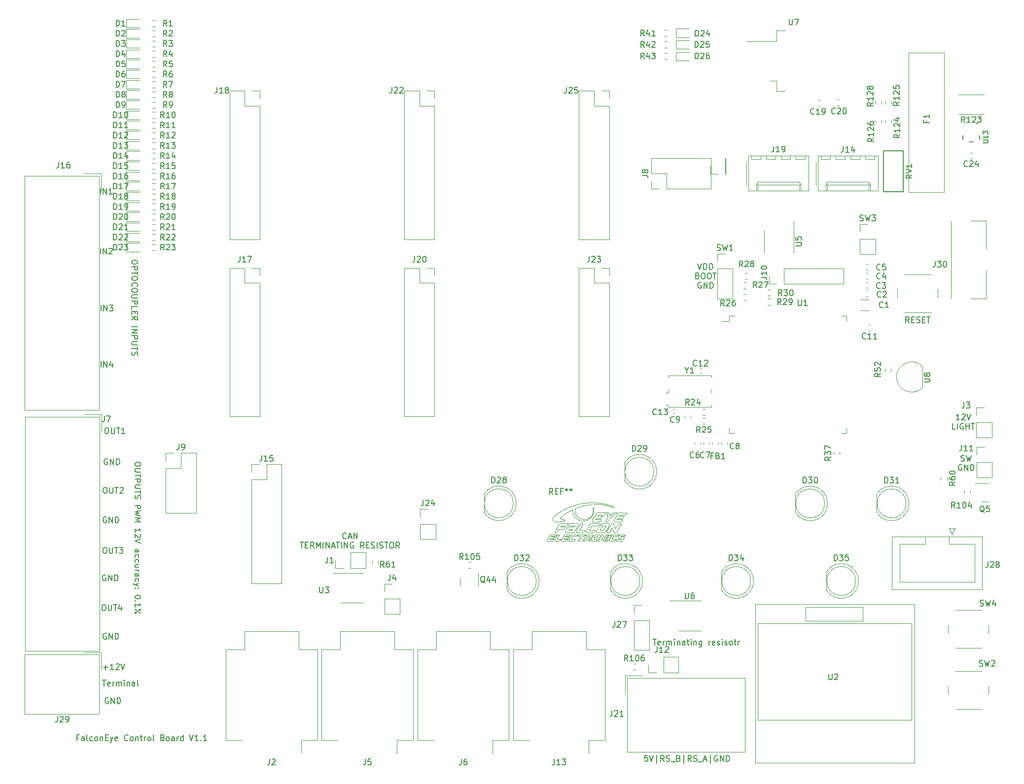
<source format=gbr>
%TF.GenerationSoftware,KiCad,Pcbnew,(6.0.5)*%
%TF.CreationDate,2023-05-15T14:24:38+02:00*%
%TF.ProjectId,stm32_prototyp,73746d33-325f-4707-926f-746f7479702e,rev?*%
%TF.SameCoordinates,Original*%
%TF.FileFunction,Legend,Top*%
%TF.FilePolarity,Positive*%
%FSLAX46Y46*%
G04 Gerber Fmt 4.6, Leading zero omitted, Abs format (unit mm)*
G04 Created by KiCad (PCBNEW (6.0.5)) date 2023-05-15 14:24:38*
%MOMM*%
%LPD*%
G01*
G04 APERTURE LIST*
%ADD10C,0.150000*%
%ADD11C,0.100000*%
%ADD12C,0.120000*%
%ADD13C,0.127000*%
%ADD14C,0.200000*%
G04 APERTURE END LIST*
D10*
X82313095Y-133500000D02*
X82217857Y-133452380D01*
X82075000Y-133452380D01*
X81932142Y-133500000D01*
X81836904Y-133595238D01*
X81789285Y-133690476D01*
X81741666Y-133880952D01*
X81741666Y-134023809D01*
X81789285Y-134214285D01*
X81836904Y-134309523D01*
X81932142Y-134404761D01*
X82075000Y-134452380D01*
X82170238Y-134452380D01*
X82313095Y-134404761D01*
X82360714Y-134357142D01*
X82360714Y-134023809D01*
X82170238Y-134023809D01*
X82789285Y-134452380D02*
X82789285Y-133452380D01*
X83360714Y-134452380D01*
X83360714Y-133452380D01*
X83836904Y-134452380D02*
X83836904Y-133452380D01*
X84075000Y-133452380D01*
X84217857Y-133500000D01*
X84313095Y-133595238D01*
X84360714Y-133690476D01*
X84408333Y-133880952D01*
X84408333Y-134023809D01*
X84360714Y-134214285D01*
X84313095Y-134309523D01*
X84217857Y-134404761D01*
X84075000Y-134452380D01*
X83836904Y-134452380D01*
X176173809Y-134452380D02*
X176745238Y-134452380D01*
X176459523Y-135452380D02*
X176459523Y-134452380D01*
X177459523Y-135404761D02*
X177364285Y-135452380D01*
X177173809Y-135452380D01*
X177078571Y-135404761D01*
X177030952Y-135309523D01*
X177030952Y-134928571D01*
X177078571Y-134833333D01*
X177173809Y-134785714D01*
X177364285Y-134785714D01*
X177459523Y-134833333D01*
X177507142Y-134928571D01*
X177507142Y-135023809D01*
X177030952Y-135119047D01*
X177935714Y-135452380D02*
X177935714Y-134785714D01*
X177935714Y-134976190D02*
X177983333Y-134880952D01*
X178030952Y-134833333D01*
X178126190Y-134785714D01*
X178221428Y-134785714D01*
X178554761Y-135452380D02*
X178554761Y-134785714D01*
X178554761Y-134880952D02*
X178602380Y-134833333D01*
X178697619Y-134785714D01*
X178840476Y-134785714D01*
X178935714Y-134833333D01*
X178983333Y-134928571D01*
X178983333Y-135452380D01*
X178983333Y-134928571D02*
X179030952Y-134833333D01*
X179126190Y-134785714D01*
X179269047Y-134785714D01*
X179364285Y-134833333D01*
X179411904Y-134928571D01*
X179411904Y-135452380D01*
X179888095Y-135452380D02*
X179888095Y-134785714D01*
X179888095Y-134452380D02*
X179840476Y-134500000D01*
X179888095Y-134547619D01*
X179935714Y-134500000D01*
X179888095Y-134452380D01*
X179888095Y-134547619D01*
X180364285Y-134785714D02*
X180364285Y-135452380D01*
X180364285Y-134880952D02*
X180411904Y-134833333D01*
X180507142Y-134785714D01*
X180650000Y-134785714D01*
X180745238Y-134833333D01*
X180792857Y-134928571D01*
X180792857Y-135452380D01*
X181697619Y-135452380D02*
X181697619Y-134928571D01*
X181650000Y-134833333D01*
X181554761Y-134785714D01*
X181364285Y-134785714D01*
X181269047Y-134833333D01*
X181697619Y-135404761D02*
X181602380Y-135452380D01*
X181364285Y-135452380D01*
X181269047Y-135404761D01*
X181221428Y-135309523D01*
X181221428Y-135214285D01*
X181269047Y-135119047D01*
X181364285Y-135071428D01*
X181602380Y-135071428D01*
X181697619Y-135023809D01*
X182030952Y-134785714D02*
X182411904Y-134785714D01*
X182173809Y-134452380D02*
X182173809Y-135309523D01*
X182221428Y-135404761D01*
X182316666Y-135452380D01*
X182411904Y-135452380D01*
X182745238Y-135452380D02*
X182745238Y-134785714D01*
X182745238Y-134452380D02*
X182697619Y-134500000D01*
X182745238Y-134547619D01*
X182792857Y-134500000D01*
X182745238Y-134452380D01*
X182745238Y-134547619D01*
X183221428Y-134785714D02*
X183221428Y-135452380D01*
X183221428Y-134880952D02*
X183269047Y-134833333D01*
X183364285Y-134785714D01*
X183507142Y-134785714D01*
X183602380Y-134833333D01*
X183650000Y-134928571D01*
X183650000Y-135452380D01*
X184554761Y-134785714D02*
X184554761Y-135595238D01*
X184507142Y-135690476D01*
X184459523Y-135738095D01*
X184364285Y-135785714D01*
X184221428Y-135785714D01*
X184126190Y-135738095D01*
X184554761Y-135404761D02*
X184459523Y-135452380D01*
X184269047Y-135452380D01*
X184173809Y-135404761D01*
X184126190Y-135357142D01*
X184078571Y-135261904D01*
X184078571Y-134976190D01*
X184126190Y-134880952D01*
X184173809Y-134833333D01*
X184269047Y-134785714D01*
X184459523Y-134785714D01*
X184554761Y-134833333D01*
X185792857Y-135452380D02*
X185792857Y-134785714D01*
X185792857Y-134976190D02*
X185840476Y-134880952D01*
X185888095Y-134833333D01*
X185983333Y-134785714D01*
X186078571Y-134785714D01*
X186792857Y-135404761D02*
X186697619Y-135452380D01*
X186507142Y-135452380D01*
X186411904Y-135404761D01*
X186364285Y-135309523D01*
X186364285Y-134928571D01*
X186411904Y-134833333D01*
X186507142Y-134785714D01*
X186697619Y-134785714D01*
X186792857Y-134833333D01*
X186840476Y-134928571D01*
X186840476Y-135023809D01*
X186364285Y-135119047D01*
X187221428Y-135404761D02*
X187316666Y-135452380D01*
X187507142Y-135452380D01*
X187602380Y-135404761D01*
X187650000Y-135309523D01*
X187650000Y-135261904D01*
X187602380Y-135166666D01*
X187507142Y-135119047D01*
X187364285Y-135119047D01*
X187269047Y-135071428D01*
X187221428Y-134976190D01*
X187221428Y-134928571D01*
X187269047Y-134833333D01*
X187364285Y-134785714D01*
X187507142Y-134785714D01*
X187602380Y-134833333D01*
X188078571Y-135452380D02*
X188078571Y-134785714D01*
X188078571Y-134452380D02*
X188030952Y-134500000D01*
X188078571Y-134547619D01*
X188126190Y-134500000D01*
X188078571Y-134452380D01*
X188078571Y-134547619D01*
X188507142Y-135404761D02*
X188602380Y-135452380D01*
X188792857Y-135452380D01*
X188888095Y-135404761D01*
X188935714Y-135309523D01*
X188935714Y-135261904D01*
X188888095Y-135166666D01*
X188792857Y-135119047D01*
X188650000Y-135119047D01*
X188554761Y-135071428D01*
X188507142Y-134976190D01*
X188507142Y-134928571D01*
X188554761Y-134833333D01*
X188650000Y-134785714D01*
X188792857Y-134785714D01*
X188888095Y-134833333D01*
X189507142Y-135452380D02*
X189411904Y-135404761D01*
X189364285Y-135357142D01*
X189316666Y-135261904D01*
X189316666Y-134976190D01*
X189364285Y-134880952D01*
X189411904Y-134833333D01*
X189507142Y-134785714D01*
X189650000Y-134785714D01*
X189745238Y-134833333D01*
X189792857Y-134880952D01*
X189840476Y-134976190D01*
X189840476Y-135261904D01*
X189792857Y-135357142D01*
X189745238Y-135404761D01*
X189650000Y-135452380D01*
X189507142Y-135452380D01*
X190126190Y-134785714D02*
X190507142Y-134785714D01*
X190269047Y-134452380D02*
X190269047Y-135309523D01*
X190316666Y-135404761D01*
X190411904Y-135452380D01*
X190507142Y-135452380D01*
X190840476Y-135452380D02*
X190840476Y-134785714D01*
X190840476Y-134976190D02*
X190888095Y-134880952D01*
X190935714Y-134833333D01*
X191030952Y-134785714D01*
X191126190Y-134785714D01*
X183891666Y-69917380D02*
X184225000Y-70917380D01*
X184558333Y-69917380D01*
X184891666Y-70917380D02*
X184891666Y-69917380D01*
X185129761Y-69917380D01*
X185272619Y-69965000D01*
X185367857Y-70060238D01*
X185415476Y-70155476D01*
X185463095Y-70345952D01*
X185463095Y-70488809D01*
X185415476Y-70679285D01*
X185367857Y-70774523D01*
X185272619Y-70869761D01*
X185129761Y-70917380D01*
X184891666Y-70917380D01*
X185891666Y-70917380D02*
X185891666Y-69917380D01*
X186129761Y-69917380D01*
X186272619Y-69965000D01*
X186367857Y-70060238D01*
X186415476Y-70155476D01*
X186463095Y-70345952D01*
X186463095Y-70488809D01*
X186415476Y-70679285D01*
X186367857Y-70774523D01*
X186272619Y-70869761D01*
X186129761Y-70917380D01*
X185891666Y-70917380D01*
X183867857Y-72003571D02*
X184010714Y-72051190D01*
X184058333Y-72098809D01*
X184105952Y-72194047D01*
X184105952Y-72336904D01*
X184058333Y-72432142D01*
X184010714Y-72479761D01*
X183915476Y-72527380D01*
X183534523Y-72527380D01*
X183534523Y-71527380D01*
X183867857Y-71527380D01*
X183963095Y-71575000D01*
X184010714Y-71622619D01*
X184058333Y-71717857D01*
X184058333Y-71813095D01*
X184010714Y-71908333D01*
X183963095Y-71955952D01*
X183867857Y-72003571D01*
X183534523Y-72003571D01*
X184725000Y-71527380D02*
X184915476Y-71527380D01*
X185010714Y-71575000D01*
X185105952Y-71670238D01*
X185153571Y-71860714D01*
X185153571Y-72194047D01*
X185105952Y-72384523D01*
X185010714Y-72479761D01*
X184915476Y-72527380D01*
X184725000Y-72527380D01*
X184629761Y-72479761D01*
X184534523Y-72384523D01*
X184486904Y-72194047D01*
X184486904Y-71860714D01*
X184534523Y-71670238D01*
X184629761Y-71575000D01*
X184725000Y-71527380D01*
X185772619Y-71527380D02*
X185963095Y-71527380D01*
X186058333Y-71575000D01*
X186153571Y-71670238D01*
X186201190Y-71860714D01*
X186201190Y-72194047D01*
X186153571Y-72384523D01*
X186058333Y-72479761D01*
X185963095Y-72527380D01*
X185772619Y-72527380D01*
X185677380Y-72479761D01*
X185582142Y-72384523D01*
X185534523Y-72194047D01*
X185534523Y-71860714D01*
X185582142Y-71670238D01*
X185677380Y-71575000D01*
X185772619Y-71527380D01*
X186486904Y-71527380D02*
X187058333Y-71527380D01*
X186772619Y-72527380D02*
X186772619Y-71527380D01*
X184463095Y-73185000D02*
X184367857Y-73137380D01*
X184225000Y-73137380D01*
X184082142Y-73185000D01*
X183986904Y-73280238D01*
X183939285Y-73375476D01*
X183891666Y-73565952D01*
X183891666Y-73708809D01*
X183939285Y-73899285D01*
X183986904Y-73994523D01*
X184082142Y-74089761D01*
X184225000Y-74137380D01*
X184320238Y-74137380D01*
X184463095Y-74089761D01*
X184510714Y-74042142D01*
X184510714Y-73708809D01*
X184320238Y-73708809D01*
X184939285Y-74137380D02*
X184939285Y-73137380D01*
X185510714Y-74137380D01*
X185510714Y-73137380D01*
X185986904Y-74137380D02*
X185986904Y-73137380D01*
X186225000Y-73137380D01*
X186367857Y-73185000D01*
X186463095Y-73280238D01*
X186510714Y-73375476D01*
X186558333Y-73565952D01*
X186558333Y-73708809D01*
X186510714Y-73899285D01*
X186463095Y-73994523D01*
X186367857Y-74089761D01*
X186225000Y-74137380D01*
X185986904Y-74137380D01*
X228855952Y-96772380D02*
X228284523Y-96772380D01*
X228570238Y-96772380D02*
X228570238Y-95772380D01*
X228475000Y-95915238D01*
X228379761Y-96010476D01*
X228284523Y-96058095D01*
X229236904Y-95867619D02*
X229284523Y-95820000D01*
X229379761Y-95772380D01*
X229617857Y-95772380D01*
X229713095Y-95820000D01*
X229760714Y-95867619D01*
X229808333Y-95962857D01*
X229808333Y-96058095D01*
X229760714Y-96200952D01*
X229189285Y-96772380D01*
X229808333Y-96772380D01*
X230094047Y-95772380D02*
X230427380Y-96772380D01*
X230760714Y-95772380D01*
X228141666Y-98382380D02*
X227665476Y-98382380D01*
X227665476Y-97382380D01*
X228475000Y-98382380D02*
X228475000Y-97382380D01*
X229475000Y-97430000D02*
X229379761Y-97382380D01*
X229236904Y-97382380D01*
X229094047Y-97430000D01*
X228998809Y-97525238D01*
X228951190Y-97620476D01*
X228903571Y-97810952D01*
X228903571Y-97953809D01*
X228951190Y-98144285D01*
X228998809Y-98239523D01*
X229094047Y-98334761D01*
X229236904Y-98382380D01*
X229332142Y-98382380D01*
X229475000Y-98334761D01*
X229522619Y-98287142D01*
X229522619Y-97953809D01*
X229332142Y-97953809D01*
X229951190Y-98382380D02*
X229951190Y-97382380D01*
X229951190Y-97858571D02*
X230522619Y-97858571D01*
X230522619Y-98382380D02*
X230522619Y-97382380D01*
X230855952Y-97382380D02*
X231427380Y-97382380D01*
X231141666Y-98382380D02*
X231141666Y-97382380D01*
X81973809Y-118702380D02*
X82164285Y-118702380D01*
X82259523Y-118750000D01*
X82354761Y-118845238D01*
X82402380Y-119035714D01*
X82402380Y-119369047D01*
X82354761Y-119559523D01*
X82259523Y-119654761D01*
X82164285Y-119702380D01*
X81973809Y-119702380D01*
X81878571Y-119654761D01*
X81783333Y-119559523D01*
X81735714Y-119369047D01*
X81735714Y-119035714D01*
X81783333Y-118845238D01*
X81878571Y-118750000D01*
X81973809Y-118702380D01*
X82830952Y-118702380D02*
X82830952Y-119511904D01*
X82878571Y-119607142D01*
X82926190Y-119654761D01*
X83021428Y-119702380D01*
X83211904Y-119702380D01*
X83307142Y-119654761D01*
X83354761Y-119607142D01*
X83402380Y-119511904D01*
X83402380Y-118702380D01*
X83735714Y-118702380D02*
X84307142Y-118702380D01*
X84021428Y-119702380D02*
X84021428Y-118702380D01*
X84545238Y-118702380D02*
X85164285Y-118702380D01*
X84830952Y-119083333D01*
X84973809Y-119083333D01*
X85069047Y-119130952D01*
X85116666Y-119178571D01*
X85164285Y-119273809D01*
X85164285Y-119511904D01*
X85116666Y-119607142D01*
X85069047Y-119654761D01*
X84973809Y-119702380D01*
X84688095Y-119702380D01*
X84592857Y-119654761D01*
X84545238Y-119607142D01*
X81838095Y-139296428D02*
X82600000Y-139296428D01*
X82219047Y-139677380D02*
X82219047Y-138915476D01*
X83600000Y-139677380D02*
X83028571Y-139677380D01*
X83314285Y-139677380D02*
X83314285Y-138677380D01*
X83219047Y-138820238D01*
X83123809Y-138915476D01*
X83028571Y-138963095D01*
X83980952Y-138772619D02*
X84028571Y-138725000D01*
X84123809Y-138677380D01*
X84361904Y-138677380D01*
X84457142Y-138725000D01*
X84504761Y-138772619D01*
X84552380Y-138867857D01*
X84552380Y-138963095D01*
X84504761Y-139105952D01*
X83933333Y-139677380D01*
X84552380Y-139677380D01*
X84838095Y-138677380D02*
X85171428Y-139677380D01*
X85504761Y-138677380D01*
X229117857Y-103799761D02*
X229260714Y-103847380D01*
X229498809Y-103847380D01*
X229594047Y-103799761D01*
X229641666Y-103752142D01*
X229689285Y-103656904D01*
X229689285Y-103561666D01*
X229641666Y-103466428D01*
X229594047Y-103418809D01*
X229498809Y-103371190D01*
X229308333Y-103323571D01*
X229213095Y-103275952D01*
X229165476Y-103228333D01*
X229117857Y-103133095D01*
X229117857Y-103037857D01*
X229165476Y-102942619D01*
X229213095Y-102895000D01*
X229308333Y-102847380D01*
X229546428Y-102847380D01*
X229689285Y-102895000D01*
X230022619Y-102847380D02*
X230260714Y-103847380D01*
X230451190Y-103133095D01*
X230641666Y-103847380D01*
X230879761Y-102847380D01*
X229213095Y-104505000D02*
X229117857Y-104457380D01*
X228975000Y-104457380D01*
X228832142Y-104505000D01*
X228736904Y-104600238D01*
X228689285Y-104695476D01*
X228641666Y-104885952D01*
X228641666Y-105028809D01*
X228689285Y-105219285D01*
X228736904Y-105314523D01*
X228832142Y-105409761D01*
X228975000Y-105457380D01*
X229070238Y-105457380D01*
X229213095Y-105409761D01*
X229260714Y-105362142D01*
X229260714Y-105028809D01*
X229070238Y-105028809D01*
X229689285Y-105457380D02*
X229689285Y-104457380D01*
X230260714Y-105457380D01*
X230260714Y-104457380D01*
X230736904Y-105457380D02*
X230736904Y-104457380D01*
X230975000Y-104457380D01*
X231117857Y-104505000D01*
X231213095Y-104600238D01*
X231260714Y-104695476D01*
X231308333Y-104885952D01*
X231308333Y-105028809D01*
X231260714Y-105219285D01*
X231213095Y-105314523D01*
X231117857Y-105409761D01*
X230975000Y-105457380D01*
X230736904Y-105457380D01*
X77565476Y-151378571D02*
X77232142Y-151378571D01*
X77232142Y-151902380D02*
X77232142Y-150902380D01*
X77708333Y-150902380D01*
X78517857Y-151902380D02*
X78517857Y-151378571D01*
X78470238Y-151283333D01*
X78375000Y-151235714D01*
X78184523Y-151235714D01*
X78089285Y-151283333D01*
X78517857Y-151854761D02*
X78422619Y-151902380D01*
X78184523Y-151902380D01*
X78089285Y-151854761D01*
X78041666Y-151759523D01*
X78041666Y-151664285D01*
X78089285Y-151569047D01*
X78184523Y-151521428D01*
X78422619Y-151521428D01*
X78517857Y-151473809D01*
X79136904Y-151902380D02*
X79041666Y-151854761D01*
X78994047Y-151759523D01*
X78994047Y-150902380D01*
X79946428Y-151854761D02*
X79851190Y-151902380D01*
X79660714Y-151902380D01*
X79565476Y-151854761D01*
X79517857Y-151807142D01*
X79470238Y-151711904D01*
X79470238Y-151426190D01*
X79517857Y-151330952D01*
X79565476Y-151283333D01*
X79660714Y-151235714D01*
X79851190Y-151235714D01*
X79946428Y-151283333D01*
X80517857Y-151902380D02*
X80422619Y-151854761D01*
X80375000Y-151807142D01*
X80327380Y-151711904D01*
X80327380Y-151426190D01*
X80375000Y-151330952D01*
X80422619Y-151283333D01*
X80517857Y-151235714D01*
X80660714Y-151235714D01*
X80755952Y-151283333D01*
X80803571Y-151330952D01*
X80851190Y-151426190D01*
X80851190Y-151711904D01*
X80803571Y-151807142D01*
X80755952Y-151854761D01*
X80660714Y-151902380D01*
X80517857Y-151902380D01*
X81279761Y-151235714D02*
X81279761Y-151902380D01*
X81279761Y-151330952D02*
X81327380Y-151283333D01*
X81422619Y-151235714D01*
X81565476Y-151235714D01*
X81660714Y-151283333D01*
X81708333Y-151378571D01*
X81708333Y-151902380D01*
X82184523Y-151378571D02*
X82517857Y-151378571D01*
X82660714Y-151902380D02*
X82184523Y-151902380D01*
X82184523Y-150902380D01*
X82660714Y-150902380D01*
X82994047Y-151235714D02*
X83232142Y-151902380D01*
X83470238Y-151235714D02*
X83232142Y-151902380D01*
X83136904Y-152140476D01*
X83089285Y-152188095D01*
X82994047Y-152235714D01*
X84232142Y-151854761D02*
X84136904Y-151902380D01*
X83946428Y-151902380D01*
X83851190Y-151854761D01*
X83803571Y-151759523D01*
X83803571Y-151378571D01*
X83851190Y-151283333D01*
X83946428Y-151235714D01*
X84136904Y-151235714D01*
X84232142Y-151283333D01*
X84279761Y-151378571D01*
X84279761Y-151473809D01*
X83803571Y-151569047D01*
X86041666Y-151807142D02*
X85994047Y-151854761D01*
X85851190Y-151902380D01*
X85755952Y-151902380D01*
X85613095Y-151854761D01*
X85517857Y-151759523D01*
X85470238Y-151664285D01*
X85422619Y-151473809D01*
X85422619Y-151330952D01*
X85470238Y-151140476D01*
X85517857Y-151045238D01*
X85613095Y-150950000D01*
X85755952Y-150902380D01*
X85851190Y-150902380D01*
X85994047Y-150950000D01*
X86041666Y-150997619D01*
X86613095Y-151902380D02*
X86517857Y-151854761D01*
X86470238Y-151807142D01*
X86422619Y-151711904D01*
X86422619Y-151426190D01*
X86470238Y-151330952D01*
X86517857Y-151283333D01*
X86613095Y-151235714D01*
X86755952Y-151235714D01*
X86851190Y-151283333D01*
X86898809Y-151330952D01*
X86946428Y-151426190D01*
X86946428Y-151711904D01*
X86898809Y-151807142D01*
X86851190Y-151854761D01*
X86755952Y-151902380D01*
X86613095Y-151902380D01*
X87375000Y-151235714D02*
X87375000Y-151902380D01*
X87375000Y-151330952D02*
X87422619Y-151283333D01*
X87517857Y-151235714D01*
X87660714Y-151235714D01*
X87755952Y-151283333D01*
X87803571Y-151378571D01*
X87803571Y-151902380D01*
X88136904Y-151235714D02*
X88517857Y-151235714D01*
X88279761Y-150902380D02*
X88279761Y-151759523D01*
X88327380Y-151854761D01*
X88422619Y-151902380D01*
X88517857Y-151902380D01*
X88851190Y-151902380D02*
X88851190Y-151235714D01*
X88851190Y-151426190D02*
X88898809Y-151330952D01*
X88946428Y-151283333D01*
X89041666Y-151235714D01*
X89136904Y-151235714D01*
X89613095Y-151902380D02*
X89517857Y-151854761D01*
X89470238Y-151807142D01*
X89422619Y-151711904D01*
X89422619Y-151426190D01*
X89470238Y-151330952D01*
X89517857Y-151283333D01*
X89613095Y-151235714D01*
X89755952Y-151235714D01*
X89851190Y-151283333D01*
X89898809Y-151330952D01*
X89946428Y-151426190D01*
X89946428Y-151711904D01*
X89898809Y-151807142D01*
X89851190Y-151854761D01*
X89755952Y-151902380D01*
X89613095Y-151902380D01*
X90517857Y-151902380D02*
X90422619Y-151854761D01*
X90375000Y-151759523D01*
X90375000Y-150902380D01*
X91994047Y-151378571D02*
X92136904Y-151426190D01*
X92184523Y-151473809D01*
X92232142Y-151569047D01*
X92232142Y-151711904D01*
X92184523Y-151807142D01*
X92136904Y-151854761D01*
X92041666Y-151902380D01*
X91660714Y-151902380D01*
X91660714Y-150902380D01*
X91994047Y-150902380D01*
X92089285Y-150950000D01*
X92136904Y-150997619D01*
X92184523Y-151092857D01*
X92184523Y-151188095D01*
X92136904Y-151283333D01*
X92089285Y-151330952D01*
X91994047Y-151378571D01*
X91660714Y-151378571D01*
X92803571Y-151902380D02*
X92708333Y-151854761D01*
X92660714Y-151807142D01*
X92613095Y-151711904D01*
X92613095Y-151426190D01*
X92660714Y-151330952D01*
X92708333Y-151283333D01*
X92803571Y-151235714D01*
X92946428Y-151235714D01*
X93041666Y-151283333D01*
X93089285Y-151330952D01*
X93136904Y-151426190D01*
X93136904Y-151711904D01*
X93089285Y-151807142D01*
X93041666Y-151854761D01*
X92946428Y-151902380D01*
X92803571Y-151902380D01*
X93994047Y-151902380D02*
X93994047Y-151378571D01*
X93946428Y-151283333D01*
X93851190Y-151235714D01*
X93660714Y-151235714D01*
X93565476Y-151283333D01*
X93994047Y-151854761D02*
X93898809Y-151902380D01*
X93660714Y-151902380D01*
X93565476Y-151854761D01*
X93517857Y-151759523D01*
X93517857Y-151664285D01*
X93565476Y-151569047D01*
X93660714Y-151521428D01*
X93898809Y-151521428D01*
X93994047Y-151473809D01*
X94470238Y-151902380D02*
X94470238Y-151235714D01*
X94470238Y-151426190D02*
X94517857Y-151330952D01*
X94565476Y-151283333D01*
X94660714Y-151235714D01*
X94755952Y-151235714D01*
X95517857Y-151902380D02*
X95517857Y-150902380D01*
X95517857Y-151854761D02*
X95422619Y-151902380D01*
X95232142Y-151902380D01*
X95136904Y-151854761D01*
X95089285Y-151807142D01*
X95041666Y-151711904D01*
X95041666Y-151426190D01*
X95089285Y-151330952D01*
X95136904Y-151283333D01*
X95232142Y-151235714D01*
X95422619Y-151235714D01*
X95517857Y-151283333D01*
X96613095Y-150902380D02*
X96946428Y-151902380D01*
X97279761Y-150902380D01*
X98136904Y-151902380D02*
X97565476Y-151902380D01*
X97851190Y-151902380D02*
X97851190Y-150902380D01*
X97755952Y-151045238D01*
X97660714Y-151140476D01*
X97565476Y-151188095D01*
X98565476Y-151807142D02*
X98613095Y-151854761D01*
X98565476Y-151902380D01*
X98517857Y-151854761D01*
X98565476Y-151807142D01*
X98565476Y-151902380D01*
X99565476Y-151902380D02*
X98994047Y-151902380D01*
X99279761Y-151902380D02*
X99279761Y-150902380D01*
X99184523Y-151045238D01*
X99089285Y-151140476D01*
X98994047Y-151188095D01*
X81679761Y-141477380D02*
X82251190Y-141477380D01*
X81965476Y-142477380D02*
X81965476Y-141477380D01*
X82965476Y-142429761D02*
X82870238Y-142477380D01*
X82679761Y-142477380D01*
X82584523Y-142429761D01*
X82536904Y-142334523D01*
X82536904Y-141953571D01*
X82584523Y-141858333D01*
X82679761Y-141810714D01*
X82870238Y-141810714D01*
X82965476Y-141858333D01*
X83013095Y-141953571D01*
X83013095Y-142048809D01*
X82536904Y-142144047D01*
X83441666Y-142477380D02*
X83441666Y-141810714D01*
X83441666Y-142001190D02*
X83489285Y-141905952D01*
X83536904Y-141858333D01*
X83632142Y-141810714D01*
X83727380Y-141810714D01*
X84060714Y-142477380D02*
X84060714Y-141810714D01*
X84060714Y-141905952D02*
X84108333Y-141858333D01*
X84203571Y-141810714D01*
X84346428Y-141810714D01*
X84441666Y-141858333D01*
X84489285Y-141953571D01*
X84489285Y-142477380D01*
X84489285Y-141953571D02*
X84536904Y-141858333D01*
X84632142Y-141810714D01*
X84775000Y-141810714D01*
X84870238Y-141858333D01*
X84917857Y-141953571D01*
X84917857Y-142477380D01*
X85394047Y-142477380D02*
X85394047Y-141810714D01*
X85394047Y-141477380D02*
X85346428Y-141525000D01*
X85394047Y-141572619D01*
X85441666Y-141525000D01*
X85394047Y-141477380D01*
X85394047Y-141572619D01*
X85870238Y-141810714D02*
X85870238Y-142477380D01*
X85870238Y-141905952D02*
X85917857Y-141858333D01*
X86013095Y-141810714D01*
X86155952Y-141810714D01*
X86251190Y-141858333D01*
X86298809Y-141953571D01*
X86298809Y-142477380D01*
X87203571Y-142477380D02*
X87203571Y-141953571D01*
X87155952Y-141858333D01*
X87060714Y-141810714D01*
X86870238Y-141810714D01*
X86775000Y-141858333D01*
X87203571Y-142429761D02*
X87108333Y-142477380D01*
X86870238Y-142477380D01*
X86775000Y-142429761D01*
X86727380Y-142334523D01*
X86727380Y-142239285D01*
X86775000Y-142144047D01*
X86870238Y-142096428D01*
X87108333Y-142096428D01*
X87203571Y-142048809D01*
X87822619Y-142477380D02*
X87727380Y-142429761D01*
X87679761Y-142334523D01*
X87679761Y-141477380D01*
X82663095Y-144550000D02*
X82567857Y-144502380D01*
X82425000Y-144502380D01*
X82282142Y-144550000D01*
X82186904Y-144645238D01*
X82139285Y-144740476D01*
X82091666Y-144930952D01*
X82091666Y-145073809D01*
X82139285Y-145264285D01*
X82186904Y-145359523D01*
X82282142Y-145454761D01*
X82425000Y-145502380D01*
X82520238Y-145502380D01*
X82663095Y-145454761D01*
X82710714Y-145407142D01*
X82710714Y-145073809D01*
X82520238Y-145073809D01*
X83139285Y-145502380D02*
X83139285Y-144502380D01*
X83710714Y-145502380D01*
X83710714Y-144502380D01*
X84186904Y-145502380D02*
X84186904Y-144502380D01*
X84425000Y-144502380D01*
X84567857Y-144550000D01*
X84663095Y-144645238D01*
X84710714Y-144740476D01*
X84758333Y-144930952D01*
X84758333Y-145073809D01*
X84710714Y-145264285D01*
X84663095Y-145359523D01*
X84567857Y-145454761D01*
X84425000Y-145502380D01*
X84186904Y-145502380D01*
X175264285Y-154427380D02*
X174788095Y-154427380D01*
X174740476Y-154903571D01*
X174788095Y-154855952D01*
X174883333Y-154808333D01*
X175121428Y-154808333D01*
X175216666Y-154855952D01*
X175264285Y-154903571D01*
X175311904Y-154998809D01*
X175311904Y-155236904D01*
X175264285Y-155332142D01*
X175216666Y-155379761D01*
X175121428Y-155427380D01*
X174883333Y-155427380D01*
X174788095Y-155379761D01*
X174740476Y-155332142D01*
X175597619Y-154427380D02*
X175930952Y-155427380D01*
X176264285Y-154427380D01*
X176835714Y-155760714D02*
X176835714Y-154332142D01*
X178121428Y-155427380D02*
X177788095Y-154951190D01*
X177550000Y-155427380D02*
X177550000Y-154427380D01*
X177930952Y-154427380D01*
X178026190Y-154475000D01*
X178073809Y-154522619D01*
X178121428Y-154617857D01*
X178121428Y-154760714D01*
X178073809Y-154855952D01*
X178026190Y-154903571D01*
X177930952Y-154951190D01*
X177550000Y-154951190D01*
X178502380Y-155379761D02*
X178645238Y-155427380D01*
X178883333Y-155427380D01*
X178978571Y-155379761D01*
X179026190Y-155332142D01*
X179073809Y-155236904D01*
X179073809Y-155141666D01*
X179026190Y-155046428D01*
X178978571Y-154998809D01*
X178883333Y-154951190D01*
X178692857Y-154903571D01*
X178597619Y-154855952D01*
X178550000Y-154808333D01*
X178502380Y-154713095D01*
X178502380Y-154617857D01*
X178550000Y-154522619D01*
X178597619Y-154475000D01*
X178692857Y-154427380D01*
X178930952Y-154427380D01*
X179073809Y-154475000D01*
X179264285Y-155522619D02*
X180026190Y-155522619D01*
X180597619Y-154903571D02*
X180740476Y-154951190D01*
X180788095Y-154998809D01*
X180835714Y-155094047D01*
X180835714Y-155236904D01*
X180788095Y-155332142D01*
X180740476Y-155379761D01*
X180645238Y-155427380D01*
X180264285Y-155427380D01*
X180264285Y-154427380D01*
X180597619Y-154427380D01*
X180692857Y-154475000D01*
X180740476Y-154522619D01*
X180788095Y-154617857D01*
X180788095Y-154713095D01*
X180740476Y-154808333D01*
X180692857Y-154855952D01*
X180597619Y-154903571D01*
X180264285Y-154903571D01*
X181502380Y-155760714D02*
X181502380Y-154332142D01*
X182788095Y-155427380D02*
X182454761Y-154951190D01*
X182216666Y-155427380D02*
X182216666Y-154427380D01*
X182597619Y-154427380D01*
X182692857Y-154475000D01*
X182740476Y-154522619D01*
X182788095Y-154617857D01*
X182788095Y-154760714D01*
X182740476Y-154855952D01*
X182692857Y-154903571D01*
X182597619Y-154951190D01*
X182216666Y-154951190D01*
X183169047Y-155379761D02*
X183311904Y-155427380D01*
X183550000Y-155427380D01*
X183645238Y-155379761D01*
X183692857Y-155332142D01*
X183740476Y-155236904D01*
X183740476Y-155141666D01*
X183692857Y-155046428D01*
X183645238Y-154998809D01*
X183550000Y-154951190D01*
X183359523Y-154903571D01*
X183264285Y-154855952D01*
X183216666Y-154808333D01*
X183169047Y-154713095D01*
X183169047Y-154617857D01*
X183216666Y-154522619D01*
X183264285Y-154475000D01*
X183359523Y-154427380D01*
X183597619Y-154427380D01*
X183740476Y-154475000D01*
X183930952Y-155522619D02*
X184692857Y-155522619D01*
X184883333Y-155141666D02*
X185359523Y-155141666D01*
X184788095Y-155427380D02*
X185121428Y-154427380D01*
X185454761Y-155427380D01*
X186026190Y-155760714D02*
X186026190Y-154332142D01*
X187264285Y-154475000D02*
X187169047Y-154427380D01*
X187026190Y-154427380D01*
X186883333Y-154475000D01*
X186788095Y-154570238D01*
X186740476Y-154665476D01*
X186692857Y-154855952D01*
X186692857Y-154998809D01*
X186740476Y-155189285D01*
X186788095Y-155284523D01*
X186883333Y-155379761D01*
X187026190Y-155427380D01*
X187121428Y-155427380D01*
X187264285Y-155379761D01*
X187311904Y-155332142D01*
X187311904Y-154998809D01*
X187121428Y-154998809D01*
X187740476Y-155427380D02*
X187740476Y-154427380D01*
X188311904Y-155427380D01*
X188311904Y-154427380D01*
X188788095Y-155427380D02*
X188788095Y-154427380D01*
X189026190Y-154427380D01*
X189169047Y-154475000D01*
X189264285Y-154570238D01*
X189311904Y-154665476D01*
X189359523Y-154855952D01*
X189359523Y-154998809D01*
X189311904Y-155189285D01*
X189264285Y-155284523D01*
X189169047Y-155379761D01*
X189026190Y-155427380D01*
X188788095Y-155427380D01*
X81300000Y-68277380D02*
X81300000Y-67277380D01*
X81776190Y-68277380D02*
X81776190Y-67277380D01*
X82347619Y-68277380D01*
X82347619Y-67277380D01*
X82776190Y-67372619D02*
X82823809Y-67325000D01*
X82919047Y-67277380D01*
X83157142Y-67277380D01*
X83252380Y-67325000D01*
X83300000Y-67372619D01*
X83347619Y-67467857D01*
X83347619Y-67563095D01*
X83300000Y-67705952D01*
X82728571Y-68277380D01*
X83347619Y-68277380D01*
X82338095Y-113475000D02*
X82242857Y-113427380D01*
X82100000Y-113427380D01*
X81957142Y-113475000D01*
X81861904Y-113570238D01*
X81814285Y-113665476D01*
X81766666Y-113855952D01*
X81766666Y-113998809D01*
X81814285Y-114189285D01*
X81861904Y-114284523D01*
X81957142Y-114379761D01*
X82100000Y-114427380D01*
X82195238Y-114427380D01*
X82338095Y-114379761D01*
X82385714Y-114332142D01*
X82385714Y-113998809D01*
X82195238Y-113998809D01*
X82814285Y-114427380D02*
X82814285Y-113427380D01*
X83385714Y-114427380D01*
X83385714Y-113427380D01*
X83861904Y-114427380D02*
X83861904Y-113427380D01*
X84100000Y-113427380D01*
X84242857Y-113475000D01*
X84338095Y-113570238D01*
X84385714Y-113665476D01*
X84433333Y-113855952D01*
X84433333Y-113998809D01*
X84385714Y-114189285D01*
X84338095Y-114284523D01*
X84242857Y-114379761D01*
X84100000Y-114427380D01*
X83861904Y-114427380D01*
X82023809Y-108377380D02*
X82214285Y-108377380D01*
X82309523Y-108425000D01*
X82404761Y-108520238D01*
X82452380Y-108710714D01*
X82452380Y-109044047D01*
X82404761Y-109234523D01*
X82309523Y-109329761D01*
X82214285Y-109377380D01*
X82023809Y-109377380D01*
X81928571Y-109329761D01*
X81833333Y-109234523D01*
X81785714Y-109044047D01*
X81785714Y-108710714D01*
X81833333Y-108520238D01*
X81928571Y-108425000D01*
X82023809Y-108377380D01*
X82880952Y-108377380D02*
X82880952Y-109186904D01*
X82928571Y-109282142D01*
X82976190Y-109329761D01*
X83071428Y-109377380D01*
X83261904Y-109377380D01*
X83357142Y-109329761D01*
X83404761Y-109282142D01*
X83452380Y-109186904D01*
X83452380Y-108377380D01*
X83785714Y-108377380D02*
X84357142Y-108377380D01*
X84071428Y-109377380D02*
X84071428Y-108377380D01*
X84642857Y-108472619D02*
X84690476Y-108425000D01*
X84785714Y-108377380D01*
X85023809Y-108377380D01*
X85119047Y-108425000D01*
X85166666Y-108472619D01*
X85214285Y-108567857D01*
X85214285Y-108663095D01*
X85166666Y-108805952D01*
X84595238Y-109377380D01*
X85214285Y-109377380D01*
X82513095Y-103500000D02*
X82417857Y-103452380D01*
X82275000Y-103452380D01*
X82132142Y-103500000D01*
X82036904Y-103595238D01*
X81989285Y-103690476D01*
X81941666Y-103880952D01*
X81941666Y-104023809D01*
X81989285Y-104214285D01*
X82036904Y-104309523D01*
X82132142Y-104404761D01*
X82275000Y-104452380D01*
X82370238Y-104452380D01*
X82513095Y-104404761D01*
X82560714Y-104357142D01*
X82560714Y-104023809D01*
X82370238Y-104023809D01*
X82989285Y-104452380D02*
X82989285Y-103452380D01*
X83560714Y-104452380D01*
X83560714Y-103452380D01*
X84036904Y-104452380D02*
X84036904Y-103452380D01*
X84275000Y-103452380D01*
X84417857Y-103500000D01*
X84513095Y-103595238D01*
X84560714Y-103690476D01*
X84608333Y-103880952D01*
X84608333Y-104023809D01*
X84560714Y-104214285D01*
X84513095Y-104309523D01*
X84417857Y-104404761D01*
X84275000Y-104452380D01*
X84036904Y-104452380D01*
X81400000Y-78077380D02*
X81400000Y-77077380D01*
X81876190Y-78077380D02*
X81876190Y-77077380D01*
X82447619Y-78077380D01*
X82447619Y-77077380D01*
X82828571Y-77077380D02*
X83447619Y-77077380D01*
X83114285Y-77458333D01*
X83257142Y-77458333D01*
X83352380Y-77505952D01*
X83400000Y-77553571D01*
X83447619Y-77648809D01*
X83447619Y-77886904D01*
X83400000Y-77982142D01*
X83352380Y-78029761D01*
X83257142Y-78077380D01*
X82971428Y-78077380D01*
X82876190Y-78029761D01*
X82828571Y-77982142D01*
X123532142Y-117102142D02*
X123484523Y-117149761D01*
X123341666Y-117197380D01*
X123246428Y-117197380D01*
X123103571Y-117149761D01*
X123008333Y-117054523D01*
X122960714Y-116959285D01*
X122913095Y-116768809D01*
X122913095Y-116625952D01*
X122960714Y-116435476D01*
X123008333Y-116340238D01*
X123103571Y-116245000D01*
X123246428Y-116197380D01*
X123341666Y-116197380D01*
X123484523Y-116245000D01*
X123532142Y-116292619D01*
X123913095Y-116911666D02*
X124389285Y-116911666D01*
X123817857Y-117197380D02*
X124151190Y-116197380D01*
X124484523Y-117197380D01*
X124817857Y-117197380D02*
X124817857Y-116197380D01*
X125389285Y-117197380D01*
X125389285Y-116197380D01*
X115603571Y-117807380D02*
X116175000Y-117807380D01*
X115889285Y-118807380D02*
X115889285Y-117807380D01*
X116508333Y-118283571D02*
X116841666Y-118283571D01*
X116984523Y-118807380D02*
X116508333Y-118807380D01*
X116508333Y-117807380D01*
X116984523Y-117807380D01*
X117984523Y-118807380D02*
X117651190Y-118331190D01*
X117413095Y-118807380D02*
X117413095Y-117807380D01*
X117794047Y-117807380D01*
X117889285Y-117855000D01*
X117936904Y-117902619D01*
X117984523Y-117997857D01*
X117984523Y-118140714D01*
X117936904Y-118235952D01*
X117889285Y-118283571D01*
X117794047Y-118331190D01*
X117413095Y-118331190D01*
X118413095Y-118807380D02*
X118413095Y-117807380D01*
X118746428Y-118521666D01*
X119079761Y-117807380D01*
X119079761Y-118807380D01*
X119555952Y-118807380D02*
X119555952Y-117807380D01*
X120032142Y-118807380D02*
X120032142Y-117807380D01*
X120603571Y-118807380D01*
X120603571Y-117807380D01*
X121032142Y-118521666D02*
X121508333Y-118521666D01*
X120936904Y-118807380D02*
X121270238Y-117807380D01*
X121603571Y-118807380D01*
X121794047Y-117807380D02*
X122365476Y-117807380D01*
X122079761Y-118807380D02*
X122079761Y-117807380D01*
X122698809Y-118807380D02*
X122698809Y-117807380D01*
X123175000Y-118807380D02*
X123175000Y-117807380D01*
X123746428Y-118807380D01*
X123746428Y-117807380D01*
X124746428Y-117855000D02*
X124651190Y-117807380D01*
X124508333Y-117807380D01*
X124365476Y-117855000D01*
X124270238Y-117950238D01*
X124222619Y-118045476D01*
X124175000Y-118235952D01*
X124175000Y-118378809D01*
X124222619Y-118569285D01*
X124270238Y-118664523D01*
X124365476Y-118759761D01*
X124508333Y-118807380D01*
X124603571Y-118807380D01*
X124746428Y-118759761D01*
X124794047Y-118712142D01*
X124794047Y-118378809D01*
X124603571Y-118378809D01*
X126555952Y-118807380D02*
X126222619Y-118331190D01*
X125984523Y-118807380D02*
X125984523Y-117807380D01*
X126365476Y-117807380D01*
X126460714Y-117855000D01*
X126508333Y-117902619D01*
X126555952Y-117997857D01*
X126555952Y-118140714D01*
X126508333Y-118235952D01*
X126460714Y-118283571D01*
X126365476Y-118331190D01*
X125984523Y-118331190D01*
X126984523Y-118283571D02*
X127317857Y-118283571D01*
X127460714Y-118807380D02*
X126984523Y-118807380D01*
X126984523Y-117807380D01*
X127460714Y-117807380D01*
X127841666Y-118759761D02*
X127984523Y-118807380D01*
X128222619Y-118807380D01*
X128317857Y-118759761D01*
X128365476Y-118712142D01*
X128413095Y-118616904D01*
X128413095Y-118521666D01*
X128365476Y-118426428D01*
X128317857Y-118378809D01*
X128222619Y-118331190D01*
X128032142Y-118283571D01*
X127936904Y-118235952D01*
X127889285Y-118188333D01*
X127841666Y-118093095D01*
X127841666Y-117997857D01*
X127889285Y-117902619D01*
X127936904Y-117855000D01*
X128032142Y-117807380D01*
X128270238Y-117807380D01*
X128413095Y-117855000D01*
X128841666Y-118807380D02*
X128841666Y-117807380D01*
X129270238Y-118759761D02*
X129413095Y-118807380D01*
X129651190Y-118807380D01*
X129746428Y-118759761D01*
X129794047Y-118712142D01*
X129841666Y-118616904D01*
X129841666Y-118521666D01*
X129794047Y-118426428D01*
X129746428Y-118378809D01*
X129651190Y-118331190D01*
X129460714Y-118283571D01*
X129365476Y-118235952D01*
X129317857Y-118188333D01*
X129270238Y-118093095D01*
X129270238Y-117997857D01*
X129317857Y-117902619D01*
X129365476Y-117855000D01*
X129460714Y-117807380D01*
X129698809Y-117807380D01*
X129841666Y-117855000D01*
X130127380Y-117807380D02*
X130698809Y-117807380D01*
X130413095Y-118807380D02*
X130413095Y-117807380D01*
X131222619Y-117807380D02*
X131413095Y-117807380D01*
X131508333Y-117855000D01*
X131603571Y-117950238D01*
X131651190Y-118140714D01*
X131651190Y-118474047D01*
X131603571Y-118664523D01*
X131508333Y-118759761D01*
X131413095Y-118807380D01*
X131222619Y-118807380D01*
X131127380Y-118759761D01*
X131032142Y-118664523D01*
X130984523Y-118474047D01*
X130984523Y-118140714D01*
X131032142Y-117950238D01*
X131127380Y-117855000D01*
X131222619Y-117807380D01*
X132651190Y-118807380D02*
X132317857Y-118331190D01*
X132079761Y-118807380D02*
X132079761Y-117807380D01*
X132460714Y-117807380D01*
X132555952Y-117855000D01*
X132603571Y-117902619D01*
X132651190Y-117997857D01*
X132651190Y-118140714D01*
X132603571Y-118235952D01*
X132555952Y-118283571D01*
X132460714Y-118331190D01*
X132079761Y-118331190D01*
X88222619Y-104288095D02*
X88222619Y-104478571D01*
X88175000Y-104573809D01*
X88079761Y-104669047D01*
X87889285Y-104716666D01*
X87555952Y-104716666D01*
X87365476Y-104669047D01*
X87270238Y-104573809D01*
X87222619Y-104478571D01*
X87222619Y-104288095D01*
X87270238Y-104192857D01*
X87365476Y-104097619D01*
X87555952Y-104050000D01*
X87889285Y-104050000D01*
X88079761Y-104097619D01*
X88175000Y-104192857D01*
X88222619Y-104288095D01*
X88222619Y-105145238D02*
X87413095Y-105145238D01*
X87317857Y-105192857D01*
X87270238Y-105240476D01*
X87222619Y-105335714D01*
X87222619Y-105526190D01*
X87270238Y-105621428D01*
X87317857Y-105669047D01*
X87413095Y-105716666D01*
X88222619Y-105716666D01*
X88222619Y-106050000D02*
X88222619Y-106621428D01*
X87222619Y-106335714D02*
X88222619Y-106335714D01*
X87222619Y-106954761D02*
X88222619Y-106954761D01*
X88222619Y-107335714D01*
X88175000Y-107430952D01*
X88127380Y-107478571D01*
X88032142Y-107526190D01*
X87889285Y-107526190D01*
X87794047Y-107478571D01*
X87746428Y-107430952D01*
X87698809Y-107335714D01*
X87698809Y-106954761D01*
X88222619Y-107954761D02*
X87413095Y-107954761D01*
X87317857Y-108002380D01*
X87270238Y-108050000D01*
X87222619Y-108145238D01*
X87222619Y-108335714D01*
X87270238Y-108430952D01*
X87317857Y-108478571D01*
X87413095Y-108526190D01*
X88222619Y-108526190D01*
X88222619Y-108859523D02*
X88222619Y-109430952D01*
X87222619Y-109145238D02*
X88222619Y-109145238D01*
X87270238Y-109716666D02*
X87222619Y-109859523D01*
X87222619Y-110097619D01*
X87270238Y-110192857D01*
X87317857Y-110240476D01*
X87413095Y-110288095D01*
X87508333Y-110288095D01*
X87603571Y-110240476D01*
X87651190Y-110192857D01*
X87698809Y-110097619D01*
X87746428Y-109907142D01*
X87794047Y-109811904D01*
X87841666Y-109764285D01*
X87936904Y-109716666D01*
X88032142Y-109716666D01*
X88127380Y-109764285D01*
X88175000Y-109811904D01*
X88222619Y-109907142D01*
X88222619Y-110145238D01*
X88175000Y-110288095D01*
X87222619Y-111478571D02*
X88222619Y-111478571D01*
X88222619Y-111859523D01*
X88175000Y-111954761D01*
X88127380Y-112002380D01*
X88032142Y-112050000D01*
X87889285Y-112050000D01*
X87794047Y-112002380D01*
X87746428Y-111954761D01*
X87698809Y-111859523D01*
X87698809Y-111478571D01*
X88222619Y-112383333D02*
X87222619Y-112621428D01*
X87936904Y-112811904D01*
X87222619Y-113002380D01*
X88222619Y-113240476D01*
X87222619Y-113621428D02*
X88222619Y-113621428D01*
X87508333Y-113954761D01*
X88222619Y-114288095D01*
X87222619Y-114288095D01*
X87222619Y-116050000D02*
X87222619Y-115478571D01*
X87222619Y-115764285D02*
X88222619Y-115764285D01*
X88079761Y-115669047D01*
X87984523Y-115573809D01*
X87936904Y-115478571D01*
X88127380Y-116430952D02*
X88175000Y-116478571D01*
X88222619Y-116573809D01*
X88222619Y-116811904D01*
X88175000Y-116907142D01*
X88127380Y-116954761D01*
X88032142Y-117002380D01*
X87936904Y-117002380D01*
X87794047Y-116954761D01*
X87222619Y-116383333D01*
X87222619Y-117002380D01*
X88222619Y-117288095D02*
X87222619Y-117621428D01*
X88222619Y-117954761D01*
X87222619Y-119478571D02*
X87746428Y-119478571D01*
X87841666Y-119430952D01*
X87889285Y-119335714D01*
X87889285Y-119145238D01*
X87841666Y-119049999D01*
X87270238Y-119478571D02*
X87222619Y-119383333D01*
X87222619Y-119145238D01*
X87270238Y-119049999D01*
X87365476Y-119002380D01*
X87460714Y-119002380D01*
X87555952Y-119049999D01*
X87603571Y-119145238D01*
X87603571Y-119383333D01*
X87651190Y-119478571D01*
X87270238Y-120383333D02*
X87222619Y-120288095D01*
X87222619Y-120097619D01*
X87270238Y-120002380D01*
X87317857Y-119954761D01*
X87413095Y-119907142D01*
X87698809Y-119907142D01*
X87794047Y-119954761D01*
X87841666Y-120002380D01*
X87889285Y-120097619D01*
X87889285Y-120288095D01*
X87841666Y-120383333D01*
X87270238Y-121240476D02*
X87222619Y-121145238D01*
X87222619Y-120954761D01*
X87270238Y-120859523D01*
X87317857Y-120811904D01*
X87413095Y-120764285D01*
X87698809Y-120764285D01*
X87794047Y-120811904D01*
X87841666Y-120859523D01*
X87889285Y-120954761D01*
X87889285Y-121145238D01*
X87841666Y-121240476D01*
X87889285Y-122097619D02*
X87222619Y-122097619D01*
X87889285Y-121669047D02*
X87365476Y-121669047D01*
X87270238Y-121716666D01*
X87222619Y-121811904D01*
X87222619Y-121954761D01*
X87270238Y-122049999D01*
X87317857Y-122097619D01*
X87222619Y-122573809D02*
X87889285Y-122573809D01*
X87698809Y-122573809D02*
X87794047Y-122621428D01*
X87841666Y-122669047D01*
X87889285Y-122764285D01*
X87889285Y-122859523D01*
X87222619Y-123621428D02*
X87746428Y-123621428D01*
X87841666Y-123573809D01*
X87889285Y-123478571D01*
X87889285Y-123288095D01*
X87841666Y-123192857D01*
X87270238Y-123621428D02*
X87222619Y-123526190D01*
X87222619Y-123288095D01*
X87270238Y-123192857D01*
X87365476Y-123145238D01*
X87460714Y-123145238D01*
X87555952Y-123192857D01*
X87603571Y-123288095D01*
X87603571Y-123526190D01*
X87651190Y-123621428D01*
X87270238Y-124526190D02*
X87222619Y-124430952D01*
X87222619Y-124240476D01*
X87270238Y-124145238D01*
X87317857Y-124097619D01*
X87413095Y-124049999D01*
X87698809Y-124049999D01*
X87794047Y-124097619D01*
X87841666Y-124145238D01*
X87889285Y-124240476D01*
X87889285Y-124430952D01*
X87841666Y-124526190D01*
X87889285Y-124859523D02*
X87222619Y-125097619D01*
X87889285Y-125335714D02*
X87222619Y-125097619D01*
X86984523Y-125002380D01*
X86936904Y-124954761D01*
X86889285Y-124859523D01*
X87317857Y-125716666D02*
X87270238Y-125764285D01*
X87222619Y-125716666D01*
X87270238Y-125669047D01*
X87317857Y-125716666D01*
X87222619Y-125716666D01*
X87841666Y-125716666D02*
X87794047Y-125764285D01*
X87746428Y-125716666D01*
X87794047Y-125669047D01*
X87841666Y-125716666D01*
X87746428Y-125716666D01*
X88222619Y-127145238D02*
X88222619Y-127240476D01*
X88175000Y-127335714D01*
X88127380Y-127383333D01*
X88032142Y-127430952D01*
X87841666Y-127478571D01*
X87603571Y-127478571D01*
X87413095Y-127430952D01*
X87317857Y-127383333D01*
X87270238Y-127335714D01*
X87222619Y-127240476D01*
X87222619Y-127145238D01*
X87270238Y-127049999D01*
X87317857Y-127002380D01*
X87413095Y-126954761D01*
X87603571Y-126907142D01*
X87841666Y-126907142D01*
X88032142Y-126954761D01*
X88127380Y-127002380D01*
X88175000Y-127049999D01*
X88222619Y-127145238D01*
X87317857Y-127907142D02*
X87270238Y-127954761D01*
X87222619Y-127907142D01*
X87270238Y-127859523D01*
X87317857Y-127907142D01*
X87222619Y-127907142D01*
X87222619Y-128907142D02*
X87222619Y-128335714D01*
X87222619Y-128621428D02*
X88222619Y-128621428D01*
X88079761Y-128526190D01*
X87984523Y-128430952D01*
X87936904Y-128335714D01*
X87222619Y-129288095D02*
X88222619Y-130049999D01*
X88222619Y-129430952D02*
X88175000Y-129526190D01*
X88079761Y-129573809D01*
X87984523Y-129526190D01*
X87936904Y-129430952D01*
X87984523Y-129335714D01*
X88079761Y-129288095D01*
X88175000Y-129335714D01*
X88222619Y-129430952D01*
X87270238Y-130002380D02*
X87365476Y-130049999D01*
X87460714Y-130002380D01*
X87508333Y-129907142D01*
X87460714Y-129811904D01*
X87365476Y-129764285D01*
X87270238Y-129811904D01*
X87222619Y-129907142D01*
X87270238Y-130002380D01*
X87697619Y-69571428D02*
X87697619Y-69761904D01*
X87650000Y-69857142D01*
X87554761Y-69952380D01*
X87364285Y-70000000D01*
X87030952Y-70000000D01*
X86840476Y-69952380D01*
X86745238Y-69857142D01*
X86697619Y-69761904D01*
X86697619Y-69571428D01*
X86745238Y-69476190D01*
X86840476Y-69380952D01*
X87030952Y-69333333D01*
X87364285Y-69333333D01*
X87554761Y-69380952D01*
X87650000Y-69476190D01*
X87697619Y-69571428D01*
X86697619Y-70428571D02*
X87697619Y-70428571D01*
X87697619Y-70809523D01*
X87650000Y-70904761D01*
X87602380Y-70952380D01*
X87507142Y-71000000D01*
X87364285Y-71000000D01*
X87269047Y-70952380D01*
X87221428Y-70904761D01*
X87173809Y-70809523D01*
X87173809Y-70428571D01*
X87697619Y-71285714D02*
X87697619Y-71857142D01*
X86697619Y-71571428D02*
X87697619Y-71571428D01*
X87697619Y-72380952D02*
X87697619Y-72571428D01*
X87650000Y-72666666D01*
X87554761Y-72761904D01*
X87364285Y-72809523D01*
X87030952Y-72809523D01*
X86840476Y-72761904D01*
X86745238Y-72666666D01*
X86697619Y-72571428D01*
X86697619Y-72380952D01*
X86745238Y-72285714D01*
X86840476Y-72190476D01*
X87030952Y-72142857D01*
X87364285Y-72142857D01*
X87554761Y-72190476D01*
X87650000Y-72285714D01*
X87697619Y-72380952D01*
X86792857Y-73809523D02*
X86745238Y-73761904D01*
X86697619Y-73619047D01*
X86697619Y-73523809D01*
X86745238Y-73380952D01*
X86840476Y-73285714D01*
X86935714Y-73238095D01*
X87126190Y-73190476D01*
X87269047Y-73190476D01*
X87459523Y-73238095D01*
X87554761Y-73285714D01*
X87650000Y-73380952D01*
X87697619Y-73523809D01*
X87697619Y-73619047D01*
X87650000Y-73761904D01*
X87602380Y-73809523D01*
X87697619Y-74428571D02*
X87697619Y-74619047D01*
X87650000Y-74714285D01*
X87554761Y-74809523D01*
X87364285Y-74857142D01*
X87030952Y-74857142D01*
X86840476Y-74809523D01*
X86745238Y-74714285D01*
X86697619Y-74619047D01*
X86697619Y-74428571D01*
X86745238Y-74333333D01*
X86840476Y-74238095D01*
X87030952Y-74190476D01*
X87364285Y-74190476D01*
X87554761Y-74238095D01*
X87650000Y-74333333D01*
X87697619Y-74428571D01*
X87697619Y-75285714D02*
X86888095Y-75285714D01*
X86792857Y-75333333D01*
X86745238Y-75380952D01*
X86697619Y-75476190D01*
X86697619Y-75666666D01*
X86745238Y-75761904D01*
X86792857Y-75809523D01*
X86888095Y-75857142D01*
X87697619Y-75857142D01*
X86697619Y-76333333D02*
X87697619Y-76333333D01*
X87697619Y-76714285D01*
X87650000Y-76809523D01*
X87602380Y-76857142D01*
X87507142Y-76904761D01*
X87364285Y-76904761D01*
X87269047Y-76857142D01*
X87221428Y-76809523D01*
X87173809Y-76714285D01*
X87173809Y-76333333D01*
X86697619Y-77809523D02*
X86697619Y-77333333D01*
X87697619Y-77333333D01*
X87221428Y-78142857D02*
X87221428Y-78476190D01*
X86697619Y-78619047D02*
X86697619Y-78142857D01*
X87697619Y-78142857D01*
X87697619Y-78619047D01*
X86697619Y-79619047D02*
X87173809Y-79285714D01*
X86697619Y-79047619D02*
X87697619Y-79047619D01*
X87697619Y-79428571D01*
X87650000Y-79523809D01*
X87602380Y-79571428D01*
X87507142Y-79619047D01*
X87364285Y-79619047D01*
X87269047Y-79571428D01*
X87221428Y-79523809D01*
X87173809Y-79428571D01*
X87173809Y-79047619D01*
X86697619Y-80809523D02*
X87697619Y-80809523D01*
X86697619Y-81285714D02*
X87697619Y-81285714D01*
X86697619Y-81857142D01*
X87697619Y-81857142D01*
X86697619Y-82333333D02*
X87697619Y-82333333D01*
X87697619Y-82714285D01*
X87650000Y-82809523D01*
X87602380Y-82857142D01*
X87507142Y-82904761D01*
X87364285Y-82904761D01*
X87269047Y-82857142D01*
X87221428Y-82809523D01*
X87173809Y-82714285D01*
X87173809Y-82333333D01*
X87697619Y-83333333D02*
X86888095Y-83333333D01*
X86792857Y-83380952D01*
X86745238Y-83428571D01*
X86697619Y-83523809D01*
X86697619Y-83714285D01*
X86745238Y-83809523D01*
X86792857Y-83857142D01*
X86888095Y-83904761D01*
X87697619Y-83904761D01*
X87697619Y-84238095D02*
X87697619Y-84809523D01*
X86697619Y-84523809D02*
X87697619Y-84523809D01*
X86745238Y-85095238D02*
X86697619Y-85238095D01*
X86697619Y-85476190D01*
X86745238Y-85571428D01*
X86792857Y-85619047D01*
X86888095Y-85666666D01*
X86983333Y-85666666D01*
X87078571Y-85619047D01*
X87126190Y-85571428D01*
X87173809Y-85476190D01*
X87221428Y-85285714D01*
X87269047Y-85190476D01*
X87316666Y-85142857D01*
X87411904Y-85095238D01*
X87507142Y-85095238D01*
X87602380Y-85142857D01*
X87650000Y-85190476D01*
X87697619Y-85285714D01*
X87697619Y-85523809D01*
X87650000Y-85666666D01*
X81300000Y-58002380D02*
X81300000Y-57002380D01*
X81776190Y-58002380D02*
X81776190Y-57002380D01*
X82347619Y-58002380D01*
X82347619Y-57002380D01*
X83347619Y-58002380D02*
X82776190Y-58002380D01*
X83061904Y-58002380D02*
X83061904Y-57002380D01*
X82966666Y-57145238D01*
X82871428Y-57240476D01*
X82776190Y-57288095D01*
X82298809Y-98152380D02*
X82489285Y-98152380D01*
X82584523Y-98200000D01*
X82679761Y-98295238D01*
X82727380Y-98485714D01*
X82727380Y-98819047D01*
X82679761Y-99009523D01*
X82584523Y-99104761D01*
X82489285Y-99152380D01*
X82298809Y-99152380D01*
X82203571Y-99104761D01*
X82108333Y-99009523D01*
X82060714Y-98819047D01*
X82060714Y-98485714D01*
X82108333Y-98295238D01*
X82203571Y-98200000D01*
X82298809Y-98152380D01*
X83155952Y-98152380D02*
X83155952Y-98961904D01*
X83203571Y-99057142D01*
X83251190Y-99104761D01*
X83346428Y-99152380D01*
X83536904Y-99152380D01*
X83632142Y-99104761D01*
X83679761Y-99057142D01*
X83727380Y-98961904D01*
X83727380Y-98152380D01*
X84060714Y-98152380D02*
X84632142Y-98152380D01*
X84346428Y-99152380D02*
X84346428Y-98152380D01*
X85489285Y-99152380D02*
X84917857Y-99152380D01*
X85203571Y-99152380D02*
X85203571Y-98152380D01*
X85108333Y-98295238D01*
X85013095Y-98390476D01*
X84917857Y-98438095D01*
X220197619Y-80077380D02*
X219864285Y-79601190D01*
X219626190Y-80077380D02*
X219626190Y-79077380D01*
X220007142Y-79077380D01*
X220102380Y-79125000D01*
X220150000Y-79172619D01*
X220197619Y-79267857D01*
X220197619Y-79410714D01*
X220150000Y-79505952D01*
X220102380Y-79553571D01*
X220007142Y-79601190D01*
X219626190Y-79601190D01*
X220626190Y-79553571D02*
X220959523Y-79553571D01*
X221102380Y-80077380D02*
X220626190Y-80077380D01*
X220626190Y-79077380D01*
X221102380Y-79077380D01*
X221483333Y-80029761D02*
X221626190Y-80077380D01*
X221864285Y-80077380D01*
X221959523Y-80029761D01*
X222007142Y-79982142D01*
X222054761Y-79886904D01*
X222054761Y-79791666D01*
X222007142Y-79696428D01*
X221959523Y-79648809D01*
X221864285Y-79601190D01*
X221673809Y-79553571D01*
X221578571Y-79505952D01*
X221530952Y-79458333D01*
X221483333Y-79363095D01*
X221483333Y-79267857D01*
X221530952Y-79172619D01*
X221578571Y-79125000D01*
X221673809Y-79077380D01*
X221911904Y-79077380D01*
X222054761Y-79125000D01*
X222483333Y-79553571D02*
X222816666Y-79553571D01*
X222959523Y-80077380D02*
X222483333Y-80077380D01*
X222483333Y-79077380D01*
X222959523Y-79077380D01*
X223245238Y-79077380D02*
X223816666Y-79077380D01*
X223530952Y-80077380D02*
X223530952Y-79077380D01*
X82213095Y-123450000D02*
X82117857Y-123402380D01*
X81975000Y-123402380D01*
X81832142Y-123450000D01*
X81736904Y-123545238D01*
X81689285Y-123640476D01*
X81641666Y-123830952D01*
X81641666Y-123973809D01*
X81689285Y-124164285D01*
X81736904Y-124259523D01*
X81832142Y-124354761D01*
X81975000Y-124402380D01*
X82070238Y-124402380D01*
X82213095Y-124354761D01*
X82260714Y-124307142D01*
X82260714Y-123973809D01*
X82070238Y-123973809D01*
X82689285Y-124402380D02*
X82689285Y-123402380D01*
X83260714Y-124402380D01*
X83260714Y-123402380D01*
X83736904Y-124402380D02*
X83736904Y-123402380D01*
X83975000Y-123402380D01*
X84117857Y-123450000D01*
X84213095Y-123545238D01*
X84260714Y-123640476D01*
X84308333Y-123830952D01*
X84308333Y-123973809D01*
X84260714Y-124164285D01*
X84213095Y-124259523D01*
X84117857Y-124354761D01*
X83975000Y-124402380D01*
X83736904Y-124402380D01*
X81798809Y-128527380D02*
X81989285Y-128527380D01*
X82084523Y-128575000D01*
X82179761Y-128670238D01*
X82227380Y-128860714D01*
X82227380Y-129194047D01*
X82179761Y-129384523D01*
X82084523Y-129479761D01*
X81989285Y-129527380D01*
X81798809Y-129527380D01*
X81703571Y-129479761D01*
X81608333Y-129384523D01*
X81560714Y-129194047D01*
X81560714Y-128860714D01*
X81608333Y-128670238D01*
X81703571Y-128575000D01*
X81798809Y-128527380D01*
X82655952Y-128527380D02*
X82655952Y-129336904D01*
X82703571Y-129432142D01*
X82751190Y-129479761D01*
X82846428Y-129527380D01*
X83036904Y-129527380D01*
X83132142Y-129479761D01*
X83179761Y-129432142D01*
X83227380Y-129336904D01*
X83227380Y-128527380D01*
X83560714Y-128527380D02*
X84132142Y-128527380D01*
X83846428Y-129527380D02*
X83846428Y-128527380D01*
X84894047Y-128860714D02*
X84894047Y-129527380D01*
X84655952Y-128479761D02*
X84417857Y-129194047D01*
X85036904Y-129194047D01*
X81400000Y-87727380D02*
X81400000Y-86727380D01*
X81876190Y-87727380D02*
X81876190Y-86727380D01*
X82447619Y-87727380D01*
X82447619Y-86727380D01*
X83352380Y-87060714D02*
X83352380Y-87727380D01*
X83114285Y-86679761D02*
X82876190Y-87394047D01*
X83495238Y-87394047D01*
%TO.C,REF\u002A\u002A*%
X159011666Y-109572380D02*
X158678333Y-109096190D01*
X158440238Y-109572380D02*
X158440238Y-108572380D01*
X158821190Y-108572380D01*
X158916428Y-108620000D01*
X158964047Y-108667619D01*
X159011666Y-108762857D01*
X159011666Y-108905714D01*
X158964047Y-109000952D01*
X158916428Y-109048571D01*
X158821190Y-109096190D01*
X158440238Y-109096190D01*
X159440238Y-109048571D02*
X159773571Y-109048571D01*
X159916428Y-109572380D02*
X159440238Y-109572380D01*
X159440238Y-108572380D01*
X159916428Y-108572380D01*
X160678333Y-109048571D02*
X160345000Y-109048571D01*
X160345000Y-109572380D02*
X160345000Y-108572380D01*
X160821190Y-108572380D01*
X161345000Y-108572380D02*
X161345000Y-108810476D01*
X161106904Y-108715238D02*
X161345000Y-108810476D01*
X161583095Y-108715238D01*
X161202142Y-109000952D02*
X161345000Y-108810476D01*
X161487857Y-109000952D01*
X162106904Y-108572380D02*
X162106904Y-108810476D01*
X161868809Y-108715238D02*
X162106904Y-108810476D01*
X162345000Y-108715238D01*
X161964047Y-109000952D02*
X162106904Y-108810476D01*
X162249761Y-109000952D01*
%TO.C,R14*%
X92245142Y-51852380D02*
X91911809Y-51376190D01*
X91673714Y-51852380D02*
X91673714Y-50852380D01*
X92054666Y-50852380D01*
X92149904Y-50900000D01*
X92197523Y-50947619D01*
X92245142Y-51042857D01*
X92245142Y-51185714D01*
X92197523Y-51280952D01*
X92149904Y-51328571D01*
X92054666Y-51376190D01*
X91673714Y-51376190D01*
X93197523Y-51852380D02*
X92626095Y-51852380D01*
X92911809Y-51852380D02*
X92911809Y-50852380D01*
X92816571Y-50995238D01*
X92721333Y-51090476D01*
X92626095Y-51138095D01*
X94054666Y-51185714D02*
X94054666Y-51852380D01*
X93816571Y-50804761D02*
X93578476Y-51519047D01*
X94197523Y-51519047D01*
%TO.C,D18*%
X83545614Y-58852380D02*
X83545614Y-57852380D01*
X83783709Y-57852380D01*
X83926566Y-57900000D01*
X84021804Y-57995238D01*
X84069423Y-58090476D01*
X84117042Y-58280952D01*
X84117042Y-58423809D01*
X84069423Y-58614285D01*
X84021804Y-58709523D01*
X83926566Y-58804761D01*
X83783709Y-58852380D01*
X83545614Y-58852380D01*
X85069423Y-58852380D02*
X84497995Y-58852380D01*
X84783709Y-58852380D02*
X84783709Y-57852380D01*
X84688471Y-57995238D01*
X84593233Y-58090476D01*
X84497995Y-58138095D01*
X85640852Y-58280952D02*
X85545614Y-58233333D01*
X85497995Y-58185714D01*
X85450376Y-58090476D01*
X85450376Y-58042857D01*
X85497995Y-57947619D01*
X85545614Y-57900000D01*
X85640852Y-57852380D01*
X85831328Y-57852380D01*
X85926566Y-57900000D01*
X85974185Y-57947619D01*
X86021804Y-58042857D01*
X86021804Y-58090476D01*
X85974185Y-58185714D01*
X85926566Y-58233333D01*
X85831328Y-58280952D01*
X85640852Y-58280952D01*
X85545614Y-58328571D01*
X85497995Y-58376190D01*
X85450376Y-58471428D01*
X85450376Y-58661904D01*
X85497995Y-58757142D01*
X85545614Y-58804761D01*
X85640852Y-58852380D01*
X85831328Y-58852380D01*
X85926566Y-58804761D01*
X85974185Y-58757142D01*
X86021804Y-58661904D01*
X86021804Y-58471428D01*
X85974185Y-58376190D01*
X85926566Y-58328571D01*
X85831328Y-58280952D01*
%TO.C,R43*%
X174681242Y-34735780D02*
X174347909Y-34259590D01*
X174109814Y-34735780D02*
X174109814Y-33735780D01*
X174490766Y-33735780D01*
X174586004Y-33783400D01*
X174633623Y-33831019D01*
X174681242Y-33926257D01*
X174681242Y-34069114D01*
X174633623Y-34164352D01*
X174586004Y-34211971D01*
X174490766Y-34259590D01*
X174109814Y-34259590D01*
X175538385Y-34069114D02*
X175538385Y-34735780D01*
X175300290Y-33688161D02*
X175062195Y-34402447D01*
X175681242Y-34402447D01*
X175966957Y-33735780D02*
X176586004Y-33735780D01*
X176252671Y-34116733D01*
X176395528Y-34116733D01*
X176490766Y-34164352D01*
X176538385Y-34211971D01*
X176586004Y-34307209D01*
X176586004Y-34545304D01*
X176538385Y-34640542D01*
X176490766Y-34688161D01*
X176395528Y-34735780D01*
X176109814Y-34735780D01*
X176014576Y-34688161D01*
X175966957Y-34640542D01*
%TO.C,R126*%
X214102380Y-48394047D02*
X213626190Y-48727380D01*
X214102380Y-48965476D02*
X213102380Y-48965476D01*
X213102380Y-48584523D01*
X213150000Y-48489285D01*
X213197619Y-48441666D01*
X213292857Y-48394047D01*
X213435714Y-48394047D01*
X213530952Y-48441666D01*
X213578571Y-48489285D01*
X213626190Y-48584523D01*
X213626190Y-48965476D01*
X214102380Y-47441666D02*
X214102380Y-48013095D01*
X214102380Y-47727380D02*
X213102380Y-47727380D01*
X213245238Y-47822619D01*
X213340476Y-47917857D01*
X213388095Y-48013095D01*
X213197619Y-47060714D02*
X213150000Y-47013095D01*
X213102380Y-46917857D01*
X213102380Y-46679761D01*
X213150000Y-46584523D01*
X213197619Y-46536904D01*
X213292857Y-46489285D01*
X213388095Y-46489285D01*
X213530952Y-46536904D01*
X214102380Y-47108333D01*
X214102380Y-46489285D01*
X213102380Y-45632142D02*
X213102380Y-45822619D01*
X213150000Y-45917857D01*
X213197619Y-45965476D01*
X213340476Y-46060714D01*
X213530952Y-46108333D01*
X213911904Y-46108333D01*
X214007142Y-46060714D01*
X214054761Y-46013095D01*
X214102380Y-45917857D01*
X214102380Y-45727380D01*
X214054761Y-45632142D01*
X214007142Y-45584523D01*
X213911904Y-45536904D01*
X213673809Y-45536904D01*
X213578571Y-45584523D01*
X213530952Y-45632142D01*
X213483333Y-45727380D01*
X213483333Y-45917857D01*
X213530952Y-46013095D01*
X213578571Y-46060714D01*
X213673809Y-46108333D01*
%TO.C,D5*%
X84021804Y-36102380D02*
X84021804Y-35102380D01*
X84259900Y-35102380D01*
X84402757Y-35150000D01*
X84497995Y-35245238D01*
X84545614Y-35340476D01*
X84593233Y-35530952D01*
X84593233Y-35673809D01*
X84545614Y-35864285D01*
X84497995Y-35959523D01*
X84402757Y-36054761D01*
X84259900Y-36102380D01*
X84021804Y-36102380D01*
X85497995Y-35102380D02*
X85021804Y-35102380D01*
X84974185Y-35578571D01*
X85021804Y-35530952D01*
X85117042Y-35483333D01*
X85355138Y-35483333D01*
X85450376Y-35530952D01*
X85497995Y-35578571D01*
X85545614Y-35673809D01*
X85545614Y-35911904D01*
X85497995Y-36007142D01*
X85450376Y-36054761D01*
X85355138Y-36102380D01*
X85117042Y-36102380D01*
X85021804Y-36054761D01*
X84974185Y-36007142D01*
%TO.C,D13*%
X83545614Y-50102380D02*
X83545614Y-49102380D01*
X83783709Y-49102380D01*
X83926566Y-49150000D01*
X84021804Y-49245238D01*
X84069423Y-49340476D01*
X84117042Y-49530952D01*
X84117042Y-49673809D01*
X84069423Y-49864285D01*
X84021804Y-49959523D01*
X83926566Y-50054761D01*
X83783709Y-50102380D01*
X83545614Y-50102380D01*
X85069423Y-50102380D02*
X84497995Y-50102380D01*
X84783709Y-50102380D02*
X84783709Y-49102380D01*
X84688471Y-49245238D01*
X84593233Y-49340476D01*
X84497995Y-49388095D01*
X85402757Y-49102380D02*
X86021804Y-49102380D01*
X85688471Y-49483333D01*
X85831328Y-49483333D01*
X85926566Y-49530952D01*
X85974185Y-49578571D01*
X86021804Y-49673809D01*
X86021804Y-49911904D01*
X85974185Y-50007142D01*
X85926566Y-50054761D01*
X85831328Y-50102380D01*
X85545614Y-50102380D01*
X85450376Y-50054761D01*
X85402757Y-50007142D01*
%TO.C,R17*%
X92245142Y-57102380D02*
X91911809Y-56626190D01*
X91673714Y-57102380D02*
X91673714Y-56102380D01*
X92054666Y-56102380D01*
X92149904Y-56150000D01*
X92197523Y-56197619D01*
X92245142Y-56292857D01*
X92245142Y-56435714D01*
X92197523Y-56530952D01*
X92149904Y-56578571D01*
X92054666Y-56626190D01*
X91673714Y-56626190D01*
X93197523Y-57102380D02*
X92626095Y-57102380D01*
X92911809Y-57102380D02*
X92911809Y-56102380D01*
X92816571Y-56245238D01*
X92721333Y-56340476D01*
X92626095Y-56388095D01*
X93530857Y-56102380D02*
X94197523Y-56102380D01*
X93768952Y-57102380D01*
%TO.C,J2*%
X110359866Y-155042980D02*
X110359866Y-155757266D01*
X110312247Y-155900123D01*
X110217009Y-155995361D01*
X110074152Y-156042980D01*
X109978914Y-156042980D01*
X110788438Y-155138219D02*
X110836057Y-155090600D01*
X110931295Y-155042980D01*
X111169390Y-155042980D01*
X111264628Y-155090600D01*
X111312247Y-155138219D01*
X111359866Y-155233457D01*
X111359866Y-155328695D01*
X111312247Y-155471552D01*
X110740819Y-156042980D01*
X111359866Y-156042980D01*
%TO.C,R123*%
X229726352Y-45666680D02*
X229393019Y-45190490D01*
X229154923Y-45666680D02*
X229154923Y-44666680D01*
X229535876Y-44666680D01*
X229631114Y-44714300D01*
X229678733Y-44761919D01*
X229726352Y-44857157D01*
X229726352Y-45000014D01*
X229678733Y-45095252D01*
X229631114Y-45142871D01*
X229535876Y-45190490D01*
X229154923Y-45190490D01*
X230678733Y-45666680D02*
X230107304Y-45666680D01*
X230393019Y-45666680D02*
X230393019Y-44666680D01*
X230297780Y-44809538D01*
X230202542Y-44904776D01*
X230107304Y-44952395D01*
X231059685Y-44761919D02*
X231107304Y-44714300D01*
X231202542Y-44666680D01*
X231440638Y-44666680D01*
X231535876Y-44714300D01*
X231583495Y-44761919D01*
X231631114Y-44857157D01*
X231631114Y-44952395D01*
X231583495Y-45095252D01*
X231012066Y-45666680D01*
X231631114Y-45666680D01*
X231964447Y-44666680D02*
X232583495Y-44666680D01*
X232250161Y-45047633D01*
X232393019Y-45047633D01*
X232488257Y-45095252D01*
X232535876Y-45142871D01*
X232583495Y-45238109D01*
X232583495Y-45476204D01*
X232535876Y-45571442D01*
X232488257Y-45619061D01*
X232393019Y-45666680D01*
X232107304Y-45666680D01*
X232012066Y-45619061D01*
X231964447Y-45571442D01*
%TO.C,R28*%
X191607142Y-70477380D02*
X191273809Y-70001190D01*
X191035714Y-70477380D02*
X191035714Y-69477380D01*
X191416666Y-69477380D01*
X191511904Y-69525000D01*
X191559523Y-69572619D01*
X191607142Y-69667857D01*
X191607142Y-69810714D01*
X191559523Y-69905952D01*
X191511904Y-69953571D01*
X191416666Y-70001190D01*
X191035714Y-70001190D01*
X191988095Y-69572619D02*
X192035714Y-69525000D01*
X192130952Y-69477380D01*
X192369047Y-69477380D01*
X192464285Y-69525000D01*
X192511904Y-69572619D01*
X192559523Y-69667857D01*
X192559523Y-69763095D01*
X192511904Y-69905952D01*
X191940476Y-70477380D01*
X192559523Y-70477380D01*
X193130952Y-69905952D02*
X193035714Y-69858333D01*
X192988095Y-69810714D01*
X192940476Y-69715476D01*
X192940476Y-69667857D01*
X192988095Y-69572619D01*
X193035714Y-69525000D01*
X193130952Y-69477380D01*
X193321428Y-69477380D01*
X193416666Y-69525000D01*
X193464285Y-69572619D01*
X193511904Y-69667857D01*
X193511904Y-69715476D01*
X193464285Y-69810714D01*
X193416666Y-69858333D01*
X193321428Y-69905952D01*
X193130952Y-69905952D01*
X193035714Y-69953571D01*
X192988095Y-70001190D01*
X192940476Y-70096428D01*
X192940476Y-70286904D01*
X192988095Y-70382142D01*
X193035714Y-70429761D01*
X193130952Y-70477380D01*
X193321428Y-70477380D01*
X193416666Y-70429761D01*
X193464285Y-70382142D01*
X193511904Y-70286904D01*
X193511904Y-70096428D01*
X193464285Y-70001190D01*
X193416666Y-69953571D01*
X193321428Y-69905952D01*
%TO.C,F1*%
X223143771Y-45379133D02*
X223143771Y-45712466D01*
X223667580Y-45712466D02*
X222667580Y-45712466D01*
X222667580Y-45236276D01*
X223667580Y-44331514D02*
X223667580Y-44902942D01*
X223667580Y-44617228D02*
X222667580Y-44617228D01*
X222810438Y-44712466D01*
X222905676Y-44807704D01*
X222953295Y-44902942D01*
%TO.C,J14*%
X208867476Y-49764580D02*
X208867476Y-50478866D01*
X208819857Y-50621723D01*
X208724619Y-50716961D01*
X208581761Y-50764580D01*
X208486523Y-50764580D01*
X209867476Y-50764580D02*
X209296047Y-50764580D01*
X209581761Y-50764580D02*
X209581761Y-49764580D01*
X209486523Y-49907438D01*
X209391285Y-50002676D01*
X209296047Y-50050295D01*
X210724619Y-50097914D02*
X210724619Y-50764580D01*
X210486523Y-49716961D02*
X210248428Y-50431247D01*
X210867476Y-50431247D01*
%TO.C,R19*%
X92245142Y-60602380D02*
X91911809Y-60126190D01*
X91673714Y-60602380D02*
X91673714Y-59602380D01*
X92054666Y-59602380D01*
X92149904Y-59650000D01*
X92197523Y-59697619D01*
X92245142Y-59792857D01*
X92245142Y-59935714D01*
X92197523Y-60030952D01*
X92149904Y-60078571D01*
X92054666Y-60126190D01*
X91673714Y-60126190D01*
X93197523Y-60602380D02*
X92626095Y-60602380D01*
X92911809Y-60602380D02*
X92911809Y-59602380D01*
X92816571Y-59745238D01*
X92721333Y-59840476D01*
X92626095Y-59888095D01*
X93673714Y-60602380D02*
X93864190Y-60602380D01*
X93959428Y-60554761D01*
X94007047Y-60507142D01*
X94102285Y-60364285D01*
X94149904Y-60173809D01*
X94149904Y-59792857D01*
X94102285Y-59697619D01*
X94054666Y-59650000D01*
X93959428Y-59602380D01*
X93768952Y-59602380D01*
X93673714Y-59650000D01*
X93626095Y-59697619D01*
X93578476Y-59792857D01*
X93578476Y-60030952D01*
X93626095Y-60126190D01*
X93673714Y-60173809D01*
X93768952Y-60221428D01*
X93959428Y-60221428D01*
X94054666Y-60173809D01*
X94102285Y-60126190D01*
X94149904Y-60030952D01*
%TO.C,D8*%
X84021804Y-41352380D02*
X84021804Y-40352380D01*
X84259900Y-40352380D01*
X84402757Y-40400000D01*
X84497995Y-40495238D01*
X84545614Y-40590476D01*
X84593233Y-40780952D01*
X84593233Y-40923809D01*
X84545614Y-41114285D01*
X84497995Y-41209523D01*
X84402757Y-41304761D01*
X84259900Y-41352380D01*
X84021804Y-41352380D01*
X85164661Y-40780952D02*
X85069423Y-40733333D01*
X85021804Y-40685714D01*
X84974185Y-40590476D01*
X84974185Y-40542857D01*
X85021804Y-40447619D01*
X85069423Y-40400000D01*
X85164661Y-40352380D01*
X85355138Y-40352380D01*
X85450376Y-40400000D01*
X85497995Y-40447619D01*
X85545614Y-40542857D01*
X85545614Y-40590476D01*
X85497995Y-40685714D01*
X85450376Y-40733333D01*
X85355138Y-40780952D01*
X85164661Y-40780952D01*
X85069423Y-40828571D01*
X85021804Y-40876190D01*
X84974185Y-40971428D01*
X84974185Y-41161904D01*
X85021804Y-41257142D01*
X85069423Y-41304761D01*
X85164661Y-41352380D01*
X85355138Y-41352380D01*
X85450376Y-41304761D01*
X85497995Y-41257142D01*
X85545614Y-41161904D01*
X85545614Y-40971428D01*
X85497995Y-40876190D01*
X85450376Y-40828571D01*
X85355138Y-40780952D01*
%TO.C,R15*%
X92245142Y-53602380D02*
X91911809Y-53126190D01*
X91673714Y-53602380D02*
X91673714Y-52602380D01*
X92054666Y-52602380D01*
X92149904Y-52650000D01*
X92197523Y-52697619D01*
X92245142Y-52792857D01*
X92245142Y-52935714D01*
X92197523Y-53030952D01*
X92149904Y-53078571D01*
X92054666Y-53126190D01*
X91673714Y-53126190D01*
X93197523Y-53602380D02*
X92626095Y-53602380D01*
X92911809Y-53602380D02*
X92911809Y-52602380D01*
X92816571Y-52745238D01*
X92721333Y-52840476D01*
X92626095Y-52888095D01*
X94102285Y-52602380D02*
X93626095Y-52602380D01*
X93578476Y-53078571D01*
X93626095Y-53030952D01*
X93721333Y-52983333D01*
X93959428Y-52983333D01*
X94054666Y-53030952D01*
X94102285Y-53078571D01*
X94149904Y-53173809D01*
X94149904Y-53411904D01*
X94102285Y-53507142D01*
X94054666Y-53554761D01*
X93959428Y-53602380D01*
X93721333Y-53602380D01*
X93626095Y-53554761D01*
X93578476Y-53507142D01*
%TO.C,R23*%
X92245142Y-67602380D02*
X91911809Y-67126190D01*
X91673714Y-67602380D02*
X91673714Y-66602380D01*
X92054666Y-66602380D01*
X92149904Y-66650000D01*
X92197523Y-66697619D01*
X92245142Y-66792857D01*
X92245142Y-66935714D01*
X92197523Y-67030952D01*
X92149904Y-67078571D01*
X92054666Y-67126190D01*
X91673714Y-67126190D01*
X92626095Y-66697619D02*
X92673714Y-66650000D01*
X92768952Y-66602380D01*
X93007047Y-66602380D01*
X93102285Y-66650000D01*
X93149904Y-66697619D01*
X93197523Y-66792857D01*
X93197523Y-66888095D01*
X93149904Y-67030952D01*
X92578476Y-67602380D01*
X93197523Y-67602380D01*
X93530857Y-66602380D02*
X94149904Y-66602380D01*
X93816571Y-66983333D01*
X93959428Y-66983333D01*
X94054666Y-67030952D01*
X94102285Y-67078571D01*
X94149904Y-67173809D01*
X94149904Y-67411904D01*
X94102285Y-67507142D01*
X94054666Y-67554761D01*
X93959428Y-67602380D01*
X93673714Y-67602380D01*
X93578476Y-67554761D01*
X93530857Y-67507142D01*
%TO.C,C2*%
X215339933Y-75617342D02*
X215292314Y-75664961D01*
X215149457Y-75712580D01*
X215054219Y-75712580D01*
X214911361Y-75664961D01*
X214816123Y-75569723D01*
X214768504Y-75474485D01*
X214720885Y-75284009D01*
X214720885Y-75141152D01*
X214768504Y-74950676D01*
X214816123Y-74855438D01*
X214911361Y-74760200D01*
X215054219Y-74712580D01*
X215149457Y-74712580D01*
X215292314Y-74760200D01*
X215339933Y-74807819D01*
X215720885Y-74807819D02*
X215768504Y-74760200D01*
X215863742Y-74712580D01*
X216101838Y-74712580D01*
X216197076Y-74760200D01*
X216244695Y-74807819D01*
X216292314Y-74903057D01*
X216292314Y-74998295D01*
X216244695Y-75141152D01*
X215673266Y-75712580D01*
X216292314Y-75712580D01*
%TO.C,U3*%
X118962495Y-125487180D02*
X118962495Y-126296704D01*
X119010114Y-126391942D01*
X119057733Y-126439561D01*
X119152971Y-126487180D01*
X119343447Y-126487180D01*
X119438685Y-126439561D01*
X119486304Y-126391942D01*
X119533923Y-126296704D01*
X119533923Y-125487180D01*
X119914876Y-125487180D02*
X120533923Y-125487180D01*
X120200590Y-125868133D01*
X120343447Y-125868133D01*
X120438685Y-125915752D01*
X120486304Y-125963371D01*
X120533923Y-126058609D01*
X120533923Y-126296704D01*
X120486304Y-126391942D01*
X120438685Y-126439561D01*
X120343447Y-126487180D01*
X120057733Y-126487180D01*
X119962495Y-126439561D01*
X119914876Y-126391942D01*
%TO.C,R125*%
X218511380Y-42144047D02*
X218035190Y-42477380D01*
X218511380Y-42715476D02*
X217511380Y-42715476D01*
X217511380Y-42334523D01*
X217559000Y-42239285D01*
X217606619Y-42191666D01*
X217701857Y-42144047D01*
X217844714Y-42144047D01*
X217939952Y-42191666D01*
X217987571Y-42239285D01*
X218035190Y-42334523D01*
X218035190Y-42715476D01*
X218511380Y-41191666D02*
X218511380Y-41763095D01*
X218511380Y-41477380D02*
X217511380Y-41477380D01*
X217654238Y-41572619D01*
X217749476Y-41667857D01*
X217797095Y-41763095D01*
X217606619Y-40810714D02*
X217559000Y-40763095D01*
X217511380Y-40667857D01*
X217511380Y-40429761D01*
X217559000Y-40334523D01*
X217606619Y-40286904D01*
X217701857Y-40239285D01*
X217797095Y-40239285D01*
X217939952Y-40286904D01*
X218511380Y-40858333D01*
X218511380Y-40239285D01*
X217511380Y-39334523D02*
X217511380Y-39810714D01*
X217987571Y-39858333D01*
X217939952Y-39810714D01*
X217892333Y-39715476D01*
X217892333Y-39477380D01*
X217939952Y-39382142D01*
X217987571Y-39334523D01*
X218082809Y-39286904D01*
X218320904Y-39286904D01*
X218416142Y-39334523D01*
X218463761Y-39382142D01*
X218511380Y-39477380D01*
X218511380Y-39715476D01*
X218463761Y-39810714D01*
X218416142Y-39858333D01*
%TO.C,C7*%
X184973933Y-103176342D02*
X184926314Y-103223961D01*
X184783457Y-103271580D01*
X184688219Y-103271580D01*
X184545361Y-103223961D01*
X184450123Y-103128723D01*
X184402504Y-103033485D01*
X184354885Y-102843009D01*
X184354885Y-102700152D01*
X184402504Y-102509676D01*
X184450123Y-102414438D01*
X184545361Y-102319200D01*
X184688219Y-102271580D01*
X184783457Y-102271580D01*
X184926314Y-102319200D01*
X184973933Y-102366819D01*
X185307266Y-102271580D02*
X185973933Y-102271580D01*
X185545361Y-103271580D01*
%TO.C,D10*%
X83545614Y-44852380D02*
X83545614Y-43852380D01*
X83783709Y-43852380D01*
X83926566Y-43900000D01*
X84021804Y-43995238D01*
X84069423Y-44090476D01*
X84117042Y-44280952D01*
X84117042Y-44423809D01*
X84069423Y-44614285D01*
X84021804Y-44709523D01*
X83926566Y-44804761D01*
X83783709Y-44852380D01*
X83545614Y-44852380D01*
X85069423Y-44852380D02*
X84497995Y-44852380D01*
X84783709Y-44852380D02*
X84783709Y-43852380D01*
X84688471Y-43995238D01*
X84593233Y-44090476D01*
X84497995Y-44138095D01*
X85688471Y-43852380D02*
X85783709Y-43852380D01*
X85878947Y-43900000D01*
X85926566Y-43947619D01*
X85974185Y-44042857D01*
X86021804Y-44233333D01*
X86021804Y-44471428D01*
X85974185Y-44661904D01*
X85926566Y-44757142D01*
X85878947Y-44804761D01*
X85783709Y-44852380D01*
X85688471Y-44852380D01*
X85593233Y-44804761D01*
X85545614Y-44757142D01*
X85497995Y-44661904D01*
X85450376Y-44471428D01*
X85450376Y-44233333D01*
X85497995Y-44042857D01*
X85545614Y-43947619D01*
X85593233Y-43900000D01*
X85688471Y-43852380D01*
%TO.C,R26*%
X188457142Y-77177380D02*
X188123809Y-76701190D01*
X187885714Y-77177380D02*
X187885714Y-76177380D01*
X188266666Y-76177380D01*
X188361904Y-76225000D01*
X188409523Y-76272619D01*
X188457142Y-76367857D01*
X188457142Y-76510714D01*
X188409523Y-76605952D01*
X188361904Y-76653571D01*
X188266666Y-76701190D01*
X187885714Y-76701190D01*
X188838095Y-76272619D02*
X188885714Y-76225000D01*
X188980952Y-76177380D01*
X189219047Y-76177380D01*
X189314285Y-76225000D01*
X189361904Y-76272619D01*
X189409523Y-76367857D01*
X189409523Y-76463095D01*
X189361904Y-76605952D01*
X188790476Y-77177380D01*
X189409523Y-77177380D01*
X190266666Y-76177380D02*
X190076190Y-76177380D01*
X189980952Y-76225000D01*
X189933333Y-76272619D01*
X189838095Y-76415476D01*
X189790476Y-76605952D01*
X189790476Y-76986904D01*
X189838095Y-77082142D01*
X189885714Y-77129761D01*
X189980952Y-77177380D01*
X190171428Y-77177380D01*
X190266666Y-77129761D01*
X190314285Y-77082142D01*
X190361904Y-76986904D01*
X190361904Y-76748809D01*
X190314285Y-76653571D01*
X190266666Y-76605952D01*
X190171428Y-76558333D01*
X189980952Y-76558333D01*
X189885714Y-76605952D01*
X189838095Y-76653571D01*
X189790476Y-76748809D01*
%TO.C,J16*%
X74140476Y-52502380D02*
X74140476Y-53216666D01*
X74092857Y-53359523D01*
X73997619Y-53454761D01*
X73854761Y-53502380D01*
X73759523Y-53502380D01*
X75140476Y-53502380D02*
X74569047Y-53502380D01*
X74854761Y-53502380D02*
X74854761Y-52502380D01*
X74759523Y-52645238D01*
X74664285Y-52740476D01*
X74569047Y-52788095D01*
X75997619Y-52502380D02*
X75807142Y-52502380D01*
X75711904Y-52550000D01*
X75664285Y-52597619D01*
X75569047Y-52740476D01*
X75521428Y-52930952D01*
X75521428Y-53311904D01*
X75569047Y-53407142D01*
X75616666Y-53454761D01*
X75711904Y-53502380D01*
X75902380Y-53502380D01*
X75997619Y-53454761D01*
X76045238Y-53407142D01*
X76092857Y-53311904D01*
X76092857Y-53073809D01*
X76045238Y-52978571D01*
X75997619Y-52930952D01*
X75902380Y-52883333D01*
X75711904Y-52883333D01*
X75616666Y-52930952D01*
X75569047Y-52978571D01*
X75521428Y-53073809D01*
%TO.C,J15*%
X109020076Y-102874780D02*
X109020076Y-103589066D01*
X108972457Y-103731923D01*
X108877219Y-103827161D01*
X108734361Y-103874780D01*
X108639123Y-103874780D01*
X110020076Y-103874780D02*
X109448647Y-103874780D01*
X109734361Y-103874780D02*
X109734361Y-102874780D01*
X109639123Y-103017638D01*
X109543885Y-103112876D01*
X109448647Y-103160495D01*
X110924838Y-102874780D02*
X110448647Y-102874780D01*
X110401028Y-103350971D01*
X110448647Y-103303352D01*
X110543885Y-103255733D01*
X110781980Y-103255733D01*
X110877219Y-103303352D01*
X110924838Y-103350971D01*
X110972457Y-103446209D01*
X110972457Y-103684304D01*
X110924838Y-103779542D01*
X110877219Y-103827161D01*
X110781980Y-103874780D01*
X110543885Y-103874780D01*
X110448647Y-103827161D01*
X110401028Y-103779542D01*
%TO.C,D22*%
X83545614Y-65852380D02*
X83545614Y-64852380D01*
X83783709Y-64852380D01*
X83926566Y-64900000D01*
X84021804Y-64995238D01*
X84069423Y-65090476D01*
X84117042Y-65280952D01*
X84117042Y-65423809D01*
X84069423Y-65614285D01*
X84021804Y-65709523D01*
X83926566Y-65804761D01*
X83783709Y-65852380D01*
X83545614Y-65852380D01*
X84497995Y-64947619D02*
X84545614Y-64900000D01*
X84640852Y-64852380D01*
X84878947Y-64852380D01*
X84974185Y-64900000D01*
X85021804Y-64947619D01*
X85069423Y-65042857D01*
X85069423Y-65138095D01*
X85021804Y-65280952D01*
X84450376Y-65852380D01*
X85069423Y-65852380D01*
X85450376Y-64947619D02*
X85497995Y-64900000D01*
X85593233Y-64852380D01*
X85831328Y-64852380D01*
X85926566Y-64900000D01*
X85974185Y-64947619D01*
X86021804Y-65042857D01*
X86021804Y-65138095D01*
X85974185Y-65280952D01*
X85402757Y-65852380D01*
X86021804Y-65852380D01*
%TO.C,R16*%
X92245142Y-55352380D02*
X91911809Y-54876190D01*
X91673714Y-55352380D02*
X91673714Y-54352380D01*
X92054666Y-54352380D01*
X92149904Y-54400000D01*
X92197523Y-54447619D01*
X92245142Y-54542857D01*
X92245142Y-54685714D01*
X92197523Y-54780952D01*
X92149904Y-54828571D01*
X92054666Y-54876190D01*
X91673714Y-54876190D01*
X93197523Y-55352380D02*
X92626095Y-55352380D01*
X92911809Y-55352380D02*
X92911809Y-54352380D01*
X92816571Y-54495238D01*
X92721333Y-54590476D01*
X92626095Y-54638095D01*
X94054666Y-54352380D02*
X93864190Y-54352380D01*
X93768952Y-54400000D01*
X93721333Y-54447619D01*
X93626095Y-54590476D01*
X93578476Y-54780952D01*
X93578476Y-55161904D01*
X93626095Y-55257142D01*
X93673714Y-55304761D01*
X93768952Y-55352380D01*
X93959428Y-55352380D01*
X94054666Y-55304761D01*
X94102285Y-55257142D01*
X94149904Y-55161904D01*
X94149904Y-54923809D01*
X94102285Y-54828571D01*
X94054666Y-54780952D01*
X93959428Y-54733333D01*
X93768952Y-54733333D01*
X93673714Y-54780952D01*
X93626095Y-54828571D01*
X93578476Y-54923809D01*
%TO.C,C12*%
X183707142Y-87407142D02*
X183659523Y-87454761D01*
X183516666Y-87502380D01*
X183421428Y-87502380D01*
X183278571Y-87454761D01*
X183183333Y-87359523D01*
X183135714Y-87264285D01*
X183088095Y-87073809D01*
X183088095Y-86930952D01*
X183135714Y-86740476D01*
X183183333Y-86645238D01*
X183278571Y-86550000D01*
X183421428Y-86502380D01*
X183516666Y-86502380D01*
X183659523Y-86550000D01*
X183707142Y-86597619D01*
X184659523Y-87502380D02*
X184088095Y-87502380D01*
X184373809Y-87502380D02*
X184373809Y-86502380D01*
X184278571Y-86645238D01*
X184183333Y-86740476D01*
X184088095Y-86788095D01*
X185040476Y-86597619D02*
X185088095Y-86550000D01*
X185183333Y-86502380D01*
X185421428Y-86502380D01*
X185516666Y-86550000D01*
X185564285Y-86597619D01*
X185611904Y-86692857D01*
X185611904Y-86788095D01*
X185564285Y-86930952D01*
X184992857Y-87502380D01*
X185611904Y-87502380D01*
%TO.C,C1*%
X215720933Y-77395342D02*
X215673314Y-77442961D01*
X215530457Y-77490580D01*
X215435219Y-77490580D01*
X215292361Y-77442961D01*
X215197123Y-77347723D01*
X215149504Y-77252485D01*
X215101885Y-77062009D01*
X215101885Y-76919152D01*
X215149504Y-76728676D01*
X215197123Y-76633438D01*
X215292361Y-76538200D01*
X215435219Y-76490580D01*
X215530457Y-76490580D01*
X215673314Y-76538200D01*
X215720933Y-76585819D01*
X216673314Y-77490580D02*
X216101885Y-77490580D01*
X216387600Y-77490580D02*
X216387600Y-76490580D01*
X216292361Y-76633438D01*
X216197123Y-76728676D01*
X216101885Y-76776295D01*
%TO.C,D24*%
X183469214Y-30849580D02*
X183469214Y-29849580D01*
X183707309Y-29849580D01*
X183850166Y-29897200D01*
X183945404Y-29992438D01*
X183993023Y-30087676D01*
X184040642Y-30278152D01*
X184040642Y-30421009D01*
X183993023Y-30611485D01*
X183945404Y-30706723D01*
X183850166Y-30801961D01*
X183707309Y-30849580D01*
X183469214Y-30849580D01*
X184421595Y-29944819D02*
X184469214Y-29897200D01*
X184564452Y-29849580D01*
X184802547Y-29849580D01*
X184897785Y-29897200D01*
X184945404Y-29944819D01*
X184993023Y-30040057D01*
X184993023Y-30135295D01*
X184945404Y-30278152D01*
X184373976Y-30849580D01*
X184993023Y-30849580D01*
X185850166Y-30182914D02*
X185850166Y-30849580D01*
X185612071Y-29801961D02*
X185373976Y-30516247D01*
X185993023Y-30516247D01*
%TO.C,J8*%
X174348180Y-54770533D02*
X175062466Y-54770533D01*
X175205323Y-54818152D01*
X175300561Y-54913390D01*
X175348180Y-55056247D01*
X175348180Y-55151485D01*
X174776752Y-54151485D02*
X174729133Y-54246723D01*
X174681514Y-54294342D01*
X174586276Y-54341961D01*
X174538657Y-54341961D01*
X174443419Y-54294342D01*
X174395800Y-54246723D01*
X174348180Y-54151485D01*
X174348180Y-53961009D01*
X174395800Y-53865771D01*
X174443419Y-53818152D01*
X174538657Y-53770533D01*
X174586276Y-53770533D01*
X174681514Y-53818152D01*
X174729133Y-53865771D01*
X174776752Y-53961009D01*
X174776752Y-54151485D01*
X174824371Y-54246723D01*
X174871990Y-54294342D01*
X174967228Y-54341961D01*
X175157704Y-54341961D01*
X175252942Y-54294342D01*
X175300561Y-54246723D01*
X175348180Y-54151485D01*
X175348180Y-53961009D01*
X175300561Y-53865771D01*
X175252942Y-53818152D01*
X175157704Y-53770533D01*
X174967228Y-53770533D01*
X174871990Y-53818152D01*
X174824371Y-53865771D01*
X174776752Y-53961009D01*
%TO.C,R29*%
X198207142Y-76977380D02*
X197873809Y-76501190D01*
X197635714Y-76977380D02*
X197635714Y-75977380D01*
X198016666Y-75977380D01*
X198111904Y-76025000D01*
X198159523Y-76072619D01*
X198207142Y-76167857D01*
X198207142Y-76310714D01*
X198159523Y-76405952D01*
X198111904Y-76453571D01*
X198016666Y-76501190D01*
X197635714Y-76501190D01*
X198588095Y-76072619D02*
X198635714Y-76025000D01*
X198730952Y-75977380D01*
X198969047Y-75977380D01*
X199064285Y-76025000D01*
X199111904Y-76072619D01*
X199159523Y-76167857D01*
X199159523Y-76263095D01*
X199111904Y-76405952D01*
X198540476Y-76977380D01*
X199159523Y-76977380D01*
X199635714Y-76977380D02*
X199826190Y-76977380D01*
X199921428Y-76929761D01*
X199969047Y-76882142D01*
X200064285Y-76739285D01*
X200111904Y-76548809D01*
X200111904Y-76167857D01*
X200064285Y-76072619D01*
X200016666Y-76025000D01*
X199921428Y-75977380D01*
X199730952Y-75977380D01*
X199635714Y-76025000D01*
X199588095Y-76072619D01*
X199540476Y-76167857D01*
X199540476Y-76405952D01*
X199588095Y-76501190D01*
X199635714Y-76548809D01*
X199730952Y-76596428D01*
X199921428Y-76596428D01*
X200016666Y-76548809D01*
X200064285Y-76501190D01*
X200111904Y-76405952D01*
%TO.C,R10*%
X92245142Y-44852380D02*
X91911809Y-44376190D01*
X91673714Y-44852380D02*
X91673714Y-43852380D01*
X92054666Y-43852380D01*
X92149904Y-43900000D01*
X92197523Y-43947619D01*
X92245142Y-44042857D01*
X92245142Y-44185714D01*
X92197523Y-44280952D01*
X92149904Y-44328571D01*
X92054666Y-44376190D01*
X91673714Y-44376190D01*
X93197523Y-44852380D02*
X92626095Y-44852380D01*
X92911809Y-44852380D02*
X92911809Y-43852380D01*
X92816571Y-43995238D01*
X92721333Y-44090476D01*
X92626095Y-44138095D01*
X93816571Y-43852380D02*
X93911809Y-43852380D01*
X94007047Y-43900000D01*
X94054666Y-43947619D01*
X94102285Y-44042857D01*
X94149904Y-44233333D01*
X94149904Y-44471428D01*
X94102285Y-44661904D01*
X94054666Y-44757142D01*
X94007047Y-44804761D01*
X93911809Y-44852380D01*
X93816571Y-44852380D01*
X93721333Y-44804761D01*
X93673714Y-44757142D01*
X93626095Y-44661904D01*
X93578476Y-44471428D01*
X93578476Y-44233333D01*
X93626095Y-44042857D01*
X93673714Y-43947619D01*
X93721333Y-43900000D01*
X93816571Y-43852380D01*
%TO.C,J1*%
X120312266Y-120356380D02*
X120312266Y-121070666D01*
X120264647Y-121213523D01*
X120169409Y-121308761D01*
X120026552Y-121356380D01*
X119931314Y-121356380D01*
X121312266Y-121356380D02*
X120740838Y-121356380D01*
X121026552Y-121356380D02*
X121026552Y-120356380D01*
X120931314Y-120499238D01*
X120836076Y-120594476D01*
X120740838Y-120642095D01*
%TO.C,C24*%
X230214942Y-53169842D02*
X230167323Y-53217461D01*
X230024466Y-53265080D01*
X229929228Y-53265080D01*
X229786371Y-53217461D01*
X229691133Y-53122223D01*
X229643514Y-53026985D01*
X229595895Y-52836509D01*
X229595895Y-52693652D01*
X229643514Y-52503176D01*
X229691133Y-52407938D01*
X229786371Y-52312700D01*
X229929228Y-52265080D01*
X230024466Y-52265080D01*
X230167323Y-52312700D01*
X230214942Y-52360319D01*
X230595895Y-52360319D02*
X230643514Y-52312700D01*
X230738752Y-52265080D01*
X230976847Y-52265080D01*
X231072085Y-52312700D01*
X231119704Y-52360319D01*
X231167323Y-52455557D01*
X231167323Y-52550795D01*
X231119704Y-52693652D01*
X230548276Y-53265080D01*
X231167323Y-53265080D01*
X232024466Y-52598414D02*
X232024466Y-53265080D01*
X231786371Y-52217461D02*
X231548276Y-52931747D01*
X232167323Y-52931747D01*
%TO.C,D19*%
X83545614Y-60602380D02*
X83545614Y-59602380D01*
X83783709Y-59602380D01*
X83926566Y-59650000D01*
X84021804Y-59745238D01*
X84069423Y-59840476D01*
X84117042Y-60030952D01*
X84117042Y-60173809D01*
X84069423Y-60364285D01*
X84021804Y-60459523D01*
X83926566Y-60554761D01*
X83783709Y-60602380D01*
X83545614Y-60602380D01*
X85069423Y-60602380D02*
X84497995Y-60602380D01*
X84783709Y-60602380D02*
X84783709Y-59602380D01*
X84688471Y-59745238D01*
X84593233Y-59840476D01*
X84497995Y-59888095D01*
X85545614Y-60602380D02*
X85736090Y-60602380D01*
X85831328Y-60554761D01*
X85878947Y-60507142D01*
X85974185Y-60364285D01*
X86021804Y-60173809D01*
X86021804Y-59792857D01*
X85974185Y-59697619D01*
X85926566Y-59650000D01*
X85831328Y-59602380D01*
X85640852Y-59602380D01*
X85545614Y-59650000D01*
X85497995Y-59697619D01*
X85450376Y-59792857D01*
X85450376Y-60030952D01*
X85497995Y-60126190D01*
X85545614Y-60173809D01*
X85640852Y-60221428D01*
X85831328Y-60221428D01*
X85926566Y-60173809D01*
X85974185Y-60126190D01*
X86021804Y-60030952D01*
%TO.C,J4*%
X131060866Y-123385780D02*
X131060866Y-124100066D01*
X131013247Y-124242923D01*
X130918009Y-124338161D01*
X130775152Y-124385780D01*
X130679914Y-124385780D01*
X131965628Y-123719114D02*
X131965628Y-124385780D01*
X131727533Y-123338161D02*
X131489438Y-124052447D01*
X132108485Y-124052447D01*
%TO.C,J18*%
X101337196Y-39622980D02*
X101337196Y-40337266D01*
X101289577Y-40480123D01*
X101194339Y-40575361D01*
X101051481Y-40622980D01*
X100956243Y-40622980D01*
X102337196Y-40622980D02*
X101765767Y-40622980D01*
X102051481Y-40622980D02*
X102051481Y-39622980D01*
X101956243Y-39765838D01*
X101861005Y-39861076D01*
X101765767Y-39908695D01*
X102908624Y-40051552D02*
X102813386Y-40003933D01*
X102765767Y-39956314D01*
X102718148Y-39861076D01*
X102718148Y-39813457D01*
X102765767Y-39718219D01*
X102813386Y-39670600D01*
X102908624Y-39622980D01*
X103099100Y-39622980D01*
X103194339Y-39670600D01*
X103241958Y-39718219D01*
X103289577Y-39813457D01*
X103289577Y-39861076D01*
X103241958Y-39956314D01*
X103194339Y-40003933D01*
X103099100Y-40051552D01*
X102908624Y-40051552D01*
X102813386Y-40099171D01*
X102765767Y-40146790D01*
X102718148Y-40242028D01*
X102718148Y-40432504D01*
X102765767Y-40527742D01*
X102813386Y-40575361D01*
X102908624Y-40622980D01*
X103099100Y-40622980D01*
X103194339Y-40575361D01*
X103241958Y-40527742D01*
X103289577Y-40432504D01*
X103289577Y-40242028D01*
X103241958Y-40146790D01*
X103194339Y-40099171D01*
X103099100Y-40051552D01*
%TO.C,J7*%
X81991666Y-96102380D02*
X81991666Y-96816666D01*
X81944047Y-96959523D01*
X81848809Y-97054761D01*
X81705952Y-97102380D01*
X81610714Y-97102380D01*
X82372619Y-96102380D02*
X83039285Y-96102380D01*
X82610714Y-97102380D01*
%TO.C,J22*%
X131337196Y-39622980D02*
X131337196Y-40337266D01*
X131289577Y-40480123D01*
X131194339Y-40575361D01*
X131051481Y-40622980D01*
X130956243Y-40622980D01*
X131765767Y-39718219D02*
X131813386Y-39670600D01*
X131908624Y-39622980D01*
X132146720Y-39622980D01*
X132241958Y-39670600D01*
X132289577Y-39718219D01*
X132337196Y-39813457D01*
X132337196Y-39908695D01*
X132289577Y-40051552D01*
X131718148Y-40622980D01*
X132337196Y-40622980D01*
X132718148Y-39718219D02*
X132765767Y-39670600D01*
X132861005Y-39622980D01*
X133099100Y-39622980D01*
X133194339Y-39670600D01*
X133241958Y-39718219D01*
X133289577Y-39813457D01*
X133289577Y-39908695D01*
X133241958Y-40051552D01*
X132670529Y-40622980D01*
X133289577Y-40622980D01*
%TO.C,J9*%
X94789666Y-100932180D02*
X94789666Y-101646466D01*
X94742047Y-101789323D01*
X94646809Y-101884561D01*
X94503952Y-101932180D01*
X94408714Y-101932180D01*
X95313476Y-101932180D02*
X95503952Y-101932180D01*
X95599190Y-101884561D01*
X95646809Y-101836942D01*
X95742047Y-101694085D01*
X95789666Y-101503609D01*
X95789666Y-101122657D01*
X95742047Y-101027419D01*
X95694428Y-100979800D01*
X95599190Y-100932180D01*
X95408714Y-100932180D01*
X95313476Y-100979800D01*
X95265857Y-101027419D01*
X95218238Y-101122657D01*
X95218238Y-101360752D01*
X95265857Y-101455990D01*
X95313476Y-101503609D01*
X95408714Y-101551228D01*
X95599190Y-101551228D01*
X95694428Y-101503609D01*
X95742047Y-101455990D01*
X95789666Y-101360752D01*
%TO.C,D33*%
X170235714Y-120952380D02*
X170235714Y-119952380D01*
X170473809Y-119952380D01*
X170616666Y-120000000D01*
X170711904Y-120095238D01*
X170759523Y-120190476D01*
X170807142Y-120380952D01*
X170807142Y-120523809D01*
X170759523Y-120714285D01*
X170711904Y-120809523D01*
X170616666Y-120904761D01*
X170473809Y-120952380D01*
X170235714Y-120952380D01*
X171140476Y-119952380D02*
X171759523Y-119952380D01*
X171426190Y-120333333D01*
X171569047Y-120333333D01*
X171664285Y-120380952D01*
X171711904Y-120428571D01*
X171759523Y-120523809D01*
X171759523Y-120761904D01*
X171711904Y-120857142D01*
X171664285Y-120904761D01*
X171569047Y-120952380D01*
X171283333Y-120952380D01*
X171188095Y-120904761D01*
X171140476Y-120857142D01*
X172092857Y-119952380D02*
X172711904Y-119952380D01*
X172378571Y-120333333D01*
X172521428Y-120333333D01*
X172616666Y-120380952D01*
X172664285Y-120428571D01*
X172711904Y-120523809D01*
X172711904Y-120761904D01*
X172664285Y-120857142D01*
X172616666Y-120904761D01*
X172521428Y-120952380D01*
X172235714Y-120952380D01*
X172140476Y-120904761D01*
X172092857Y-120857142D01*
%TO.C,R30*%
X198357142Y-75427380D02*
X198023809Y-74951190D01*
X197785714Y-75427380D02*
X197785714Y-74427380D01*
X198166666Y-74427380D01*
X198261904Y-74475000D01*
X198309523Y-74522619D01*
X198357142Y-74617857D01*
X198357142Y-74760714D01*
X198309523Y-74855952D01*
X198261904Y-74903571D01*
X198166666Y-74951190D01*
X197785714Y-74951190D01*
X198690476Y-74427380D02*
X199309523Y-74427380D01*
X198976190Y-74808333D01*
X199119047Y-74808333D01*
X199214285Y-74855952D01*
X199261904Y-74903571D01*
X199309523Y-74998809D01*
X199309523Y-75236904D01*
X199261904Y-75332142D01*
X199214285Y-75379761D01*
X199119047Y-75427380D01*
X198833333Y-75427380D01*
X198738095Y-75379761D01*
X198690476Y-75332142D01*
X199928571Y-74427380D02*
X200023809Y-74427380D01*
X200119047Y-74475000D01*
X200166666Y-74522619D01*
X200214285Y-74617857D01*
X200261904Y-74808333D01*
X200261904Y-75046428D01*
X200214285Y-75236904D01*
X200166666Y-75332142D01*
X200119047Y-75379761D01*
X200023809Y-75427380D01*
X199928571Y-75427380D01*
X199833333Y-75379761D01*
X199785714Y-75332142D01*
X199738095Y-75236904D01*
X199690476Y-75046428D01*
X199690476Y-74808333D01*
X199738095Y-74617857D01*
X199785714Y-74522619D01*
X199833333Y-74475000D01*
X199928571Y-74427380D01*
%TO.C,R12*%
X92245142Y-48352380D02*
X91911809Y-47876190D01*
X91673714Y-48352380D02*
X91673714Y-47352380D01*
X92054666Y-47352380D01*
X92149904Y-47400000D01*
X92197523Y-47447619D01*
X92245142Y-47542857D01*
X92245142Y-47685714D01*
X92197523Y-47780952D01*
X92149904Y-47828571D01*
X92054666Y-47876190D01*
X91673714Y-47876190D01*
X93197523Y-48352380D02*
X92626095Y-48352380D01*
X92911809Y-48352380D02*
X92911809Y-47352380D01*
X92816571Y-47495238D01*
X92721333Y-47590476D01*
X92626095Y-47638095D01*
X93578476Y-47447619D02*
X93626095Y-47400000D01*
X93721333Y-47352380D01*
X93959428Y-47352380D01*
X94054666Y-47400000D01*
X94102285Y-47447619D01*
X94149904Y-47542857D01*
X94149904Y-47638095D01*
X94102285Y-47780952D01*
X93530857Y-48352380D01*
X94149904Y-48352380D01*
%TO.C,D12*%
X83545614Y-48352380D02*
X83545614Y-47352380D01*
X83783709Y-47352380D01*
X83926566Y-47400000D01*
X84021804Y-47495238D01*
X84069423Y-47590476D01*
X84117042Y-47780952D01*
X84117042Y-47923809D01*
X84069423Y-48114285D01*
X84021804Y-48209523D01*
X83926566Y-48304761D01*
X83783709Y-48352380D01*
X83545614Y-48352380D01*
X85069423Y-48352380D02*
X84497995Y-48352380D01*
X84783709Y-48352380D02*
X84783709Y-47352380D01*
X84688471Y-47495238D01*
X84593233Y-47590476D01*
X84497995Y-47638095D01*
X85450376Y-47447619D02*
X85497995Y-47400000D01*
X85593233Y-47352380D01*
X85831328Y-47352380D01*
X85926566Y-47400000D01*
X85974185Y-47447619D01*
X86021804Y-47542857D01*
X86021804Y-47638095D01*
X85974185Y-47780952D01*
X85402757Y-48352380D01*
X86021804Y-48352380D01*
%TO.C,D3*%
X84021804Y-32602380D02*
X84021804Y-31602380D01*
X84259900Y-31602380D01*
X84402757Y-31650000D01*
X84497995Y-31745238D01*
X84545614Y-31840476D01*
X84593233Y-32030952D01*
X84593233Y-32173809D01*
X84545614Y-32364285D01*
X84497995Y-32459523D01*
X84402757Y-32554761D01*
X84259900Y-32602380D01*
X84021804Y-32602380D01*
X84926566Y-31602380D02*
X85545614Y-31602380D01*
X85212280Y-31983333D01*
X85355138Y-31983333D01*
X85450376Y-32030952D01*
X85497995Y-32078571D01*
X85545614Y-32173809D01*
X85545614Y-32411904D01*
X85497995Y-32507142D01*
X85450376Y-32554761D01*
X85355138Y-32602380D01*
X85069423Y-32602380D01*
X84974185Y-32554761D01*
X84926566Y-32507142D01*
%TO.C,J21*%
X169165476Y-146702380D02*
X169165476Y-147416666D01*
X169117857Y-147559523D01*
X169022619Y-147654761D01*
X168879761Y-147702380D01*
X168784523Y-147702380D01*
X169594047Y-146797619D02*
X169641666Y-146750000D01*
X169736904Y-146702380D01*
X169975000Y-146702380D01*
X170070238Y-146750000D01*
X170117857Y-146797619D01*
X170165476Y-146892857D01*
X170165476Y-146988095D01*
X170117857Y-147130952D01*
X169546428Y-147702380D01*
X170165476Y-147702380D01*
X171117857Y-147702380D02*
X170546428Y-147702380D01*
X170832142Y-147702380D02*
X170832142Y-146702380D01*
X170736904Y-146845238D01*
X170641666Y-146940476D01*
X170546428Y-146988095D01*
%TO.C,R5*%
X92721333Y-36102380D02*
X92388000Y-35626190D01*
X92149904Y-36102380D02*
X92149904Y-35102380D01*
X92530857Y-35102380D01*
X92626095Y-35150000D01*
X92673714Y-35197619D01*
X92721333Y-35292857D01*
X92721333Y-35435714D01*
X92673714Y-35530952D01*
X92626095Y-35578571D01*
X92530857Y-35626190D01*
X92149904Y-35626190D01*
X93626095Y-35102380D02*
X93149904Y-35102380D01*
X93102285Y-35578571D01*
X93149904Y-35530952D01*
X93245142Y-35483333D01*
X93483238Y-35483333D01*
X93578476Y-35530952D01*
X93626095Y-35578571D01*
X93673714Y-35673809D01*
X93673714Y-35911904D01*
X93626095Y-36007142D01*
X93578476Y-36054761D01*
X93483238Y-36102380D01*
X93245142Y-36102380D01*
X93149904Y-36054761D01*
X93102285Y-36007142D01*
%TO.C,D7*%
X84021804Y-39602380D02*
X84021804Y-38602380D01*
X84259900Y-38602380D01*
X84402757Y-38650000D01*
X84497995Y-38745238D01*
X84545614Y-38840476D01*
X84593233Y-39030952D01*
X84593233Y-39173809D01*
X84545614Y-39364285D01*
X84497995Y-39459523D01*
X84402757Y-39554761D01*
X84259900Y-39602380D01*
X84021804Y-39602380D01*
X84926566Y-38602380D02*
X85593233Y-38602380D01*
X85164661Y-39602380D01*
%TO.C,J20*%
X135270476Y-68665260D02*
X135270476Y-69379546D01*
X135222857Y-69522403D01*
X135127619Y-69617641D01*
X134984761Y-69665260D01*
X134889523Y-69665260D01*
X135699047Y-68760499D02*
X135746666Y-68712880D01*
X135841904Y-68665260D01*
X136080000Y-68665260D01*
X136175238Y-68712880D01*
X136222857Y-68760499D01*
X136270476Y-68855737D01*
X136270476Y-68950975D01*
X136222857Y-69093832D01*
X135651428Y-69665260D01*
X136270476Y-69665260D01*
X136889523Y-68665260D02*
X136984761Y-68665260D01*
X137080000Y-68712880D01*
X137127619Y-68760499D01*
X137175238Y-68855737D01*
X137222857Y-69046213D01*
X137222857Y-69284308D01*
X137175238Y-69474784D01*
X137127619Y-69570022D01*
X137080000Y-69617641D01*
X136984761Y-69665260D01*
X136889523Y-69665260D01*
X136794285Y-69617641D01*
X136746666Y-69570022D01*
X136699047Y-69474784D01*
X136651428Y-69284308D01*
X136651428Y-69046213D01*
X136699047Y-68855737D01*
X136746666Y-68760499D01*
X136794285Y-68712880D01*
X136889523Y-68665260D01*
%TO.C,R124*%
X218602380Y-47719047D02*
X218126190Y-48052380D01*
X218602380Y-48290476D02*
X217602380Y-48290476D01*
X217602380Y-47909523D01*
X217650000Y-47814285D01*
X217697619Y-47766666D01*
X217792857Y-47719047D01*
X217935714Y-47719047D01*
X218030952Y-47766666D01*
X218078571Y-47814285D01*
X218126190Y-47909523D01*
X218126190Y-48290476D01*
X218602380Y-46766666D02*
X218602380Y-47338095D01*
X218602380Y-47052380D02*
X217602380Y-47052380D01*
X217745238Y-47147619D01*
X217840476Y-47242857D01*
X217888095Y-47338095D01*
X217697619Y-46385714D02*
X217650000Y-46338095D01*
X217602380Y-46242857D01*
X217602380Y-46004761D01*
X217650000Y-45909523D01*
X217697619Y-45861904D01*
X217792857Y-45814285D01*
X217888095Y-45814285D01*
X218030952Y-45861904D01*
X218602380Y-46433333D01*
X218602380Y-45814285D01*
X217935714Y-44957142D02*
X218602380Y-44957142D01*
X217554761Y-45195238D02*
X218269047Y-45433333D01*
X218269047Y-44814285D01*
%TO.C,J12*%
X176890476Y-135727380D02*
X176890476Y-136441666D01*
X176842857Y-136584523D01*
X176747619Y-136679761D01*
X176604761Y-136727380D01*
X176509523Y-136727380D01*
X177890476Y-136727380D02*
X177319047Y-136727380D01*
X177604761Y-136727380D02*
X177604761Y-135727380D01*
X177509523Y-135870238D01*
X177414285Y-135965476D01*
X177319047Y-136013095D01*
X178271428Y-135822619D02*
X178319047Y-135775000D01*
X178414285Y-135727380D01*
X178652380Y-135727380D01*
X178747619Y-135775000D01*
X178795238Y-135822619D01*
X178842857Y-135917857D01*
X178842857Y-136013095D01*
X178795238Y-136155952D01*
X178223809Y-136727380D01*
X178842857Y-136727380D01*
%TO.C,R24*%
X182407142Y-94202380D02*
X182073809Y-93726190D01*
X181835714Y-94202380D02*
X181835714Y-93202380D01*
X182216666Y-93202380D01*
X182311904Y-93250000D01*
X182359523Y-93297619D01*
X182407142Y-93392857D01*
X182407142Y-93535714D01*
X182359523Y-93630952D01*
X182311904Y-93678571D01*
X182216666Y-93726190D01*
X181835714Y-93726190D01*
X182788095Y-93297619D02*
X182835714Y-93250000D01*
X182930952Y-93202380D01*
X183169047Y-93202380D01*
X183264285Y-93250000D01*
X183311904Y-93297619D01*
X183359523Y-93392857D01*
X183359523Y-93488095D01*
X183311904Y-93630952D01*
X182740476Y-94202380D01*
X183359523Y-94202380D01*
X184216666Y-93535714D02*
X184216666Y-94202380D01*
X183978571Y-93154761D02*
X183740476Y-93869047D01*
X184359523Y-93869047D01*
%TO.C,FB1*%
X186491666Y-102953571D02*
X186158333Y-102953571D01*
X186158333Y-103477380D02*
X186158333Y-102477380D01*
X186634523Y-102477380D01*
X187348809Y-102953571D02*
X187491666Y-103001190D01*
X187539285Y-103048809D01*
X187586904Y-103144047D01*
X187586904Y-103286904D01*
X187539285Y-103382142D01*
X187491666Y-103429761D01*
X187396428Y-103477380D01*
X187015476Y-103477380D01*
X187015476Y-102477380D01*
X187348809Y-102477380D01*
X187444047Y-102525000D01*
X187491666Y-102572619D01*
X187539285Y-102667857D01*
X187539285Y-102763095D01*
X187491666Y-102858333D01*
X187444047Y-102905952D01*
X187348809Y-102953571D01*
X187015476Y-102953571D01*
X188539285Y-103477380D02*
X187967857Y-103477380D01*
X188253571Y-103477380D02*
X188253571Y-102477380D01*
X188158333Y-102620238D01*
X188063095Y-102715476D01*
X187967857Y-102763095D01*
%TO.C,D28*%
X148515714Y-107592380D02*
X148515714Y-106592380D01*
X148753809Y-106592380D01*
X148896666Y-106640000D01*
X148991904Y-106735238D01*
X149039523Y-106830476D01*
X149087142Y-107020952D01*
X149087142Y-107163809D01*
X149039523Y-107354285D01*
X148991904Y-107449523D01*
X148896666Y-107544761D01*
X148753809Y-107592380D01*
X148515714Y-107592380D01*
X149468095Y-106687619D02*
X149515714Y-106640000D01*
X149610952Y-106592380D01*
X149849047Y-106592380D01*
X149944285Y-106640000D01*
X149991904Y-106687619D01*
X150039523Y-106782857D01*
X150039523Y-106878095D01*
X149991904Y-107020952D01*
X149420476Y-107592380D01*
X150039523Y-107592380D01*
X150610952Y-107020952D02*
X150515714Y-106973333D01*
X150468095Y-106925714D01*
X150420476Y-106830476D01*
X150420476Y-106782857D01*
X150468095Y-106687619D01*
X150515714Y-106640000D01*
X150610952Y-106592380D01*
X150801428Y-106592380D01*
X150896666Y-106640000D01*
X150944285Y-106687619D01*
X150991904Y-106782857D01*
X150991904Y-106830476D01*
X150944285Y-106925714D01*
X150896666Y-106973333D01*
X150801428Y-107020952D01*
X150610952Y-107020952D01*
X150515714Y-107068571D01*
X150468095Y-107116190D01*
X150420476Y-107211428D01*
X150420476Y-107401904D01*
X150468095Y-107497142D01*
X150515714Y-107544761D01*
X150610952Y-107592380D01*
X150801428Y-107592380D01*
X150896666Y-107544761D01*
X150944285Y-107497142D01*
X150991904Y-107401904D01*
X150991904Y-107211428D01*
X150944285Y-107116190D01*
X150896666Y-107068571D01*
X150801428Y-107020952D01*
%TO.C,D16*%
X83545614Y-55352380D02*
X83545614Y-54352380D01*
X83783709Y-54352380D01*
X83926566Y-54400000D01*
X84021804Y-54495238D01*
X84069423Y-54590476D01*
X84117042Y-54780952D01*
X84117042Y-54923809D01*
X84069423Y-55114285D01*
X84021804Y-55209523D01*
X83926566Y-55304761D01*
X83783709Y-55352380D01*
X83545614Y-55352380D01*
X85069423Y-55352380D02*
X84497995Y-55352380D01*
X84783709Y-55352380D02*
X84783709Y-54352380D01*
X84688471Y-54495238D01*
X84593233Y-54590476D01*
X84497995Y-54638095D01*
X85926566Y-54352380D02*
X85736090Y-54352380D01*
X85640852Y-54400000D01*
X85593233Y-54447619D01*
X85497995Y-54590476D01*
X85450376Y-54780952D01*
X85450376Y-55161904D01*
X85497995Y-55257142D01*
X85545614Y-55304761D01*
X85640852Y-55352380D01*
X85831328Y-55352380D01*
X85926566Y-55304761D01*
X85974185Y-55257142D01*
X86021804Y-55161904D01*
X86021804Y-54923809D01*
X85974185Y-54828571D01*
X85926566Y-54780952D01*
X85831328Y-54733333D01*
X85640852Y-54733333D01*
X85545614Y-54780952D01*
X85497995Y-54828571D01*
X85450376Y-54923809D01*
%TO.C,R105*%
X143597952Y-120739180D02*
X143264619Y-120262990D01*
X143026523Y-120739180D02*
X143026523Y-119739180D01*
X143407476Y-119739180D01*
X143502714Y-119786800D01*
X143550333Y-119834419D01*
X143597952Y-119929657D01*
X143597952Y-120072514D01*
X143550333Y-120167752D01*
X143502714Y-120215371D01*
X143407476Y-120262990D01*
X143026523Y-120262990D01*
X144550333Y-120739180D02*
X143978904Y-120739180D01*
X144264619Y-120739180D02*
X144264619Y-119739180D01*
X144169380Y-119882038D01*
X144074142Y-119977276D01*
X143978904Y-120024895D01*
X145169380Y-119739180D02*
X145264619Y-119739180D01*
X145359857Y-119786800D01*
X145407476Y-119834419D01*
X145455095Y-119929657D01*
X145502714Y-120120133D01*
X145502714Y-120358228D01*
X145455095Y-120548704D01*
X145407476Y-120643942D01*
X145359857Y-120691561D01*
X145264619Y-120739180D01*
X145169380Y-120739180D01*
X145074142Y-120691561D01*
X145026523Y-120643942D01*
X144978904Y-120548704D01*
X144931285Y-120358228D01*
X144931285Y-120120133D01*
X144978904Y-119929657D01*
X145026523Y-119834419D01*
X145074142Y-119786800D01*
X145169380Y-119739180D01*
X146407476Y-119739180D02*
X145931285Y-119739180D01*
X145883666Y-120215371D01*
X145931285Y-120167752D01*
X146026523Y-120120133D01*
X146264619Y-120120133D01*
X146359857Y-120167752D01*
X146407476Y-120215371D01*
X146455095Y-120310609D01*
X146455095Y-120548704D01*
X146407476Y-120643942D01*
X146359857Y-120691561D01*
X146264619Y-120739180D01*
X146026523Y-120739180D01*
X145931285Y-120691561D01*
X145883666Y-120643942D01*
%TO.C,U13*%
X232905104Y-49173976D02*
X233552723Y-49173976D01*
X233628914Y-49135880D01*
X233667009Y-49097785D01*
X233705104Y-49021595D01*
X233705104Y-48869214D01*
X233667009Y-48793023D01*
X233628914Y-48754928D01*
X233552723Y-48716833D01*
X232905104Y-48716833D01*
X233705104Y-47916833D02*
X233705104Y-48373976D01*
X233705104Y-48145404D02*
X232905104Y-48145404D01*
X233019390Y-48221595D01*
X233095580Y-48297785D01*
X233133676Y-48373976D01*
X232905104Y-47650166D02*
X232905104Y-47154928D01*
X233209866Y-47421595D01*
X233209866Y-47307309D01*
X233247961Y-47231119D01*
X233286057Y-47193023D01*
X233362247Y-47154928D01*
X233552723Y-47154928D01*
X233628914Y-47193023D01*
X233667009Y-47231119D01*
X233705104Y-47307309D01*
X233705104Y-47535880D01*
X233667009Y-47612071D01*
X233628914Y-47650166D01*
%TO.C,R6*%
X92721333Y-37852380D02*
X92388000Y-37376190D01*
X92149904Y-37852380D02*
X92149904Y-36852380D01*
X92530857Y-36852380D01*
X92626095Y-36900000D01*
X92673714Y-36947619D01*
X92721333Y-37042857D01*
X92721333Y-37185714D01*
X92673714Y-37280952D01*
X92626095Y-37328571D01*
X92530857Y-37376190D01*
X92149904Y-37376190D01*
X93578476Y-36852380D02*
X93388000Y-36852380D01*
X93292761Y-36900000D01*
X93245142Y-36947619D01*
X93149904Y-37090476D01*
X93102285Y-37280952D01*
X93102285Y-37661904D01*
X93149904Y-37757142D01*
X93197523Y-37804761D01*
X93292761Y-37852380D01*
X93483238Y-37852380D01*
X93578476Y-37804761D01*
X93626095Y-37757142D01*
X93673714Y-37661904D01*
X93673714Y-37423809D01*
X93626095Y-37328571D01*
X93578476Y-37280952D01*
X93483238Y-37233333D01*
X93292761Y-37233333D01*
X93197523Y-37280952D01*
X93149904Y-37328571D01*
X93102285Y-37423809D01*
%TO.C,C11*%
X212732142Y-82762142D02*
X212684523Y-82809761D01*
X212541666Y-82857380D01*
X212446428Y-82857380D01*
X212303571Y-82809761D01*
X212208333Y-82714523D01*
X212160714Y-82619285D01*
X212113095Y-82428809D01*
X212113095Y-82285952D01*
X212160714Y-82095476D01*
X212208333Y-82000238D01*
X212303571Y-81905000D01*
X212446428Y-81857380D01*
X212541666Y-81857380D01*
X212684523Y-81905000D01*
X212732142Y-81952619D01*
X213684523Y-82857380D02*
X213113095Y-82857380D01*
X213398809Y-82857380D02*
X213398809Y-81857380D01*
X213303571Y-82000238D01*
X213208333Y-82095476D01*
X213113095Y-82143095D01*
X214636904Y-82857380D02*
X214065476Y-82857380D01*
X214351190Y-82857380D02*
X214351190Y-81857380D01*
X214255952Y-82000238D01*
X214160714Y-82095476D01*
X214065476Y-82143095D01*
%TO.C,C4*%
X215225933Y-72442342D02*
X215178314Y-72489961D01*
X215035457Y-72537580D01*
X214940219Y-72537580D01*
X214797361Y-72489961D01*
X214702123Y-72394723D01*
X214654504Y-72299485D01*
X214606885Y-72109009D01*
X214606885Y-71966152D01*
X214654504Y-71775676D01*
X214702123Y-71680438D01*
X214797361Y-71585200D01*
X214940219Y-71537580D01*
X215035457Y-71537580D01*
X215178314Y-71585200D01*
X215225933Y-71632819D01*
X216083076Y-71870914D02*
X216083076Y-72537580D01*
X215844980Y-71489961D02*
X215606885Y-72204247D01*
X216225933Y-72204247D01*
%TO.C,SW4*%
X232391666Y-128704761D02*
X232534523Y-128752380D01*
X232772619Y-128752380D01*
X232867857Y-128704761D01*
X232915476Y-128657142D01*
X232963095Y-128561904D01*
X232963095Y-128466666D01*
X232915476Y-128371428D01*
X232867857Y-128323809D01*
X232772619Y-128276190D01*
X232582142Y-128228571D01*
X232486904Y-128180952D01*
X232439285Y-128133333D01*
X232391666Y-128038095D01*
X232391666Y-127942857D01*
X232439285Y-127847619D01*
X232486904Y-127800000D01*
X232582142Y-127752380D01*
X232820238Y-127752380D01*
X232963095Y-127800000D01*
X233296428Y-127752380D02*
X233534523Y-128752380D01*
X233725000Y-128038095D01*
X233915476Y-128752380D01*
X234153571Y-127752380D01*
X234963095Y-128085714D02*
X234963095Y-128752380D01*
X234725000Y-127704761D02*
X234486904Y-128419047D01*
X235105952Y-128419047D01*
%TO.C,U6*%
X181737095Y-126481380D02*
X181737095Y-127290904D01*
X181784714Y-127386142D01*
X181832333Y-127433761D01*
X181927571Y-127481380D01*
X182118047Y-127481380D01*
X182213285Y-127433761D01*
X182260904Y-127386142D01*
X182308523Y-127290904D01*
X182308523Y-126481380D01*
X183213285Y-126481380D02*
X183022809Y-126481380D01*
X182927571Y-126529000D01*
X182879952Y-126576619D01*
X182784714Y-126719476D01*
X182737095Y-126909952D01*
X182737095Y-127290904D01*
X182784714Y-127386142D01*
X182832333Y-127433761D01*
X182927571Y-127481380D01*
X183118047Y-127481380D01*
X183213285Y-127433761D01*
X183260904Y-127386142D01*
X183308523Y-127290904D01*
X183308523Y-127052809D01*
X183260904Y-126957571D01*
X183213285Y-126909952D01*
X183118047Y-126862333D01*
X182927571Y-126862333D01*
X182832333Y-126909952D01*
X182784714Y-126957571D01*
X182737095Y-127052809D01*
%TO.C,C20*%
X207482142Y-44107142D02*
X207434523Y-44154761D01*
X207291666Y-44202380D01*
X207196428Y-44202380D01*
X207053571Y-44154761D01*
X206958333Y-44059523D01*
X206910714Y-43964285D01*
X206863095Y-43773809D01*
X206863095Y-43630952D01*
X206910714Y-43440476D01*
X206958333Y-43345238D01*
X207053571Y-43250000D01*
X207196428Y-43202380D01*
X207291666Y-43202380D01*
X207434523Y-43250000D01*
X207482142Y-43297619D01*
X207863095Y-43297619D02*
X207910714Y-43250000D01*
X208005952Y-43202380D01*
X208244047Y-43202380D01*
X208339285Y-43250000D01*
X208386904Y-43297619D01*
X208434523Y-43392857D01*
X208434523Y-43488095D01*
X208386904Y-43630952D01*
X207815476Y-44202380D01*
X208434523Y-44202380D01*
X209053571Y-43202380D02*
X209148809Y-43202380D01*
X209244047Y-43250000D01*
X209291666Y-43297619D01*
X209339285Y-43392857D01*
X209386904Y-43583333D01*
X209386904Y-43821428D01*
X209339285Y-44011904D01*
X209291666Y-44107142D01*
X209244047Y-44154761D01*
X209148809Y-44202380D01*
X209053571Y-44202380D01*
X208958333Y-44154761D01*
X208910714Y-44107142D01*
X208863095Y-44011904D01*
X208815476Y-43821428D01*
X208815476Y-43583333D01*
X208863095Y-43392857D01*
X208910714Y-43297619D01*
X208958333Y-43250000D01*
X209053571Y-43202380D01*
%TO.C,D2*%
X84021804Y-30852380D02*
X84021804Y-29852380D01*
X84259900Y-29852380D01*
X84402757Y-29900000D01*
X84497995Y-29995238D01*
X84545614Y-30090476D01*
X84593233Y-30280952D01*
X84593233Y-30423809D01*
X84545614Y-30614285D01*
X84497995Y-30709523D01*
X84402757Y-30804761D01*
X84259900Y-30852380D01*
X84021804Y-30852380D01*
X84974185Y-29947619D02*
X85021804Y-29900000D01*
X85117042Y-29852380D01*
X85355138Y-29852380D01*
X85450376Y-29900000D01*
X85497995Y-29947619D01*
X85545614Y-30042857D01*
X85545614Y-30138095D01*
X85497995Y-30280952D01*
X84926566Y-30852380D01*
X85545614Y-30852380D01*
%TO.C,D29*%
X172648714Y-102181780D02*
X172648714Y-101181780D01*
X172886809Y-101181780D01*
X173029666Y-101229400D01*
X173124904Y-101324638D01*
X173172523Y-101419876D01*
X173220142Y-101610352D01*
X173220142Y-101753209D01*
X173172523Y-101943685D01*
X173124904Y-102038923D01*
X173029666Y-102134161D01*
X172886809Y-102181780D01*
X172648714Y-102181780D01*
X173601095Y-101277019D02*
X173648714Y-101229400D01*
X173743952Y-101181780D01*
X173982047Y-101181780D01*
X174077285Y-101229400D01*
X174124904Y-101277019D01*
X174172523Y-101372257D01*
X174172523Y-101467495D01*
X174124904Y-101610352D01*
X173553476Y-102181780D01*
X174172523Y-102181780D01*
X174648714Y-102181780D02*
X174839190Y-102181780D01*
X174934428Y-102134161D01*
X174982047Y-102086542D01*
X175077285Y-101943685D01*
X175124904Y-101753209D01*
X175124904Y-101372257D01*
X175077285Y-101277019D01*
X175029666Y-101229400D01*
X174934428Y-101181780D01*
X174743952Y-101181780D01*
X174648714Y-101229400D01*
X174601095Y-101277019D01*
X174553476Y-101372257D01*
X174553476Y-101610352D01*
X174601095Y-101705590D01*
X174648714Y-101753209D01*
X174743952Y-101800828D01*
X174934428Y-101800828D01*
X175029666Y-101753209D01*
X175077285Y-101705590D01*
X175124904Y-101610352D01*
%TO.C,R106*%
X171868152Y-138188980D02*
X171534819Y-137712790D01*
X171296723Y-138188980D02*
X171296723Y-137188980D01*
X171677676Y-137188980D01*
X171772914Y-137236600D01*
X171820533Y-137284219D01*
X171868152Y-137379457D01*
X171868152Y-137522314D01*
X171820533Y-137617552D01*
X171772914Y-137665171D01*
X171677676Y-137712790D01*
X171296723Y-137712790D01*
X172820533Y-138188980D02*
X172249104Y-138188980D01*
X172534819Y-138188980D02*
X172534819Y-137188980D01*
X172439580Y-137331838D01*
X172344342Y-137427076D01*
X172249104Y-137474695D01*
X173439580Y-137188980D02*
X173534819Y-137188980D01*
X173630057Y-137236600D01*
X173677676Y-137284219D01*
X173725295Y-137379457D01*
X173772914Y-137569933D01*
X173772914Y-137808028D01*
X173725295Y-137998504D01*
X173677676Y-138093742D01*
X173630057Y-138141361D01*
X173534819Y-138188980D01*
X173439580Y-138188980D01*
X173344342Y-138141361D01*
X173296723Y-138093742D01*
X173249104Y-137998504D01*
X173201485Y-137808028D01*
X173201485Y-137569933D01*
X173249104Y-137379457D01*
X173296723Y-137284219D01*
X173344342Y-137236600D01*
X173439580Y-137188980D01*
X174630057Y-137188980D02*
X174439580Y-137188980D01*
X174344342Y-137236600D01*
X174296723Y-137284219D01*
X174201485Y-137427076D01*
X174153866Y-137617552D01*
X174153866Y-137998504D01*
X174201485Y-138093742D01*
X174249104Y-138141361D01*
X174344342Y-138188980D01*
X174534819Y-138188980D01*
X174630057Y-138141361D01*
X174677676Y-138093742D01*
X174725295Y-137998504D01*
X174725295Y-137760409D01*
X174677676Y-137665171D01*
X174630057Y-137617552D01*
X174534819Y-137569933D01*
X174344342Y-137569933D01*
X174249104Y-137617552D01*
X174201485Y-137665171D01*
X174153866Y-137760409D01*
%TO.C,D31*%
X215955714Y-107617380D02*
X215955714Y-106617380D01*
X216193809Y-106617380D01*
X216336666Y-106665000D01*
X216431904Y-106760238D01*
X216479523Y-106855476D01*
X216527142Y-107045952D01*
X216527142Y-107188809D01*
X216479523Y-107379285D01*
X216431904Y-107474523D01*
X216336666Y-107569761D01*
X216193809Y-107617380D01*
X215955714Y-107617380D01*
X216860476Y-106617380D02*
X217479523Y-106617380D01*
X217146190Y-106998333D01*
X217289047Y-106998333D01*
X217384285Y-107045952D01*
X217431904Y-107093571D01*
X217479523Y-107188809D01*
X217479523Y-107426904D01*
X217431904Y-107522142D01*
X217384285Y-107569761D01*
X217289047Y-107617380D01*
X217003333Y-107617380D01*
X216908095Y-107569761D01*
X216860476Y-107522142D01*
X218431904Y-107617380D02*
X217860476Y-107617380D01*
X218146190Y-107617380D02*
X218146190Y-106617380D01*
X218050952Y-106760238D01*
X217955714Y-106855476D01*
X217860476Y-106903095D01*
%TO.C,U2*%
X206379895Y-140418580D02*
X206379895Y-141228104D01*
X206427514Y-141323342D01*
X206475133Y-141370961D01*
X206570371Y-141418580D01*
X206760847Y-141418580D01*
X206856085Y-141370961D01*
X206903704Y-141323342D01*
X206951323Y-141228104D01*
X206951323Y-140418580D01*
X207379895Y-140513819D02*
X207427514Y-140466200D01*
X207522752Y-140418580D01*
X207760847Y-140418580D01*
X207856085Y-140466200D01*
X207903704Y-140513819D01*
X207951323Y-140609057D01*
X207951323Y-140704295D01*
X207903704Y-140847152D01*
X207332276Y-141418580D01*
X207951323Y-141418580D01*
%TO.C,J11*%
X229190476Y-101102380D02*
X229190476Y-101816666D01*
X229142857Y-101959523D01*
X229047619Y-102054761D01*
X228904761Y-102102380D01*
X228809523Y-102102380D01*
X230190476Y-102102380D02*
X229619047Y-102102380D01*
X229904761Y-102102380D02*
X229904761Y-101102380D01*
X229809523Y-101245238D01*
X229714285Y-101340476D01*
X229619047Y-101388095D01*
X231142857Y-102102380D02*
X230571428Y-102102380D01*
X230857142Y-102102380D02*
X230857142Y-101102380D01*
X230761904Y-101245238D01*
X230666666Y-101340476D01*
X230571428Y-101388095D01*
%TO.C,J25*%
X161337196Y-39622980D02*
X161337196Y-40337266D01*
X161289577Y-40480123D01*
X161194339Y-40575361D01*
X161051481Y-40622980D01*
X160956243Y-40622980D01*
X161765767Y-39718219D02*
X161813386Y-39670600D01*
X161908624Y-39622980D01*
X162146720Y-39622980D01*
X162241958Y-39670600D01*
X162289577Y-39718219D01*
X162337196Y-39813457D01*
X162337196Y-39908695D01*
X162289577Y-40051552D01*
X161718148Y-40622980D01*
X162337196Y-40622980D01*
X163241958Y-39622980D02*
X162765767Y-39622980D01*
X162718148Y-40099171D01*
X162765767Y-40051552D01*
X162861005Y-40003933D01*
X163099100Y-40003933D01*
X163194339Y-40051552D01*
X163241958Y-40099171D01*
X163289577Y-40194409D01*
X163289577Y-40432504D01*
X163241958Y-40527742D01*
X163194339Y-40575361D01*
X163099100Y-40622980D01*
X162861005Y-40622980D01*
X162765767Y-40575361D01*
X162718148Y-40527742D01*
%TO.C,Y1*%
X181998809Y-88276190D02*
X181998809Y-88752380D01*
X181665476Y-87752380D02*
X181998809Y-88276190D01*
X182332142Y-87752380D01*
X183189285Y-88752380D02*
X182617857Y-88752380D01*
X182903571Y-88752380D02*
X182903571Y-87752380D01*
X182808333Y-87895238D01*
X182713095Y-87990476D01*
X182617857Y-88038095D01*
%TO.C,J28*%
X233715476Y-121127380D02*
X233715476Y-121841666D01*
X233667857Y-121984523D01*
X233572619Y-122079761D01*
X233429761Y-122127380D01*
X233334523Y-122127380D01*
X234144047Y-121222619D02*
X234191666Y-121175000D01*
X234286904Y-121127380D01*
X234525000Y-121127380D01*
X234620238Y-121175000D01*
X234667857Y-121222619D01*
X234715476Y-121317857D01*
X234715476Y-121413095D01*
X234667857Y-121555952D01*
X234096428Y-122127380D01*
X234715476Y-122127380D01*
X235286904Y-121555952D02*
X235191666Y-121508333D01*
X235144047Y-121460714D01*
X235096428Y-121365476D01*
X235096428Y-121317857D01*
X235144047Y-121222619D01*
X235191666Y-121175000D01*
X235286904Y-121127380D01*
X235477380Y-121127380D01*
X235572619Y-121175000D01*
X235620238Y-121222619D01*
X235667857Y-121317857D01*
X235667857Y-121365476D01*
X235620238Y-121460714D01*
X235572619Y-121508333D01*
X235477380Y-121555952D01*
X235286904Y-121555952D01*
X235191666Y-121603571D01*
X235144047Y-121651190D01*
X235096428Y-121746428D01*
X235096428Y-121936904D01*
X235144047Y-122032142D01*
X235191666Y-122079761D01*
X235286904Y-122127380D01*
X235477380Y-122127380D01*
X235572619Y-122079761D01*
X235620238Y-122032142D01*
X235667857Y-121936904D01*
X235667857Y-121746428D01*
X235620238Y-121651190D01*
X235572619Y-121603571D01*
X235477380Y-121555952D01*
%TO.C,J19*%
X196929476Y-49744580D02*
X196929476Y-50458866D01*
X196881857Y-50601723D01*
X196786619Y-50696961D01*
X196643761Y-50744580D01*
X196548523Y-50744580D01*
X197929476Y-50744580D02*
X197358047Y-50744580D01*
X197643761Y-50744580D02*
X197643761Y-49744580D01*
X197548523Y-49887438D01*
X197453285Y-49982676D01*
X197358047Y-50030295D01*
X198405666Y-50744580D02*
X198596142Y-50744580D01*
X198691380Y-50696961D01*
X198739000Y-50649342D01*
X198834238Y-50506485D01*
X198881857Y-50316009D01*
X198881857Y-49935057D01*
X198834238Y-49839819D01*
X198786619Y-49792200D01*
X198691380Y-49744580D01*
X198500904Y-49744580D01*
X198405666Y-49792200D01*
X198358047Y-49839819D01*
X198310428Y-49935057D01*
X198310428Y-50173152D01*
X198358047Y-50268390D01*
X198405666Y-50316009D01*
X198500904Y-50363628D01*
X198691380Y-50363628D01*
X198786619Y-50316009D01*
X198834238Y-50268390D01*
X198881857Y-50173152D01*
%TO.C,R22*%
X92245142Y-65852380D02*
X91911809Y-65376190D01*
X91673714Y-65852380D02*
X91673714Y-64852380D01*
X92054666Y-64852380D01*
X92149904Y-64900000D01*
X92197523Y-64947619D01*
X92245142Y-65042857D01*
X92245142Y-65185714D01*
X92197523Y-65280952D01*
X92149904Y-65328571D01*
X92054666Y-65376190D01*
X91673714Y-65376190D01*
X92626095Y-64947619D02*
X92673714Y-64900000D01*
X92768952Y-64852380D01*
X93007047Y-64852380D01*
X93102285Y-64900000D01*
X93149904Y-64947619D01*
X93197523Y-65042857D01*
X93197523Y-65138095D01*
X93149904Y-65280952D01*
X92578476Y-65852380D01*
X93197523Y-65852380D01*
X93578476Y-64947619D02*
X93626095Y-64900000D01*
X93721333Y-64852380D01*
X93959428Y-64852380D01*
X94054666Y-64900000D01*
X94102285Y-64947619D01*
X94149904Y-65042857D01*
X94149904Y-65138095D01*
X94102285Y-65280952D01*
X93530857Y-65852380D01*
X94149904Y-65852380D01*
%TO.C,D15*%
X83545614Y-53602380D02*
X83545614Y-52602380D01*
X83783709Y-52602380D01*
X83926566Y-52650000D01*
X84021804Y-52745238D01*
X84069423Y-52840476D01*
X84117042Y-53030952D01*
X84117042Y-53173809D01*
X84069423Y-53364285D01*
X84021804Y-53459523D01*
X83926566Y-53554761D01*
X83783709Y-53602380D01*
X83545614Y-53602380D01*
X85069423Y-53602380D02*
X84497995Y-53602380D01*
X84783709Y-53602380D02*
X84783709Y-52602380D01*
X84688471Y-52745238D01*
X84593233Y-52840476D01*
X84497995Y-52888095D01*
X85974185Y-52602380D02*
X85497995Y-52602380D01*
X85450376Y-53078571D01*
X85497995Y-53030952D01*
X85593233Y-52983333D01*
X85831328Y-52983333D01*
X85926566Y-53030952D01*
X85974185Y-53078571D01*
X86021804Y-53173809D01*
X86021804Y-53411904D01*
X85974185Y-53507142D01*
X85926566Y-53554761D01*
X85831328Y-53602380D01*
X85593233Y-53602380D01*
X85497995Y-53554761D01*
X85450376Y-53507142D01*
%TO.C,R11*%
X92245142Y-46602380D02*
X91911809Y-46126190D01*
X91673714Y-46602380D02*
X91673714Y-45602380D01*
X92054666Y-45602380D01*
X92149904Y-45650000D01*
X92197523Y-45697619D01*
X92245142Y-45792857D01*
X92245142Y-45935714D01*
X92197523Y-46030952D01*
X92149904Y-46078571D01*
X92054666Y-46126190D01*
X91673714Y-46126190D01*
X93197523Y-46602380D02*
X92626095Y-46602380D01*
X92911809Y-46602380D02*
X92911809Y-45602380D01*
X92816571Y-45745238D01*
X92721333Y-45840476D01*
X92626095Y-45888095D01*
X94149904Y-46602380D02*
X93578476Y-46602380D01*
X93864190Y-46602380D02*
X93864190Y-45602380D01*
X93768952Y-45745238D01*
X93673714Y-45840476D01*
X93578476Y-45888095D01*
%TO.C,R13*%
X92245142Y-50102380D02*
X91911809Y-49626190D01*
X91673714Y-50102380D02*
X91673714Y-49102380D01*
X92054666Y-49102380D01*
X92149904Y-49150000D01*
X92197523Y-49197619D01*
X92245142Y-49292857D01*
X92245142Y-49435714D01*
X92197523Y-49530952D01*
X92149904Y-49578571D01*
X92054666Y-49626190D01*
X91673714Y-49626190D01*
X93197523Y-50102380D02*
X92626095Y-50102380D01*
X92911809Y-50102380D02*
X92911809Y-49102380D01*
X92816571Y-49245238D01*
X92721333Y-49340476D01*
X92626095Y-49388095D01*
X93530857Y-49102380D02*
X94149904Y-49102380D01*
X93816571Y-49483333D01*
X93959428Y-49483333D01*
X94054666Y-49530952D01*
X94102285Y-49578571D01*
X94149904Y-49673809D01*
X94149904Y-49911904D01*
X94102285Y-50007142D01*
X94054666Y-50054761D01*
X93959428Y-50102380D01*
X93673714Y-50102380D01*
X93578476Y-50054761D01*
X93530857Y-50007142D01*
%TO.C,D14*%
X83545614Y-51852380D02*
X83545614Y-50852380D01*
X83783709Y-50852380D01*
X83926566Y-50900000D01*
X84021804Y-50995238D01*
X84069423Y-51090476D01*
X84117042Y-51280952D01*
X84117042Y-51423809D01*
X84069423Y-51614285D01*
X84021804Y-51709523D01*
X83926566Y-51804761D01*
X83783709Y-51852380D01*
X83545614Y-51852380D01*
X85069423Y-51852380D02*
X84497995Y-51852380D01*
X84783709Y-51852380D02*
X84783709Y-50852380D01*
X84688471Y-50995238D01*
X84593233Y-51090476D01*
X84497995Y-51138095D01*
X85926566Y-51185714D02*
X85926566Y-51852380D01*
X85688471Y-50804761D02*
X85450376Y-51519047D01*
X86069423Y-51519047D01*
%TO.C,R8*%
X92721333Y-41352380D02*
X92388000Y-40876190D01*
X92149904Y-41352380D02*
X92149904Y-40352380D01*
X92530857Y-40352380D01*
X92626095Y-40400000D01*
X92673714Y-40447619D01*
X92721333Y-40542857D01*
X92721333Y-40685714D01*
X92673714Y-40780952D01*
X92626095Y-40828571D01*
X92530857Y-40876190D01*
X92149904Y-40876190D01*
X93292761Y-40780952D02*
X93197523Y-40733333D01*
X93149904Y-40685714D01*
X93102285Y-40590476D01*
X93102285Y-40542857D01*
X93149904Y-40447619D01*
X93197523Y-40400000D01*
X93292761Y-40352380D01*
X93483238Y-40352380D01*
X93578476Y-40400000D01*
X93626095Y-40447619D01*
X93673714Y-40542857D01*
X93673714Y-40590476D01*
X93626095Y-40685714D01*
X93578476Y-40733333D01*
X93483238Y-40780952D01*
X93292761Y-40780952D01*
X93197523Y-40828571D01*
X93149904Y-40876190D01*
X93102285Y-40971428D01*
X93102285Y-41161904D01*
X93149904Y-41257142D01*
X93197523Y-41304761D01*
X93292761Y-41352380D01*
X93483238Y-41352380D01*
X93578476Y-41304761D01*
X93626095Y-41257142D01*
X93673714Y-41161904D01*
X93673714Y-40971428D01*
X93626095Y-40876190D01*
X93578476Y-40828571D01*
X93483238Y-40780952D01*
%TO.C,D17*%
X83545614Y-57102380D02*
X83545614Y-56102380D01*
X83783709Y-56102380D01*
X83926566Y-56150000D01*
X84021804Y-56245238D01*
X84069423Y-56340476D01*
X84117042Y-56530952D01*
X84117042Y-56673809D01*
X84069423Y-56864285D01*
X84021804Y-56959523D01*
X83926566Y-57054761D01*
X83783709Y-57102380D01*
X83545614Y-57102380D01*
X85069423Y-57102380D02*
X84497995Y-57102380D01*
X84783709Y-57102380D02*
X84783709Y-56102380D01*
X84688471Y-56245238D01*
X84593233Y-56340476D01*
X84497995Y-56388095D01*
X85402757Y-56102380D02*
X86069423Y-56102380D01*
X85640852Y-57102380D01*
%TO.C,U8*%
X222777380Y-90286904D02*
X223586904Y-90286904D01*
X223682142Y-90239285D01*
X223729761Y-90191666D01*
X223777380Y-90096428D01*
X223777380Y-89905952D01*
X223729761Y-89810714D01*
X223682142Y-89763095D01*
X223586904Y-89715476D01*
X222777380Y-89715476D01*
X223205952Y-89096428D02*
X223158333Y-89191666D01*
X223110714Y-89239285D01*
X223015476Y-89286904D01*
X222967857Y-89286904D01*
X222872619Y-89239285D01*
X222825000Y-89191666D01*
X222777380Y-89096428D01*
X222777380Y-88905952D01*
X222825000Y-88810714D01*
X222872619Y-88763095D01*
X222967857Y-88715476D01*
X223015476Y-88715476D01*
X223110714Y-88763095D01*
X223158333Y-88810714D01*
X223205952Y-88905952D01*
X223205952Y-89096428D01*
X223253571Y-89191666D01*
X223301190Y-89239285D01*
X223396428Y-89286904D01*
X223586904Y-89286904D01*
X223682142Y-89239285D01*
X223729761Y-89191666D01*
X223777380Y-89096428D01*
X223777380Y-88905952D01*
X223729761Y-88810714D01*
X223682142Y-88763095D01*
X223586904Y-88715476D01*
X223396428Y-88715476D01*
X223301190Y-88763095D01*
X223253571Y-88810714D01*
X223205952Y-88905952D01*
%TO.C,D4*%
X84021804Y-34352380D02*
X84021804Y-33352380D01*
X84259900Y-33352380D01*
X84402757Y-33400000D01*
X84497995Y-33495238D01*
X84545614Y-33590476D01*
X84593233Y-33780952D01*
X84593233Y-33923809D01*
X84545614Y-34114285D01*
X84497995Y-34209523D01*
X84402757Y-34304761D01*
X84259900Y-34352380D01*
X84021804Y-34352380D01*
X85450376Y-33685714D02*
X85450376Y-34352380D01*
X85212280Y-33304761D02*
X84974185Y-34019047D01*
X85593233Y-34019047D01*
%TO.C,J23*%
X165270476Y-68665260D02*
X165270476Y-69379546D01*
X165222857Y-69522403D01*
X165127619Y-69617641D01*
X164984761Y-69665260D01*
X164889523Y-69665260D01*
X165699047Y-68760499D02*
X165746666Y-68712880D01*
X165841904Y-68665260D01*
X166080000Y-68665260D01*
X166175238Y-68712880D01*
X166222857Y-68760499D01*
X166270476Y-68855737D01*
X166270476Y-68950975D01*
X166222857Y-69093832D01*
X165651428Y-69665260D01*
X166270476Y-69665260D01*
X166603809Y-68665260D02*
X167222857Y-68665260D01*
X166889523Y-69046213D01*
X167032380Y-69046213D01*
X167127619Y-69093832D01*
X167175238Y-69141451D01*
X167222857Y-69236689D01*
X167222857Y-69474784D01*
X167175238Y-69570022D01*
X167127619Y-69617641D01*
X167032380Y-69665260D01*
X166746666Y-69665260D01*
X166651428Y-69617641D01*
X166603809Y-69570022D01*
%TO.C,R1*%
X92721333Y-29102380D02*
X92388000Y-28626190D01*
X92149904Y-29102380D02*
X92149904Y-28102380D01*
X92530857Y-28102380D01*
X92626095Y-28150000D01*
X92673714Y-28197619D01*
X92721333Y-28292857D01*
X92721333Y-28435714D01*
X92673714Y-28530952D01*
X92626095Y-28578571D01*
X92530857Y-28626190D01*
X92149904Y-28626190D01*
X93673714Y-29102380D02*
X93102285Y-29102380D01*
X93388000Y-29102380D02*
X93388000Y-28102380D01*
X93292761Y-28245238D01*
X93197523Y-28340476D01*
X93102285Y-28388095D01*
%TO.C,R52*%
X215275180Y-88780857D02*
X214798990Y-89114190D01*
X215275180Y-89352285D02*
X214275180Y-89352285D01*
X214275180Y-88971333D01*
X214322800Y-88876095D01*
X214370419Y-88828476D01*
X214465657Y-88780857D01*
X214608514Y-88780857D01*
X214703752Y-88828476D01*
X214751371Y-88876095D01*
X214798990Y-88971333D01*
X214798990Y-89352285D01*
X214275180Y-87876095D02*
X214275180Y-88352285D01*
X214751371Y-88399904D01*
X214703752Y-88352285D01*
X214656133Y-88257047D01*
X214656133Y-88018952D01*
X214703752Y-87923714D01*
X214751371Y-87876095D01*
X214846609Y-87828476D01*
X215084704Y-87828476D01*
X215179942Y-87876095D01*
X215227561Y-87923714D01*
X215275180Y-88018952D01*
X215275180Y-88257047D01*
X215227561Y-88352285D01*
X215179942Y-88399904D01*
X214370419Y-87447523D02*
X214322800Y-87399904D01*
X214275180Y-87304666D01*
X214275180Y-87066571D01*
X214322800Y-86971333D01*
X214370419Y-86923714D01*
X214465657Y-86876095D01*
X214560895Y-86876095D01*
X214703752Y-86923714D01*
X215275180Y-87495142D01*
X215275180Y-86876095D01*
%TO.C,Q5*%
X233104761Y-112647619D02*
X233009523Y-112600000D01*
X232914285Y-112504761D01*
X232771428Y-112361904D01*
X232676190Y-112314285D01*
X232580952Y-112314285D01*
X232628571Y-112552380D02*
X232533333Y-112504761D01*
X232438095Y-112409523D01*
X232390476Y-112219047D01*
X232390476Y-111885714D01*
X232438095Y-111695238D01*
X232533333Y-111600000D01*
X232628571Y-111552380D01*
X232819047Y-111552380D01*
X232914285Y-111600000D01*
X233009523Y-111695238D01*
X233057142Y-111885714D01*
X233057142Y-112219047D01*
X233009523Y-112409523D01*
X232914285Y-112504761D01*
X232819047Y-112552380D01*
X232628571Y-112552380D01*
X233961904Y-111552380D02*
X233485714Y-111552380D01*
X233438095Y-112028571D01*
X233485714Y-111980952D01*
X233580952Y-111933333D01*
X233819047Y-111933333D01*
X233914285Y-111980952D01*
X233961904Y-112028571D01*
X234009523Y-112123809D01*
X234009523Y-112361904D01*
X233961904Y-112457142D01*
X233914285Y-112504761D01*
X233819047Y-112552380D01*
X233580952Y-112552380D01*
X233485714Y-112504761D01*
X233438095Y-112457142D01*
%TO.C,J24*%
X136731476Y-110533380D02*
X136731476Y-111247666D01*
X136683857Y-111390523D01*
X136588619Y-111485761D01*
X136445761Y-111533380D01*
X136350523Y-111533380D01*
X137160047Y-110628619D02*
X137207666Y-110581000D01*
X137302904Y-110533380D01*
X137541000Y-110533380D01*
X137636238Y-110581000D01*
X137683857Y-110628619D01*
X137731476Y-110723857D01*
X137731476Y-110819095D01*
X137683857Y-110961952D01*
X137112428Y-111533380D01*
X137731476Y-111533380D01*
X138588619Y-110866714D02*
X138588619Y-111533380D01*
X138350523Y-110485761D02*
X138112428Y-111200047D01*
X138731476Y-111200047D01*
%TO.C,R104*%
X228055952Y-111902380D02*
X227722619Y-111426190D01*
X227484523Y-111902380D02*
X227484523Y-110902380D01*
X227865476Y-110902380D01*
X227960714Y-110950000D01*
X228008333Y-110997619D01*
X228055952Y-111092857D01*
X228055952Y-111235714D01*
X228008333Y-111330952D01*
X227960714Y-111378571D01*
X227865476Y-111426190D01*
X227484523Y-111426190D01*
X229008333Y-111902380D02*
X228436904Y-111902380D01*
X228722619Y-111902380D02*
X228722619Y-110902380D01*
X228627380Y-111045238D01*
X228532142Y-111140476D01*
X228436904Y-111188095D01*
X229627380Y-110902380D02*
X229722619Y-110902380D01*
X229817857Y-110950000D01*
X229865476Y-110997619D01*
X229913095Y-111092857D01*
X229960714Y-111283333D01*
X229960714Y-111521428D01*
X229913095Y-111711904D01*
X229865476Y-111807142D01*
X229817857Y-111854761D01*
X229722619Y-111902380D01*
X229627380Y-111902380D01*
X229532142Y-111854761D01*
X229484523Y-111807142D01*
X229436904Y-111711904D01*
X229389285Y-111521428D01*
X229389285Y-111283333D01*
X229436904Y-111092857D01*
X229484523Y-110997619D01*
X229532142Y-110950000D01*
X229627380Y-110902380D01*
X230817857Y-111235714D02*
X230817857Y-111902380D01*
X230579761Y-110854761D02*
X230341666Y-111569047D01*
X230960714Y-111569047D01*
%TO.C,J30*%
X224665476Y-69502380D02*
X224665476Y-70216666D01*
X224617857Y-70359523D01*
X224522619Y-70454761D01*
X224379761Y-70502380D01*
X224284523Y-70502380D01*
X225046428Y-69502380D02*
X225665476Y-69502380D01*
X225332142Y-69883333D01*
X225475000Y-69883333D01*
X225570238Y-69930952D01*
X225617857Y-69978571D01*
X225665476Y-70073809D01*
X225665476Y-70311904D01*
X225617857Y-70407142D01*
X225570238Y-70454761D01*
X225475000Y-70502380D01*
X225189285Y-70502380D01*
X225094047Y-70454761D01*
X225046428Y-70407142D01*
X226284523Y-69502380D02*
X226379761Y-69502380D01*
X226475000Y-69550000D01*
X226522619Y-69597619D01*
X226570238Y-69692857D01*
X226617857Y-69883333D01*
X226617857Y-70121428D01*
X226570238Y-70311904D01*
X226522619Y-70407142D01*
X226475000Y-70454761D01*
X226379761Y-70502380D01*
X226284523Y-70502380D01*
X226189285Y-70454761D01*
X226141666Y-70407142D01*
X226094047Y-70311904D01*
X226046428Y-70121428D01*
X226046428Y-69883333D01*
X226094047Y-69692857D01*
X226141666Y-69597619D01*
X226189285Y-69550000D01*
X226284523Y-69502380D01*
%TO.C,R7*%
X92721333Y-39602380D02*
X92388000Y-39126190D01*
X92149904Y-39602380D02*
X92149904Y-38602380D01*
X92530857Y-38602380D01*
X92626095Y-38650000D01*
X92673714Y-38697619D01*
X92721333Y-38792857D01*
X92721333Y-38935714D01*
X92673714Y-39030952D01*
X92626095Y-39078571D01*
X92530857Y-39126190D01*
X92149904Y-39126190D01*
X93054666Y-38602380D02*
X93721333Y-38602380D01*
X93292761Y-39602380D01*
%TO.C,R60*%
X228102380Y-107442857D02*
X227626190Y-107776190D01*
X228102380Y-108014285D02*
X227102380Y-108014285D01*
X227102380Y-107633333D01*
X227150000Y-107538095D01*
X227197619Y-107490476D01*
X227292857Y-107442857D01*
X227435714Y-107442857D01*
X227530952Y-107490476D01*
X227578571Y-107538095D01*
X227626190Y-107633333D01*
X227626190Y-108014285D01*
X227102380Y-106585714D02*
X227102380Y-106776190D01*
X227150000Y-106871428D01*
X227197619Y-106919047D01*
X227340476Y-107014285D01*
X227530952Y-107061904D01*
X227911904Y-107061904D01*
X228007142Y-107014285D01*
X228054761Y-106966666D01*
X228102380Y-106871428D01*
X228102380Y-106680952D01*
X228054761Y-106585714D01*
X228007142Y-106538095D01*
X227911904Y-106490476D01*
X227673809Y-106490476D01*
X227578571Y-106538095D01*
X227530952Y-106585714D01*
X227483333Y-106680952D01*
X227483333Y-106871428D01*
X227530952Y-106966666D01*
X227578571Y-107014285D01*
X227673809Y-107061904D01*
X227102380Y-105871428D02*
X227102380Y-105776190D01*
X227150000Y-105680952D01*
X227197619Y-105633333D01*
X227292857Y-105585714D01*
X227483333Y-105538095D01*
X227721428Y-105538095D01*
X227911904Y-105585714D01*
X228007142Y-105633333D01*
X228054761Y-105680952D01*
X228102380Y-105776190D01*
X228102380Y-105871428D01*
X228054761Y-105966666D01*
X228007142Y-106014285D01*
X227911904Y-106061904D01*
X227721428Y-106109523D01*
X227483333Y-106109523D01*
X227292857Y-106061904D01*
X227197619Y-106014285D01*
X227150000Y-105966666D01*
X227102380Y-105871428D01*
%TO.C,D1*%
X84021804Y-29102380D02*
X84021804Y-28102380D01*
X84259900Y-28102380D01*
X84402757Y-28150000D01*
X84497995Y-28245238D01*
X84545614Y-28340476D01*
X84593233Y-28530952D01*
X84593233Y-28673809D01*
X84545614Y-28864285D01*
X84497995Y-28959523D01*
X84402757Y-29054761D01*
X84259900Y-29102380D01*
X84021804Y-29102380D01*
X85545614Y-29102380D02*
X84974185Y-29102380D01*
X85259900Y-29102380D02*
X85259900Y-28102380D01*
X85164661Y-28245238D01*
X85069423Y-28340476D01*
X84974185Y-28388095D01*
%TO.C,J10*%
X194752380Y-72284523D02*
X195466666Y-72284523D01*
X195609523Y-72332142D01*
X195704761Y-72427380D01*
X195752380Y-72570238D01*
X195752380Y-72665476D01*
X195752380Y-71284523D02*
X195752380Y-71855952D01*
X195752380Y-71570238D02*
X194752380Y-71570238D01*
X194895238Y-71665476D01*
X194990476Y-71760714D01*
X195038095Y-71855952D01*
X194752380Y-70665476D02*
X194752380Y-70570238D01*
X194800000Y-70475000D01*
X194847619Y-70427380D01*
X194942857Y-70379761D01*
X195133333Y-70332142D01*
X195371428Y-70332142D01*
X195561904Y-70379761D01*
X195657142Y-70427380D01*
X195704761Y-70475000D01*
X195752380Y-70570238D01*
X195752380Y-70665476D01*
X195704761Y-70760714D01*
X195657142Y-70808333D01*
X195561904Y-70855952D01*
X195371428Y-70903571D01*
X195133333Y-70903571D01*
X194942857Y-70855952D01*
X194847619Y-70808333D01*
X194800000Y-70760714D01*
X194752380Y-70665476D01*
%TO.C,U7*%
X199571095Y-27905180D02*
X199571095Y-28714704D01*
X199618714Y-28809942D01*
X199666333Y-28857561D01*
X199761571Y-28905180D01*
X199952047Y-28905180D01*
X200047285Y-28857561D01*
X200094904Y-28809942D01*
X200142523Y-28714704D01*
X200142523Y-27905180D01*
X200523476Y-27905180D02*
X201190142Y-27905180D01*
X200761571Y-28905180D01*
%TO.C,R2*%
X92721333Y-30852380D02*
X92388000Y-30376190D01*
X92149904Y-30852380D02*
X92149904Y-29852380D01*
X92530857Y-29852380D01*
X92626095Y-29900000D01*
X92673714Y-29947619D01*
X92721333Y-30042857D01*
X92721333Y-30185714D01*
X92673714Y-30280952D01*
X92626095Y-30328571D01*
X92530857Y-30376190D01*
X92149904Y-30376190D01*
X93102285Y-29947619D02*
X93149904Y-29900000D01*
X93245142Y-29852380D01*
X93483238Y-29852380D01*
X93578476Y-29900000D01*
X93626095Y-29947619D01*
X93673714Y-30042857D01*
X93673714Y-30138095D01*
X93626095Y-30280952D01*
X93054666Y-30852380D01*
X93673714Y-30852380D01*
%TO.C,J3*%
X229616666Y-93752380D02*
X229616666Y-94466666D01*
X229569047Y-94609523D01*
X229473809Y-94704761D01*
X229330952Y-94752380D01*
X229235714Y-94752380D01*
X229997619Y-93752380D02*
X230616666Y-93752380D01*
X230283333Y-94133333D01*
X230426190Y-94133333D01*
X230521428Y-94180952D01*
X230569047Y-94228571D01*
X230616666Y-94323809D01*
X230616666Y-94561904D01*
X230569047Y-94657142D01*
X230521428Y-94704761D01*
X230426190Y-94752380D01*
X230140476Y-94752380D01*
X230045238Y-94704761D01*
X229997619Y-94657142D01*
%TO.C,U1*%
X201163095Y-76152380D02*
X201163095Y-76961904D01*
X201210714Y-77057142D01*
X201258333Y-77104761D01*
X201353571Y-77152380D01*
X201544047Y-77152380D01*
X201639285Y-77104761D01*
X201686904Y-77057142D01*
X201734523Y-76961904D01*
X201734523Y-76152380D01*
X202734523Y-77152380D02*
X202163095Y-77152380D01*
X202448809Y-77152380D02*
X202448809Y-76152380D01*
X202353571Y-76295238D01*
X202258333Y-76390476D01*
X202163095Y-76438095D01*
%TO.C,C19*%
X203882142Y-44182142D02*
X203834523Y-44229761D01*
X203691666Y-44277380D01*
X203596428Y-44277380D01*
X203453571Y-44229761D01*
X203358333Y-44134523D01*
X203310714Y-44039285D01*
X203263095Y-43848809D01*
X203263095Y-43705952D01*
X203310714Y-43515476D01*
X203358333Y-43420238D01*
X203453571Y-43325000D01*
X203596428Y-43277380D01*
X203691666Y-43277380D01*
X203834523Y-43325000D01*
X203882142Y-43372619D01*
X204834523Y-44277380D02*
X204263095Y-44277380D01*
X204548809Y-44277380D02*
X204548809Y-43277380D01*
X204453571Y-43420238D01*
X204358333Y-43515476D01*
X204263095Y-43563095D01*
X205310714Y-44277380D02*
X205501190Y-44277380D01*
X205596428Y-44229761D01*
X205644047Y-44182142D01*
X205739285Y-44039285D01*
X205786904Y-43848809D01*
X205786904Y-43467857D01*
X205739285Y-43372619D01*
X205691666Y-43325000D01*
X205596428Y-43277380D01*
X205405952Y-43277380D01*
X205310714Y-43325000D01*
X205263095Y-43372619D01*
X205215476Y-43467857D01*
X205215476Y-43705952D01*
X205263095Y-43801190D01*
X205310714Y-43848809D01*
X205405952Y-43896428D01*
X205596428Y-43896428D01*
X205691666Y-43848809D01*
X205739285Y-43801190D01*
X205786904Y-43705952D01*
%TO.C,J6*%
X143278266Y-155055580D02*
X143278266Y-155769866D01*
X143230647Y-155912723D01*
X143135409Y-156007961D01*
X142992552Y-156055580D01*
X142897314Y-156055580D01*
X144183028Y-155055580D02*
X143992552Y-155055580D01*
X143897314Y-155103200D01*
X143849695Y-155150819D01*
X143754457Y-155293676D01*
X143706838Y-155484152D01*
X143706838Y-155865104D01*
X143754457Y-155960342D01*
X143802076Y-156007961D01*
X143897314Y-156055580D01*
X144087790Y-156055580D01*
X144183028Y-156007961D01*
X144230647Y-155960342D01*
X144278266Y-155865104D01*
X144278266Y-155627009D01*
X144230647Y-155531771D01*
X144183028Y-155484152D01*
X144087790Y-155436533D01*
X143897314Y-155436533D01*
X143802076Y-155484152D01*
X143754457Y-155531771D01*
X143706838Y-155627009D01*
%TO.C,J5*%
X126819066Y-155055580D02*
X126819066Y-155769866D01*
X126771447Y-155912723D01*
X126676209Y-156007961D01*
X126533352Y-156055580D01*
X126438114Y-156055580D01*
X127771447Y-155055580D02*
X127295257Y-155055580D01*
X127247638Y-155531771D01*
X127295257Y-155484152D01*
X127390495Y-155436533D01*
X127628590Y-155436533D01*
X127723828Y-155484152D01*
X127771447Y-155531771D01*
X127819066Y-155627009D01*
X127819066Y-155865104D01*
X127771447Y-155960342D01*
X127723828Y-156007961D01*
X127628590Y-156055580D01*
X127390495Y-156055580D01*
X127295257Y-156007961D01*
X127247638Y-155960342D01*
%TO.C,R42*%
X174681242Y-32754580D02*
X174347909Y-32278390D01*
X174109814Y-32754580D02*
X174109814Y-31754580D01*
X174490766Y-31754580D01*
X174586004Y-31802200D01*
X174633623Y-31849819D01*
X174681242Y-31945057D01*
X174681242Y-32087914D01*
X174633623Y-32183152D01*
X174586004Y-32230771D01*
X174490766Y-32278390D01*
X174109814Y-32278390D01*
X175538385Y-32087914D02*
X175538385Y-32754580D01*
X175300290Y-31706961D02*
X175062195Y-32421247D01*
X175681242Y-32421247D01*
X176014576Y-31849819D02*
X176062195Y-31802200D01*
X176157433Y-31754580D01*
X176395528Y-31754580D01*
X176490766Y-31802200D01*
X176538385Y-31849819D01*
X176586004Y-31945057D01*
X176586004Y-32040295D01*
X176538385Y-32183152D01*
X175966957Y-32754580D01*
X176586004Y-32754580D01*
%TO.C,D21*%
X83545614Y-64102380D02*
X83545614Y-63102380D01*
X83783709Y-63102380D01*
X83926566Y-63150000D01*
X84021804Y-63245238D01*
X84069423Y-63340476D01*
X84117042Y-63530952D01*
X84117042Y-63673809D01*
X84069423Y-63864285D01*
X84021804Y-63959523D01*
X83926566Y-64054761D01*
X83783709Y-64102380D01*
X83545614Y-64102380D01*
X84497995Y-63197619D02*
X84545614Y-63150000D01*
X84640852Y-63102380D01*
X84878947Y-63102380D01*
X84974185Y-63150000D01*
X85021804Y-63197619D01*
X85069423Y-63292857D01*
X85069423Y-63388095D01*
X85021804Y-63530952D01*
X84450376Y-64102380D01*
X85069423Y-64102380D01*
X86021804Y-64102380D02*
X85450376Y-64102380D01*
X85736090Y-64102380D02*
X85736090Y-63102380D01*
X85640852Y-63245238D01*
X85545614Y-63340476D01*
X85450376Y-63388095D01*
%TO.C,R3*%
X92721333Y-32602380D02*
X92388000Y-32126190D01*
X92149904Y-32602380D02*
X92149904Y-31602380D01*
X92530857Y-31602380D01*
X92626095Y-31650000D01*
X92673714Y-31697619D01*
X92721333Y-31792857D01*
X92721333Y-31935714D01*
X92673714Y-32030952D01*
X92626095Y-32078571D01*
X92530857Y-32126190D01*
X92149904Y-32126190D01*
X93054666Y-31602380D02*
X93673714Y-31602380D01*
X93340380Y-31983333D01*
X93483238Y-31983333D01*
X93578476Y-32030952D01*
X93626095Y-32078571D01*
X93673714Y-32173809D01*
X93673714Y-32411904D01*
X93626095Y-32507142D01*
X93578476Y-32554761D01*
X93483238Y-32602380D01*
X93197523Y-32602380D01*
X93102285Y-32554761D01*
X93054666Y-32507142D01*
%TO.C,J27*%
X169640476Y-131377380D02*
X169640476Y-132091666D01*
X169592857Y-132234523D01*
X169497619Y-132329761D01*
X169354761Y-132377380D01*
X169259523Y-132377380D01*
X170069047Y-131472619D02*
X170116666Y-131425000D01*
X170211904Y-131377380D01*
X170450000Y-131377380D01*
X170545238Y-131425000D01*
X170592857Y-131472619D01*
X170640476Y-131567857D01*
X170640476Y-131663095D01*
X170592857Y-131805952D01*
X170021428Y-132377380D01*
X170640476Y-132377380D01*
X170973809Y-131377380D02*
X171640476Y-131377380D01*
X171211904Y-132377380D01*
%TO.C,D32*%
X152455714Y-120952380D02*
X152455714Y-119952380D01*
X152693809Y-119952380D01*
X152836666Y-120000000D01*
X152931904Y-120095238D01*
X152979523Y-120190476D01*
X153027142Y-120380952D01*
X153027142Y-120523809D01*
X152979523Y-120714285D01*
X152931904Y-120809523D01*
X152836666Y-120904761D01*
X152693809Y-120952380D01*
X152455714Y-120952380D01*
X153360476Y-119952380D02*
X153979523Y-119952380D01*
X153646190Y-120333333D01*
X153789047Y-120333333D01*
X153884285Y-120380952D01*
X153931904Y-120428571D01*
X153979523Y-120523809D01*
X153979523Y-120761904D01*
X153931904Y-120857142D01*
X153884285Y-120904761D01*
X153789047Y-120952380D01*
X153503333Y-120952380D01*
X153408095Y-120904761D01*
X153360476Y-120857142D01*
X154360476Y-120047619D02*
X154408095Y-120000000D01*
X154503333Y-119952380D01*
X154741428Y-119952380D01*
X154836666Y-120000000D01*
X154884285Y-120047619D01*
X154931904Y-120142857D01*
X154931904Y-120238095D01*
X154884285Y-120380952D01*
X154312857Y-120952380D01*
X154931904Y-120952380D01*
%TO.C,R20*%
X92245142Y-62352380D02*
X91911809Y-61876190D01*
X91673714Y-62352380D02*
X91673714Y-61352380D01*
X92054666Y-61352380D01*
X92149904Y-61400000D01*
X92197523Y-61447619D01*
X92245142Y-61542857D01*
X92245142Y-61685714D01*
X92197523Y-61780952D01*
X92149904Y-61828571D01*
X92054666Y-61876190D01*
X91673714Y-61876190D01*
X92626095Y-61447619D02*
X92673714Y-61400000D01*
X92768952Y-61352380D01*
X93007047Y-61352380D01*
X93102285Y-61400000D01*
X93149904Y-61447619D01*
X93197523Y-61542857D01*
X93197523Y-61638095D01*
X93149904Y-61780952D01*
X92578476Y-62352380D01*
X93197523Y-62352380D01*
X93816571Y-61352380D02*
X93911809Y-61352380D01*
X94007047Y-61400000D01*
X94054666Y-61447619D01*
X94102285Y-61542857D01*
X94149904Y-61733333D01*
X94149904Y-61971428D01*
X94102285Y-62161904D01*
X94054666Y-62257142D01*
X94007047Y-62304761D01*
X93911809Y-62352380D01*
X93816571Y-62352380D01*
X93721333Y-62304761D01*
X93673714Y-62257142D01*
X93626095Y-62161904D01*
X93578476Y-61971428D01*
X93578476Y-61733333D01*
X93626095Y-61542857D01*
X93673714Y-61447619D01*
X93721333Y-61400000D01*
X93816571Y-61352380D01*
%TO.C,SW3*%
X211747266Y-62539961D02*
X211890123Y-62587580D01*
X212128219Y-62587580D01*
X212223457Y-62539961D01*
X212271076Y-62492342D01*
X212318695Y-62397104D01*
X212318695Y-62301866D01*
X212271076Y-62206628D01*
X212223457Y-62159009D01*
X212128219Y-62111390D01*
X211937742Y-62063771D01*
X211842504Y-62016152D01*
X211794885Y-61968533D01*
X211747266Y-61873295D01*
X211747266Y-61778057D01*
X211794885Y-61682819D01*
X211842504Y-61635200D01*
X211937742Y-61587580D01*
X212175838Y-61587580D01*
X212318695Y-61635200D01*
X212652028Y-61587580D02*
X212890123Y-62587580D01*
X213080600Y-61873295D01*
X213271076Y-62587580D01*
X213509171Y-61587580D01*
X213794885Y-61587580D02*
X214413933Y-61587580D01*
X214080600Y-61968533D01*
X214223457Y-61968533D01*
X214318695Y-62016152D01*
X214366314Y-62063771D01*
X214413933Y-62159009D01*
X214413933Y-62397104D01*
X214366314Y-62492342D01*
X214318695Y-62539961D01*
X214223457Y-62587580D01*
X213937742Y-62587580D01*
X213842504Y-62539961D01*
X213794885Y-62492342D01*
%TO.C,C3*%
X215212933Y-74093342D02*
X215165314Y-74140961D01*
X215022457Y-74188580D01*
X214927219Y-74188580D01*
X214784361Y-74140961D01*
X214689123Y-74045723D01*
X214641504Y-73950485D01*
X214593885Y-73760009D01*
X214593885Y-73617152D01*
X214641504Y-73426676D01*
X214689123Y-73331438D01*
X214784361Y-73236200D01*
X214927219Y-73188580D01*
X215022457Y-73188580D01*
X215165314Y-73236200D01*
X215212933Y-73283819D01*
X215546266Y-73188580D02*
X216165314Y-73188580D01*
X215831980Y-73569533D01*
X215974838Y-73569533D01*
X216070076Y-73617152D01*
X216117695Y-73664771D01*
X216165314Y-73760009D01*
X216165314Y-73998104D01*
X216117695Y-74093342D01*
X216070076Y-74140961D01*
X215974838Y-74188580D01*
X215689123Y-74188580D01*
X215593885Y-74140961D01*
X215546266Y-74093342D01*
%TO.C,R61*%
X130003542Y-122079780D02*
X129670209Y-121603590D01*
X129432114Y-122079780D02*
X129432114Y-121079780D01*
X129813066Y-121079780D01*
X129908304Y-121127400D01*
X129955923Y-121175019D01*
X130003542Y-121270257D01*
X130003542Y-121413114D01*
X129955923Y-121508352D01*
X129908304Y-121555971D01*
X129813066Y-121603590D01*
X129432114Y-121603590D01*
X130860685Y-121079780D02*
X130670209Y-121079780D01*
X130574971Y-121127400D01*
X130527352Y-121175019D01*
X130432114Y-121317876D01*
X130384495Y-121508352D01*
X130384495Y-121889304D01*
X130432114Y-121984542D01*
X130479733Y-122032161D01*
X130574971Y-122079780D01*
X130765447Y-122079780D01*
X130860685Y-122032161D01*
X130908304Y-121984542D01*
X130955923Y-121889304D01*
X130955923Y-121651209D01*
X130908304Y-121555971D01*
X130860685Y-121508352D01*
X130765447Y-121460733D01*
X130574971Y-121460733D01*
X130479733Y-121508352D01*
X130432114Y-121555971D01*
X130384495Y-121651209D01*
X131908304Y-122079780D02*
X131336876Y-122079780D01*
X131622590Y-122079780D02*
X131622590Y-121079780D01*
X131527352Y-121222638D01*
X131432114Y-121317876D01*
X131336876Y-121365495D01*
%TO.C,R18*%
X92245142Y-58852380D02*
X91911809Y-58376190D01*
X91673714Y-58852380D02*
X91673714Y-57852380D01*
X92054666Y-57852380D01*
X92149904Y-57900000D01*
X92197523Y-57947619D01*
X92245142Y-58042857D01*
X92245142Y-58185714D01*
X92197523Y-58280952D01*
X92149904Y-58328571D01*
X92054666Y-58376190D01*
X91673714Y-58376190D01*
X93197523Y-58852380D02*
X92626095Y-58852380D01*
X92911809Y-58852380D02*
X92911809Y-57852380D01*
X92816571Y-57995238D01*
X92721333Y-58090476D01*
X92626095Y-58138095D01*
X93768952Y-58280952D02*
X93673714Y-58233333D01*
X93626095Y-58185714D01*
X93578476Y-58090476D01*
X93578476Y-58042857D01*
X93626095Y-57947619D01*
X93673714Y-57900000D01*
X93768952Y-57852380D01*
X93959428Y-57852380D01*
X94054666Y-57900000D01*
X94102285Y-57947619D01*
X94149904Y-58042857D01*
X94149904Y-58090476D01*
X94102285Y-58185714D01*
X94054666Y-58233333D01*
X93959428Y-58280952D01*
X93768952Y-58280952D01*
X93673714Y-58328571D01*
X93626095Y-58376190D01*
X93578476Y-58471428D01*
X93578476Y-58661904D01*
X93626095Y-58757142D01*
X93673714Y-58804761D01*
X93768952Y-58852380D01*
X93959428Y-58852380D01*
X94054666Y-58804761D01*
X94102285Y-58757142D01*
X94149904Y-58661904D01*
X94149904Y-58471428D01*
X94102285Y-58376190D01*
X94054666Y-58328571D01*
X93959428Y-58280952D01*
%TO.C,R41*%
X174681242Y-30798780D02*
X174347909Y-30322590D01*
X174109814Y-30798780D02*
X174109814Y-29798780D01*
X174490766Y-29798780D01*
X174586004Y-29846400D01*
X174633623Y-29894019D01*
X174681242Y-29989257D01*
X174681242Y-30132114D01*
X174633623Y-30227352D01*
X174586004Y-30274971D01*
X174490766Y-30322590D01*
X174109814Y-30322590D01*
X175538385Y-30132114D02*
X175538385Y-30798780D01*
X175300290Y-29751161D02*
X175062195Y-30465447D01*
X175681242Y-30465447D01*
X176586004Y-30798780D02*
X176014576Y-30798780D01*
X176300290Y-30798780D02*
X176300290Y-29798780D01*
X176205052Y-29941638D01*
X176109814Y-30036876D01*
X176014576Y-30084495D01*
%TO.C,U5*%
X200692980Y-66878104D02*
X201502504Y-66878104D01*
X201597742Y-66830485D01*
X201645361Y-66782866D01*
X201692980Y-66687628D01*
X201692980Y-66497152D01*
X201645361Y-66401914D01*
X201597742Y-66354295D01*
X201502504Y-66306676D01*
X200692980Y-66306676D01*
X200692980Y-65354295D02*
X200692980Y-65830485D01*
X201169171Y-65878104D01*
X201121552Y-65830485D01*
X201073933Y-65735247D01*
X201073933Y-65497152D01*
X201121552Y-65401914D01*
X201169171Y-65354295D01*
X201264409Y-65306676D01*
X201502504Y-65306676D01*
X201597742Y-65354295D01*
X201645361Y-65401914D01*
X201692980Y-65497152D01*
X201692980Y-65735247D01*
X201645361Y-65830485D01*
X201597742Y-65878104D01*
%TO.C,R37*%
X206747380Y-103117857D02*
X206271190Y-103451190D01*
X206747380Y-103689285D02*
X205747380Y-103689285D01*
X205747380Y-103308333D01*
X205795000Y-103213095D01*
X205842619Y-103165476D01*
X205937857Y-103117857D01*
X206080714Y-103117857D01*
X206175952Y-103165476D01*
X206223571Y-103213095D01*
X206271190Y-103308333D01*
X206271190Y-103689285D01*
X205747380Y-102784523D02*
X205747380Y-102165476D01*
X206128333Y-102498809D01*
X206128333Y-102355952D01*
X206175952Y-102260714D01*
X206223571Y-102213095D01*
X206318809Y-102165476D01*
X206556904Y-102165476D01*
X206652142Y-102213095D01*
X206699761Y-102260714D01*
X206747380Y-102355952D01*
X206747380Y-102641666D01*
X206699761Y-102736904D01*
X206652142Y-102784523D01*
X205747380Y-101832142D02*
X205747380Y-101165476D01*
X206747380Y-101594047D01*
%TO.C,R21*%
X92245142Y-64102380D02*
X91911809Y-63626190D01*
X91673714Y-64102380D02*
X91673714Y-63102380D01*
X92054666Y-63102380D01*
X92149904Y-63150000D01*
X92197523Y-63197619D01*
X92245142Y-63292857D01*
X92245142Y-63435714D01*
X92197523Y-63530952D01*
X92149904Y-63578571D01*
X92054666Y-63626190D01*
X91673714Y-63626190D01*
X92626095Y-63197619D02*
X92673714Y-63150000D01*
X92768952Y-63102380D01*
X93007047Y-63102380D01*
X93102285Y-63150000D01*
X93149904Y-63197619D01*
X93197523Y-63292857D01*
X93197523Y-63388095D01*
X93149904Y-63530952D01*
X92578476Y-64102380D01*
X93197523Y-64102380D01*
X94149904Y-64102380D02*
X93578476Y-64102380D01*
X93864190Y-64102380D02*
X93864190Y-63102380D01*
X93768952Y-63245238D01*
X93673714Y-63340476D01*
X93578476Y-63388095D01*
%TO.C,J29*%
X73940476Y-147702380D02*
X73940476Y-148416666D01*
X73892857Y-148559523D01*
X73797619Y-148654761D01*
X73654761Y-148702380D01*
X73559523Y-148702380D01*
X74369047Y-147797619D02*
X74416666Y-147750000D01*
X74511904Y-147702380D01*
X74750000Y-147702380D01*
X74845238Y-147750000D01*
X74892857Y-147797619D01*
X74940476Y-147892857D01*
X74940476Y-147988095D01*
X74892857Y-148130952D01*
X74321428Y-148702380D01*
X74940476Y-148702380D01*
X75416666Y-148702380D02*
X75607142Y-148702380D01*
X75702380Y-148654761D01*
X75750000Y-148607142D01*
X75845238Y-148464285D01*
X75892857Y-148273809D01*
X75892857Y-147892857D01*
X75845238Y-147797619D01*
X75797619Y-147750000D01*
X75702380Y-147702380D01*
X75511904Y-147702380D01*
X75416666Y-147750000D01*
X75369047Y-147797619D01*
X75321428Y-147892857D01*
X75321428Y-148130952D01*
X75369047Y-148226190D01*
X75416666Y-148273809D01*
X75511904Y-148321428D01*
X75702380Y-148321428D01*
X75797619Y-148273809D01*
X75845238Y-148226190D01*
X75892857Y-148130952D01*
%TO.C,C13*%
X176782142Y-95782142D02*
X176734523Y-95829761D01*
X176591666Y-95877380D01*
X176496428Y-95877380D01*
X176353571Y-95829761D01*
X176258333Y-95734523D01*
X176210714Y-95639285D01*
X176163095Y-95448809D01*
X176163095Y-95305952D01*
X176210714Y-95115476D01*
X176258333Y-95020238D01*
X176353571Y-94925000D01*
X176496428Y-94877380D01*
X176591666Y-94877380D01*
X176734523Y-94925000D01*
X176782142Y-94972619D01*
X177734523Y-95877380D02*
X177163095Y-95877380D01*
X177448809Y-95877380D02*
X177448809Y-94877380D01*
X177353571Y-95020238D01*
X177258333Y-95115476D01*
X177163095Y-95163095D01*
X178067857Y-94877380D02*
X178686904Y-94877380D01*
X178353571Y-95258333D01*
X178496428Y-95258333D01*
X178591666Y-95305952D01*
X178639285Y-95353571D01*
X178686904Y-95448809D01*
X178686904Y-95686904D01*
X178639285Y-95782142D01*
X178591666Y-95829761D01*
X178496428Y-95877380D01*
X178210714Y-95877380D01*
X178115476Y-95829761D01*
X178067857Y-95782142D01*
%TO.C,D9*%
X84021804Y-43102380D02*
X84021804Y-42102380D01*
X84259900Y-42102380D01*
X84402757Y-42150000D01*
X84497995Y-42245238D01*
X84545614Y-42340476D01*
X84593233Y-42530952D01*
X84593233Y-42673809D01*
X84545614Y-42864285D01*
X84497995Y-42959523D01*
X84402757Y-43054761D01*
X84259900Y-43102380D01*
X84021804Y-43102380D01*
X85069423Y-43102380D02*
X85259900Y-43102380D01*
X85355138Y-43054761D01*
X85402757Y-43007142D01*
X85497995Y-42864285D01*
X85545614Y-42673809D01*
X85545614Y-42292857D01*
X85497995Y-42197619D01*
X85450376Y-42150000D01*
X85355138Y-42102380D01*
X85164661Y-42102380D01*
X85069423Y-42150000D01*
X85021804Y-42197619D01*
X84974185Y-42292857D01*
X84974185Y-42530952D01*
X85021804Y-42626190D01*
X85069423Y-42673809D01*
X85164661Y-42721428D01*
X85355138Y-42721428D01*
X85450376Y-42673809D01*
X85497995Y-42626190D01*
X85545614Y-42530952D01*
%TO.C,D30*%
X201985714Y-107617380D02*
X201985714Y-106617380D01*
X202223809Y-106617380D01*
X202366666Y-106665000D01*
X202461904Y-106760238D01*
X202509523Y-106855476D01*
X202557142Y-107045952D01*
X202557142Y-107188809D01*
X202509523Y-107379285D01*
X202461904Y-107474523D01*
X202366666Y-107569761D01*
X202223809Y-107617380D01*
X201985714Y-107617380D01*
X202890476Y-106617380D02*
X203509523Y-106617380D01*
X203176190Y-106998333D01*
X203319047Y-106998333D01*
X203414285Y-107045952D01*
X203461904Y-107093571D01*
X203509523Y-107188809D01*
X203509523Y-107426904D01*
X203461904Y-107522142D01*
X203414285Y-107569761D01*
X203319047Y-107617380D01*
X203033333Y-107617380D01*
X202938095Y-107569761D01*
X202890476Y-107522142D01*
X204128571Y-106617380D02*
X204223809Y-106617380D01*
X204319047Y-106665000D01*
X204366666Y-106712619D01*
X204414285Y-106807857D01*
X204461904Y-106998333D01*
X204461904Y-107236428D01*
X204414285Y-107426904D01*
X204366666Y-107522142D01*
X204319047Y-107569761D01*
X204223809Y-107617380D01*
X204128571Y-107617380D01*
X204033333Y-107569761D01*
X203985714Y-107522142D01*
X203938095Y-107426904D01*
X203890476Y-107236428D01*
X203890476Y-106998333D01*
X203938095Y-106807857D01*
X203985714Y-106712619D01*
X204033333Y-106665000D01*
X204128571Y-106617380D01*
%TO.C,D35*%
X207314714Y-120952380D02*
X207314714Y-119952380D01*
X207552809Y-119952380D01*
X207695666Y-120000000D01*
X207790904Y-120095238D01*
X207838523Y-120190476D01*
X207886142Y-120380952D01*
X207886142Y-120523809D01*
X207838523Y-120714285D01*
X207790904Y-120809523D01*
X207695666Y-120904761D01*
X207552809Y-120952380D01*
X207314714Y-120952380D01*
X208219476Y-119952380D02*
X208838523Y-119952380D01*
X208505190Y-120333333D01*
X208648047Y-120333333D01*
X208743285Y-120380952D01*
X208790904Y-120428571D01*
X208838523Y-120523809D01*
X208838523Y-120761904D01*
X208790904Y-120857142D01*
X208743285Y-120904761D01*
X208648047Y-120952380D01*
X208362333Y-120952380D01*
X208267095Y-120904761D01*
X208219476Y-120857142D01*
X209743285Y-119952380D02*
X209267095Y-119952380D01*
X209219476Y-120428571D01*
X209267095Y-120380952D01*
X209362333Y-120333333D01*
X209600428Y-120333333D01*
X209695666Y-120380952D01*
X209743285Y-120428571D01*
X209790904Y-120523809D01*
X209790904Y-120761904D01*
X209743285Y-120857142D01*
X209695666Y-120904761D01*
X209600428Y-120952380D01*
X209362333Y-120952380D01*
X209267095Y-120904761D01*
X209219476Y-120857142D01*
%TO.C,D11*%
X83545614Y-46602380D02*
X83545614Y-45602380D01*
X83783709Y-45602380D01*
X83926566Y-45650000D01*
X84021804Y-45745238D01*
X84069423Y-45840476D01*
X84117042Y-46030952D01*
X84117042Y-46173809D01*
X84069423Y-46364285D01*
X84021804Y-46459523D01*
X83926566Y-46554761D01*
X83783709Y-46602380D01*
X83545614Y-46602380D01*
X85069423Y-46602380D02*
X84497995Y-46602380D01*
X84783709Y-46602380D02*
X84783709Y-45602380D01*
X84688471Y-45745238D01*
X84593233Y-45840476D01*
X84497995Y-45888095D01*
X86021804Y-46602380D02*
X85450376Y-46602380D01*
X85736090Y-46602380D02*
X85736090Y-45602380D01*
X85640852Y-45745238D01*
X85545614Y-45840476D01*
X85450376Y-45888095D01*
%TO.C,D26*%
X183443814Y-34735780D02*
X183443814Y-33735780D01*
X183681909Y-33735780D01*
X183824766Y-33783400D01*
X183920004Y-33878638D01*
X183967623Y-33973876D01*
X184015242Y-34164352D01*
X184015242Y-34307209D01*
X183967623Y-34497685D01*
X183920004Y-34592923D01*
X183824766Y-34688161D01*
X183681909Y-34735780D01*
X183443814Y-34735780D01*
X184396195Y-33831019D02*
X184443814Y-33783400D01*
X184539052Y-33735780D01*
X184777147Y-33735780D01*
X184872385Y-33783400D01*
X184920004Y-33831019D01*
X184967623Y-33926257D01*
X184967623Y-34021495D01*
X184920004Y-34164352D01*
X184348576Y-34735780D01*
X184967623Y-34735780D01*
X185824766Y-33735780D02*
X185634290Y-33735780D01*
X185539052Y-33783400D01*
X185491433Y-33831019D01*
X185396195Y-33973876D01*
X185348576Y-34164352D01*
X185348576Y-34545304D01*
X185396195Y-34640542D01*
X185443814Y-34688161D01*
X185539052Y-34735780D01*
X185729528Y-34735780D01*
X185824766Y-34688161D01*
X185872385Y-34640542D01*
X185920004Y-34545304D01*
X185920004Y-34307209D01*
X185872385Y-34211971D01*
X185824766Y-34164352D01*
X185729528Y-34116733D01*
X185539052Y-34116733D01*
X185443814Y-34164352D01*
X185396195Y-34211971D01*
X185348576Y-34307209D01*
%TO.C,R4*%
X92721333Y-34352380D02*
X92388000Y-33876190D01*
X92149904Y-34352380D02*
X92149904Y-33352380D01*
X92530857Y-33352380D01*
X92626095Y-33400000D01*
X92673714Y-33447619D01*
X92721333Y-33542857D01*
X92721333Y-33685714D01*
X92673714Y-33780952D01*
X92626095Y-33828571D01*
X92530857Y-33876190D01*
X92149904Y-33876190D01*
X93578476Y-33685714D02*
X93578476Y-34352380D01*
X93340380Y-33304761D02*
X93102285Y-34019047D01*
X93721333Y-34019047D01*
%TO.C,R25*%
X184282342Y-98928180D02*
X183949009Y-98451990D01*
X183710914Y-98928180D02*
X183710914Y-97928180D01*
X184091866Y-97928180D01*
X184187104Y-97975800D01*
X184234723Y-98023419D01*
X184282342Y-98118657D01*
X184282342Y-98261514D01*
X184234723Y-98356752D01*
X184187104Y-98404371D01*
X184091866Y-98451990D01*
X183710914Y-98451990D01*
X184663295Y-98023419D02*
X184710914Y-97975800D01*
X184806152Y-97928180D01*
X185044247Y-97928180D01*
X185139485Y-97975800D01*
X185187104Y-98023419D01*
X185234723Y-98118657D01*
X185234723Y-98213895D01*
X185187104Y-98356752D01*
X184615676Y-98928180D01*
X185234723Y-98928180D01*
X186139485Y-97928180D02*
X185663295Y-97928180D01*
X185615676Y-98404371D01*
X185663295Y-98356752D01*
X185758533Y-98309133D01*
X185996628Y-98309133D01*
X186091866Y-98356752D01*
X186139485Y-98404371D01*
X186187104Y-98499609D01*
X186187104Y-98737704D01*
X186139485Y-98832942D01*
X186091866Y-98880561D01*
X185996628Y-98928180D01*
X185758533Y-98928180D01*
X185663295Y-98880561D01*
X185615676Y-98832942D01*
%TO.C,Q44*%
X147353571Y-124772619D02*
X147258333Y-124725000D01*
X147163095Y-124629761D01*
X147020238Y-124486904D01*
X146925000Y-124439285D01*
X146829761Y-124439285D01*
X146877380Y-124677380D02*
X146782142Y-124629761D01*
X146686904Y-124534523D01*
X146639285Y-124344047D01*
X146639285Y-124010714D01*
X146686904Y-123820238D01*
X146782142Y-123725000D01*
X146877380Y-123677380D01*
X147067857Y-123677380D01*
X147163095Y-123725000D01*
X147258333Y-123820238D01*
X147305952Y-124010714D01*
X147305952Y-124344047D01*
X147258333Y-124534523D01*
X147163095Y-124629761D01*
X147067857Y-124677380D01*
X146877380Y-124677380D01*
X148163095Y-124010714D02*
X148163095Y-124677380D01*
X147925000Y-123629761D02*
X147686904Y-124344047D01*
X148305952Y-124344047D01*
X149115476Y-124010714D02*
X149115476Y-124677380D01*
X148877380Y-123629761D02*
X148639285Y-124344047D01*
X149258333Y-124344047D01*
%TO.C,D20*%
X83545614Y-62352380D02*
X83545614Y-61352380D01*
X83783709Y-61352380D01*
X83926566Y-61400000D01*
X84021804Y-61495238D01*
X84069423Y-61590476D01*
X84117042Y-61780952D01*
X84117042Y-61923809D01*
X84069423Y-62114285D01*
X84021804Y-62209523D01*
X83926566Y-62304761D01*
X83783709Y-62352380D01*
X83545614Y-62352380D01*
X84497995Y-61447619D02*
X84545614Y-61400000D01*
X84640852Y-61352380D01*
X84878947Y-61352380D01*
X84974185Y-61400000D01*
X85021804Y-61447619D01*
X85069423Y-61542857D01*
X85069423Y-61638095D01*
X85021804Y-61780952D01*
X84450376Y-62352380D01*
X85069423Y-62352380D01*
X85688471Y-61352380D02*
X85783709Y-61352380D01*
X85878947Y-61400000D01*
X85926566Y-61447619D01*
X85974185Y-61542857D01*
X86021804Y-61733333D01*
X86021804Y-61971428D01*
X85974185Y-62161904D01*
X85926566Y-62257142D01*
X85878947Y-62304761D01*
X85783709Y-62352380D01*
X85688471Y-62352380D01*
X85593233Y-62304761D01*
X85545614Y-62257142D01*
X85497995Y-62161904D01*
X85450376Y-61971428D01*
X85450376Y-61733333D01*
X85497995Y-61542857D01*
X85545614Y-61447619D01*
X85593233Y-61400000D01*
X85688471Y-61352380D01*
%TO.C,C5*%
X215225933Y-70918342D02*
X215178314Y-70965961D01*
X215035457Y-71013580D01*
X214940219Y-71013580D01*
X214797361Y-70965961D01*
X214702123Y-70870723D01*
X214654504Y-70775485D01*
X214606885Y-70585009D01*
X214606885Y-70442152D01*
X214654504Y-70251676D01*
X214702123Y-70156438D01*
X214797361Y-70061200D01*
X214940219Y-70013580D01*
X215035457Y-70013580D01*
X215178314Y-70061200D01*
X215225933Y-70108819D01*
X216130695Y-70013580D02*
X215654504Y-70013580D01*
X215606885Y-70489771D01*
X215654504Y-70442152D01*
X215749742Y-70394533D01*
X215987838Y-70394533D01*
X216083076Y-70442152D01*
X216130695Y-70489771D01*
X216178314Y-70585009D01*
X216178314Y-70823104D01*
X216130695Y-70918342D01*
X216083076Y-70965961D01*
X215987838Y-71013580D01*
X215749742Y-71013580D01*
X215654504Y-70965961D01*
X215606885Y-70918342D01*
%TO.C,RV1*%
X220642180Y-54661038D02*
X220165990Y-54994371D01*
X220642180Y-55232466D02*
X219642180Y-55232466D01*
X219642180Y-54851514D01*
X219689800Y-54756276D01*
X219737419Y-54708657D01*
X219832657Y-54661038D01*
X219975514Y-54661038D01*
X220070752Y-54708657D01*
X220118371Y-54756276D01*
X220165990Y-54851514D01*
X220165990Y-55232466D01*
X219642180Y-54375323D02*
X220642180Y-54041990D01*
X219642180Y-53708657D01*
X220642180Y-52851514D02*
X220642180Y-53422942D01*
X220642180Y-53137228D02*
X219642180Y-53137228D01*
X219785038Y-53232466D01*
X219880276Y-53327704D01*
X219927895Y-53422942D01*
%TO.C,D34*%
X189285714Y-120952380D02*
X189285714Y-119952380D01*
X189523809Y-119952380D01*
X189666666Y-120000000D01*
X189761904Y-120095238D01*
X189809523Y-120190476D01*
X189857142Y-120380952D01*
X189857142Y-120523809D01*
X189809523Y-120714285D01*
X189761904Y-120809523D01*
X189666666Y-120904761D01*
X189523809Y-120952380D01*
X189285714Y-120952380D01*
X190190476Y-119952380D02*
X190809523Y-119952380D01*
X190476190Y-120333333D01*
X190619047Y-120333333D01*
X190714285Y-120380952D01*
X190761904Y-120428571D01*
X190809523Y-120523809D01*
X190809523Y-120761904D01*
X190761904Y-120857142D01*
X190714285Y-120904761D01*
X190619047Y-120952380D01*
X190333333Y-120952380D01*
X190238095Y-120904761D01*
X190190476Y-120857142D01*
X191666666Y-120285714D02*
X191666666Y-120952380D01*
X191428571Y-119904761D02*
X191190476Y-120619047D01*
X191809523Y-120619047D01*
%TO.C,C6*%
X183195933Y-103201842D02*
X183148314Y-103249461D01*
X183005457Y-103297080D01*
X182910219Y-103297080D01*
X182767361Y-103249461D01*
X182672123Y-103154223D01*
X182624504Y-103058985D01*
X182576885Y-102868509D01*
X182576885Y-102725652D01*
X182624504Y-102535176D01*
X182672123Y-102439938D01*
X182767361Y-102344700D01*
X182910219Y-102297080D01*
X183005457Y-102297080D01*
X183148314Y-102344700D01*
X183195933Y-102392319D01*
X184053076Y-102297080D02*
X183862600Y-102297080D01*
X183767361Y-102344700D01*
X183719742Y-102392319D01*
X183624504Y-102535176D01*
X183576885Y-102725652D01*
X183576885Y-103106604D01*
X183624504Y-103201842D01*
X183672123Y-103249461D01*
X183767361Y-103297080D01*
X183957838Y-103297080D01*
X184053076Y-103249461D01*
X184100695Y-103201842D01*
X184148314Y-103106604D01*
X184148314Y-102868509D01*
X184100695Y-102773271D01*
X184053076Y-102725652D01*
X183957838Y-102678033D01*
X183767361Y-102678033D01*
X183672123Y-102725652D01*
X183624504Y-102773271D01*
X183576885Y-102868509D01*
%TO.C,R128*%
X213977380Y-42269047D02*
X213501190Y-42602380D01*
X213977380Y-42840476D02*
X212977380Y-42840476D01*
X212977380Y-42459523D01*
X213025000Y-42364285D01*
X213072619Y-42316666D01*
X213167857Y-42269047D01*
X213310714Y-42269047D01*
X213405952Y-42316666D01*
X213453571Y-42364285D01*
X213501190Y-42459523D01*
X213501190Y-42840476D01*
X213977380Y-41316666D02*
X213977380Y-41888095D01*
X213977380Y-41602380D02*
X212977380Y-41602380D01*
X213120238Y-41697619D01*
X213215476Y-41792857D01*
X213263095Y-41888095D01*
X213072619Y-40935714D02*
X213025000Y-40888095D01*
X212977380Y-40792857D01*
X212977380Y-40554761D01*
X213025000Y-40459523D01*
X213072619Y-40411904D01*
X213167857Y-40364285D01*
X213263095Y-40364285D01*
X213405952Y-40411904D01*
X213977380Y-40983333D01*
X213977380Y-40364285D01*
X213405952Y-39792857D02*
X213358333Y-39888095D01*
X213310714Y-39935714D01*
X213215476Y-39983333D01*
X213167857Y-39983333D01*
X213072619Y-39935714D01*
X213025000Y-39888095D01*
X212977380Y-39792857D01*
X212977380Y-39602380D01*
X213025000Y-39507142D01*
X213072619Y-39459523D01*
X213167857Y-39411904D01*
X213215476Y-39411904D01*
X213310714Y-39459523D01*
X213358333Y-39507142D01*
X213405952Y-39602380D01*
X213405952Y-39792857D01*
X213453571Y-39888095D01*
X213501190Y-39935714D01*
X213596428Y-39983333D01*
X213786904Y-39983333D01*
X213882142Y-39935714D01*
X213929761Y-39888095D01*
X213977380Y-39792857D01*
X213977380Y-39602380D01*
X213929761Y-39507142D01*
X213882142Y-39459523D01*
X213786904Y-39411904D01*
X213596428Y-39411904D01*
X213501190Y-39459523D01*
X213453571Y-39507142D01*
X213405952Y-39602380D01*
%TO.C,D25*%
X183418414Y-32754580D02*
X183418414Y-31754580D01*
X183656509Y-31754580D01*
X183799366Y-31802200D01*
X183894604Y-31897438D01*
X183942223Y-31992676D01*
X183989842Y-32183152D01*
X183989842Y-32326009D01*
X183942223Y-32516485D01*
X183894604Y-32611723D01*
X183799366Y-32706961D01*
X183656509Y-32754580D01*
X183418414Y-32754580D01*
X184370795Y-31849819D02*
X184418414Y-31802200D01*
X184513652Y-31754580D01*
X184751747Y-31754580D01*
X184846985Y-31802200D01*
X184894604Y-31849819D01*
X184942223Y-31945057D01*
X184942223Y-32040295D01*
X184894604Y-32183152D01*
X184323176Y-32754580D01*
X184942223Y-32754580D01*
X185846985Y-31754580D02*
X185370795Y-31754580D01*
X185323176Y-32230771D01*
X185370795Y-32183152D01*
X185466033Y-32135533D01*
X185704128Y-32135533D01*
X185799366Y-32183152D01*
X185846985Y-32230771D01*
X185894604Y-32326009D01*
X185894604Y-32564104D01*
X185846985Y-32659342D01*
X185799366Y-32706961D01*
X185704128Y-32754580D01*
X185466033Y-32754580D01*
X185370795Y-32706961D01*
X185323176Y-32659342D01*
%TO.C,J17*%
X105270476Y-68665260D02*
X105270476Y-69379546D01*
X105222857Y-69522403D01*
X105127619Y-69617641D01*
X104984761Y-69665260D01*
X104889523Y-69665260D01*
X106270476Y-69665260D02*
X105699047Y-69665260D01*
X105984761Y-69665260D02*
X105984761Y-68665260D01*
X105889523Y-68808118D01*
X105794285Y-68903356D01*
X105699047Y-68950975D01*
X106603809Y-68665260D02*
X107270476Y-68665260D01*
X106841904Y-69665260D01*
%TO.C,SW2*%
X232241666Y-139029761D02*
X232384523Y-139077380D01*
X232622619Y-139077380D01*
X232717857Y-139029761D01*
X232765476Y-138982142D01*
X232813095Y-138886904D01*
X232813095Y-138791666D01*
X232765476Y-138696428D01*
X232717857Y-138648809D01*
X232622619Y-138601190D01*
X232432142Y-138553571D01*
X232336904Y-138505952D01*
X232289285Y-138458333D01*
X232241666Y-138363095D01*
X232241666Y-138267857D01*
X232289285Y-138172619D01*
X232336904Y-138125000D01*
X232432142Y-138077380D01*
X232670238Y-138077380D01*
X232813095Y-138125000D01*
X233146428Y-138077380D02*
X233384523Y-139077380D01*
X233575000Y-138363095D01*
X233765476Y-139077380D01*
X234003571Y-138077380D01*
X234336904Y-138172619D02*
X234384523Y-138125000D01*
X234479761Y-138077380D01*
X234717857Y-138077380D01*
X234813095Y-138125000D01*
X234860714Y-138172619D01*
X234908333Y-138267857D01*
X234908333Y-138363095D01*
X234860714Y-138505952D01*
X234289285Y-139077380D01*
X234908333Y-139077380D01*
%TO.C,R9*%
X92721333Y-43102380D02*
X92388000Y-42626190D01*
X92149904Y-43102380D02*
X92149904Y-42102380D01*
X92530857Y-42102380D01*
X92626095Y-42150000D01*
X92673714Y-42197619D01*
X92721333Y-42292857D01*
X92721333Y-42435714D01*
X92673714Y-42530952D01*
X92626095Y-42578571D01*
X92530857Y-42626190D01*
X92149904Y-42626190D01*
X93197523Y-43102380D02*
X93388000Y-43102380D01*
X93483238Y-43054761D01*
X93530857Y-43007142D01*
X93626095Y-42864285D01*
X93673714Y-42673809D01*
X93673714Y-42292857D01*
X93626095Y-42197619D01*
X93578476Y-42150000D01*
X93483238Y-42102380D01*
X93292761Y-42102380D01*
X93197523Y-42150000D01*
X93149904Y-42197619D01*
X93102285Y-42292857D01*
X93102285Y-42530952D01*
X93149904Y-42626190D01*
X93197523Y-42673809D01*
X93292761Y-42721428D01*
X93483238Y-42721428D01*
X93578476Y-42673809D01*
X93626095Y-42626190D01*
X93673714Y-42530952D01*
%TO.C,D23*%
X83545614Y-67602380D02*
X83545614Y-66602380D01*
X83783709Y-66602380D01*
X83926566Y-66650000D01*
X84021804Y-66745238D01*
X84069423Y-66840476D01*
X84117042Y-67030952D01*
X84117042Y-67173809D01*
X84069423Y-67364285D01*
X84021804Y-67459523D01*
X83926566Y-67554761D01*
X83783709Y-67602380D01*
X83545614Y-67602380D01*
X84497995Y-66697619D02*
X84545614Y-66650000D01*
X84640852Y-66602380D01*
X84878947Y-66602380D01*
X84974185Y-66650000D01*
X85021804Y-66697619D01*
X85069423Y-66792857D01*
X85069423Y-66888095D01*
X85021804Y-67030952D01*
X84450376Y-67602380D01*
X85069423Y-67602380D01*
X85402757Y-66602380D02*
X86021804Y-66602380D01*
X85688471Y-66983333D01*
X85831328Y-66983333D01*
X85926566Y-67030952D01*
X85974185Y-67078571D01*
X86021804Y-67173809D01*
X86021804Y-67411904D01*
X85974185Y-67507142D01*
X85926566Y-67554761D01*
X85831328Y-67602380D01*
X85545614Y-67602380D01*
X85450376Y-67554761D01*
X85402757Y-67507142D01*
%TO.C,C8*%
X190066933Y-101664842D02*
X190019314Y-101712461D01*
X189876457Y-101760080D01*
X189781219Y-101760080D01*
X189638361Y-101712461D01*
X189543123Y-101617223D01*
X189495504Y-101521985D01*
X189447885Y-101331509D01*
X189447885Y-101188652D01*
X189495504Y-100998176D01*
X189543123Y-100902938D01*
X189638361Y-100807700D01*
X189781219Y-100760080D01*
X189876457Y-100760080D01*
X190019314Y-100807700D01*
X190066933Y-100855319D01*
X190638361Y-101188652D02*
X190543123Y-101141033D01*
X190495504Y-101093414D01*
X190447885Y-100998176D01*
X190447885Y-100950557D01*
X190495504Y-100855319D01*
X190543123Y-100807700D01*
X190638361Y-100760080D01*
X190828838Y-100760080D01*
X190924076Y-100807700D01*
X190971695Y-100855319D01*
X191019314Y-100950557D01*
X191019314Y-100998176D01*
X190971695Y-101093414D01*
X190924076Y-101141033D01*
X190828838Y-101188652D01*
X190638361Y-101188652D01*
X190543123Y-101236271D01*
X190495504Y-101283890D01*
X190447885Y-101379128D01*
X190447885Y-101569604D01*
X190495504Y-101664842D01*
X190543123Y-101712461D01*
X190638361Y-101760080D01*
X190828838Y-101760080D01*
X190924076Y-101712461D01*
X190971695Y-101664842D01*
X191019314Y-101569604D01*
X191019314Y-101379128D01*
X190971695Y-101283890D01*
X190924076Y-101236271D01*
X190828838Y-101188652D01*
%TO.C,J13*%
X159261276Y-155055580D02*
X159261276Y-155769866D01*
X159213657Y-155912723D01*
X159118419Y-156007961D01*
X158975561Y-156055580D01*
X158880323Y-156055580D01*
X160261276Y-156055580D02*
X159689847Y-156055580D01*
X159975561Y-156055580D02*
X159975561Y-155055580D01*
X159880323Y-155198438D01*
X159785085Y-155293676D01*
X159689847Y-155341295D01*
X160594609Y-155055580D02*
X161213657Y-155055580D01*
X160880323Y-155436533D01*
X161023180Y-155436533D01*
X161118419Y-155484152D01*
X161166038Y-155531771D01*
X161213657Y-155627009D01*
X161213657Y-155865104D01*
X161166038Y-155960342D01*
X161118419Y-156007961D01*
X161023180Y-156055580D01*
X160737466Y-156055580D01*
X160642228Y-156007961D01*
X160594609Y-155960342D01*
%TO.C,D6*%
X84021804Y-37852380D02*
X84021804Y-36852380D01*
X84259900Y-36852380D01*
X84402757Y-36900000D01*
X84497995Y-36995238D01*
X84545614Y-37090476D01*
X84593233Y-37280952D01*
X84593233Y-37423809D01*
X84545614Y-37614285D01*
X84497995Y-37709523D01*
X84402757Y-37804761D01*
X84259900Y-37852380D01*
X84021804Y-37852380D01*
X85450376Y-36852380D02*
X85259900Y-36852380D01*
X85164661Y-36900000D01*
X85117042Y-36947619D01*
X85021804Y-37090476D01*
X84974185Y-37280952D01*
X84974185Y-37661904D01*
X85021804Y-37757142D01*
X85069423Y-37804761D01*
X85164661Y-37852380D01*
X85355138Y-37852380D01*
X85450376Y-37804761D01*
X85497995Y-37757142D01*
X85545614Y-37661904D01*
X85545614Y-37423809D01*
X85497995Y-37328571D01*
X85450376Y-37280952D01*
X85355138Y-37233333D01*
X85164661Y-37233333D01*
X85069423Y-37280952D01*
X85021804Y-37328571D01*
X84974185Y-37423809D01*
%TO.C,SW1*%
X187236266Y-67619961D02*
X187379123Y-67667580D01*
X187617219Y-67667580D01*
X187712457Y-67619961D01*
X187760076Y-67572342D01*
X187807695Y-67477104D01*
X187807695Y-67381866D01*
X187760076Y-67286628D01*
X187712457Y-67239009D01*
X187617219Y-67191390D01*
X187426742Y-67143771D01*
X187331504Y-67096152D01*
X187283885Y-67048533D01*
X187236266Y-66953295D01*
X187236266Y-66858057D01*
X187283885Y-66762819D01*
X187331504Y-66715200D01*
X187426742Y-66667580D01*
X187664838Y-66667580D01*
X187807695Y-66715200D01*
X188141028Y-66667580D02*
X188379123Y-67667580D01*
X188569600Y-66953295D01*
X188760076Y-67667580D01*
X188998171Y-66667580D01*
X189902933Y-67667580D02*
X189331504Y-67667580D01*
X189617219Y-67667580D02*
X189617219Y-66667580D01*
X189521980Y-66810438D01*
X189426742Y-66905676D01*
X189331504Y-66953295D01*
%TO.C,R27*%
X194007142Y-74027380D02*
X193673809Y-73551190D01*
X193435714Y-74027380D02*
X193435714Y-73027380D01*
X193816666Y-73027380D01*
X193911904Y-73075000D01*
X193959523Y-73122619D01*
X194007142Y-73217857D01*
X194007142Y-73360714D01*
X193959523Y-73455952D01*
X193911904Y-73503571D01*
X193816666Y-73551190D01*
X193435714Y-73551190D01*
X194388095Y-73122619D02*
X194435714Y-73075000D01*
X194530952Y-73027380D01*
X194769047Y-73027380D01*
X194864285Y-73075000D01*
X194911904Y-73122619D01*
X194959523Y-73217857D01*
X194959523Y-73313095D01*
X194911904Y-73455952D01*
X194340476Y-74027380D01*
X194959523Y-74027380D01*
X195292857Y-73027380D02*
X195959523Y-73027380D01*
X195530952Y-74027380D01*
%TO.C,C9*%
X179808333Y-97082142D02*
X179760714Y-97129761D01*
X179617857Y-97177380D01*
X179522619Y-97177380D01*
X179379761Y-97129761D01*
X179284523Y-97034523D01*
X179236904Y-96939285D01*
X179189285Y-96748809D01*
X179189285Y-96605952D01*
X179236904Y-96415476D01*
X179284523Y-96320238D01*
X179379761Y-96225000D01*
X179522619Y-96177380D01*
X179617857Y-96177380D01*
X179760714Y-96225000D01*
X179808333Y-96272619D01*
X180284523Y-97177380D02*
X180475000Y-97177380D01*
X180570238Y-97129761D01*
X180617857Y-97082142D01*
X180713095Y-96939285D01*
X180760714Y-96748809D01*
X180760714Y-96367857D01*
X180713095Y-96272619D01*
X180665476Y-96225000D01*
X180570238Y-96177380D01*
X180379761Y-96177380D01*
X180284523Y-96225000D01*
X180236904Y-96272619D01*
X180189285Y-96367857D01*
X180189285Y-96605952D01*
X180236904Y-96701190D01*
X180284523Y-96748809D01*
X180379761Y-96796428D01*
X180570238Y-96796428D01*
X180665476Y-96748809D01*
X180713095Y-96701190D01*
X180760714Y-96605952D01*
D11*
%TO.C,REF\u002A\u002A*%
X164920786Y-117358052D02*
X164907683Y-117331594D01*
X165619353Y-116984599D02*
X165606698Y-117003381D01*
X161510286Y-115193724D02*
X161456262Y-115253387D01*
X169147656Y-117284203D02*
X169177773Y-117288219D01*
X165417714Y-114662861D02*
X165325853Y-114751848D01*
X168598186Y-114611510D02*
X168555126Y-114592145D01*
X162040739Y-116525968D02*
X162049976Y-116504078D01*
X165955259Y-116685409D02*
X165938744Y-116706189D01*
X169354487Y-114588477D02*
X169214612Y-114588359D01*
X166311209Y-113850815D02*
X166309617Y-113815308D01*
X170227589Y-116619941D02*
X170210630Y-116640738D01*
X167711207Y-116691769D02*
X167699847Y-116663885D01*
X159612336Y-116525968D02*
X159621572Y-116504078D01*
X162728015Y-117464130D02*
X162705434Y-117484036D01*
X170694785Y-116738825D02*
X170667469Y-116745854D01*
X170884876Y-117535255D02*
X170861047Y-117547662D01*
X159940413Y-114270085D02*
X159655510Y-114329090D01*
X160293982Y-117315540D02*
X160294786Y-117295049D01*
X159141638Y-117071892D02*
X159159577Y-117052080D01*
X165925744Y-116725965D02*
X165583579Y-117301079D01*
X162172975Y-116586207D02*
X162193681Y-116563537D01*
X160557364Y-117562570D02*
X160583690Y-117564533D01*
X168392675Y-113295327D02*
X168422054Y-113416827D01*
X165605441Y-117533831D02*
X165622934Y-117546861D01*
X165405687Y-116766130D02*
X165403277Y-116745651D01*
X170634808Y-116868052D02*
X170657031Y-116872335D01*
X166333684Y-113875660D02*
X166311209Y-113850815D01*
X169914044Y-117564533D02*
X169905617Y-117558912D01*
X161720497Y-117480285D02*
X161713267Y-117458865D01*
X165233620Y-116965147D02*
X165259498Y-116954885D01*
X159297096Y-117318033D02*
X159289062Y-117338915D01*
X162708101Y-115943250D02*
X163306926Y-114944225D01*
X162670091Y-114960462D02*
X162741016Y-114987040D01*
X158085408Y-117546861D02*
X158105667Y-117556679D01*
X158470949Y-117168542D02*
X158490022Y-117157096D01*
X161795650Y-117556679D02*
X161775391Y-117546861D01*
X164718936Y-116527566D02*
X164732858Y-116507487D01*
X168985023Y-114782198D02*
X168233423Y-116034865D01*
X169433205Y-116738825D02*
X169418946Y-116741033D01*
X171013416Y-113918404D02*
X171001449Y-113908984D01*
X166309617Y-113815308D02*
X166318402Y-113790517D01*
X164616342Y-117281601D02*
X164596936Y-117305118D01*
X159857741Y-116465991D02*
X159830431Y-116476432D01*
X164576759Y-117334805D02*
X164522133Y-117427977D01*
X170277794Y-116545848D02*
X170270155Y-116558902D01*
X165782062Y-116148060D02*
X165896636Y-116131258D01*
X161708714Y-117436017D02*
X161706929Y-117412276D01*
X163685166Y-116738825D02*
X163696817Y-116746052D01*
X161551567Y-117090632D02*
X161570042Y-117071892D01*
X160896540Y-117285006D02*
X160871239Y-117275367D01*
X166260245Y-116770409D02*
X166288801Y-116756489D01*
X168233423Y-116034865D02*
X168213391Y-116096500D01*
X164770942Y-116469136D02*
X164793628Y-116462510D01*
X159119348Y-117337426D02*
X159125574Y-117315540D01*
X162656526Y-117517947D02*
X162630466Y-117531777D01*
X161287137Y-117559177D02*
X161314625Y-117552482D01*
X170624096Y-116462510D02*
X171464266Y-116462510D01*
X159796948Y-115933674D02*
X159689963Y-116076484D01*
X163566290Y-117530799D02*
X163581261Y-117515891D01*
X159693165Y-117215929D02*
X160062652Y-116599050D01*
X163036747Y-115763370D02*
X163002079Y-115852592D01*
X167375288Y-116525705D02*
X167359546Y-116546748D01*
X166354713Y-117562877D02*
X166382176Y-117557907D01*
X168254659Y-116480006D02*
X168231364Y-116498655D01*
X163584557Y-115652942D02*
X163586876Y-115643775D01*
X168501888Y-114585672D02*
X167594835Y-114582688D01*
X165728552Y-114102612D02*
X165759773Y-114193737D01*
X163687319Y-115747195D02*
X163607750Y-115723753D01*
X167635792Y-116144709D02*
X167721496Y-116116648D01*
X158670354Y-116813717D02*
X158679795Y-116799055D01*
X161186109Y-116738825D02*
X161819051Y-116738825D01*
X166517791Y-117501595D02*
X166542723Y-117487393D01*
X171392824Y-113126532D02*
X171465521Y-113103282D01*
X162767282Y-117419859D02*
X162748810Y-117442618D01*
X164580362Y-116468131D02*
X164571922Y-116462510D01*
X167304097Y-113615579D02*
X167382537Y-113530234D01*
X168079202Y-115063092D02*
X167694291Y-115686626D01*
X166708086Y-116811115D02*
X166465514Y-117215929D01*
X167639389Y-116531182D02*
X167626939Y-116508592D01*
X166111288Y-116554882D02*
X166086999Y-116570917D01*
X159041642Y-117148862D02*
X159067746Y-117135608D01*
X168512093Y-116567426D02*
X168524542Y-116541626D01*
X161719998Y-114926564D02*
X161735663Y-114949796D01*
X170117063Y-117292436D02*
X170142155Y-117288219D01*
X170554208Y-116479382D02*
X170578038Y-116470009D01*
X169107084Y-117215929D02*
X169105483Y-117222368D01*
X169341633Y-116825559D02*
X169107084Y-117215929D01*
X166801363Y-117559893D02*
X166829750Y-117564533D01*
X162193681Y-116563537D02*
X162215100Y-116542654D01*
X161033311Y-115284875D02*
X160971212Y-115371680D01*
X166011333Y-116082388D02*
X166113512Y-116005988D01*
X164747851Y-116489014D02*
X164770942Y-116469136D01*
X165676519Y-114983079D02*
X165716611Y-114970618D01*
X164934391Y-117384408D02*
X164920786Y-117358052D01*
X168209134Y-112747926D02*
X168347349Y-113147429D01*
X165518001Y-114599903D02*
X165417714Y-114662861D01*
X170448538Y-113136694D02*
X170487211Y-113124674D01*
X168214446Y-116517277D02*
X168196627Y-116540216D01*
X167151094Y-117455837D02*
X167168697Y-117427977D01*
X165716611Y-114970618D02*
X166618624Y-114973585D01*
X159602295Y-116545848D02*
X159612336Y-116525968D01*
X159159577Y-117052080D02*
X159176981Y-117031194D01*
X171680812Y-112872192D02*
X171709912Y-112824065D01*
X167748631Y-116787813D02*
X167735599Y-116753733D01*
X161092658Y-116464385D02*
X161069362Y-116470009D01*
X162580450Y-116099728D02*
X162640194Y-116040376D01*
X159280310Y-117436017D02*
X159284863Y-117458865D01*
X167073018Y-116493213D02*
X167055080Y-116480183D01*
X168758987Y-115963154D02*
X169136582Y-115339005D01*
X162330942Y-116470009D02*
X162354238Y-116464385D01*
X169015157Y-116467329D02*
X168986780Y-116462510D01*
X166041118Y-116604719D02*
X166019526Y-116622487D01*
X159763853Y-117288219D02*
X159733736Y-117284203D01*
X161775391Y-117546861D02*
X161757898Y-117533831D01*
X169358496Y-116797454D02*
X169349060Y-116812111D01*
X167895716Y-117550612D02*
X167920523Y-117533209D01*
X166498311Y-115774756D02*
X166463643Y-115863978D01*
X165209526Y-116971305D02*
X165233620Y-116965147D01*
X160953520Y-116542654D02*
X160932101Y-116563537D01*
X166317358Y-116746676D02*
X166343058Y-116740788D01*
X163264272Y-117519548D02*
X163264628Y-117544540D01*
X162136038Y-117272156D02*
X162162139Y-117284203D01*
X167118200Y-117501336D02*
X167134262Y-117480290D01*
X170206153Y-117045655D02*
X170201601Y-117022362D01*
X158703088Y-116770141D02*
X158716140Y-116757694D01*
X162162139Y-117284203D02*
X162192256Y-117288219D01*
X168810059Y-116462510D02*
X168780250Y-116465991D01*
X167122549Y-116591827D02*
X167118001Y-116568534D01*
X158016946Y-117412276D02*
X158018731Y-117436017D01*
X166457748Y-115966647D02*
X166489356Y-116058761D01*
X171709912Y-112824065D02*
X171726938Y-112767038D01*
X169776375Y-117382398D02*
X169768949Y-117395852D01*
X165573042Y-117318033D02*
X165565008Y-117338915D01*
X164359891Y-117564533D02*
X164183187Y-117564533D01*
X163191254Y-116139537D02*
X163986079Y-116142152D01*
X163586876Y-115643775D02*
X164116589Y-114765944D01*
X161395267Y-115343375D02*
X161148825Y-115757159D01*
X171102641Y-116875816D02*
X171125668Y-116881973D01*
X161420025Y-117501975D02*
X161443854Y-117484036D01*
X158023283Y-117458865D02*
X158030514Y-117480285D01*
X169476415Y-114774409D02*
X169401299Y-114629856D01*
X163308741Y-116462510D02*
X163317172Y-116468131D01*
X170311821Y-117151228D02*
X170288522Y-117145070D01*
X166786068Y-113111378D02*
X167688560Y-113114347D01*
X158655494Y-116844440D02*
X158657302Y-116840020D01*
X159461588Y-116709636D02*
X159480330Y-116695177D01*
X161765327Y-114957486D02*
X162670091Y-114960462D01*
X163805527Y-114581725D02*
X163750593Y-114614702D01*
X169292628Y-116479382D02*
X169316458Y-116470009D01*
X164665196Y-115858063D02*
X164660254Y-115960734D01*
X163612360Y-117477590D02*
X163628488Y-117454198D01*
X158155287Y-117564533D02*
X158805892Y-117564533D01*
X167518932Y-114591887D02*
X167433228Y-114619948D01*
X161094537Y-116873763D02*
X161086704Y-116871756D01*
X161470046Y-117148862D02*
X161496149Y-117135608D01*
X160310341Y-115145108D02*
X161059410Y-115147604D01*
X160041051Y-115556435D02*
X159997464Y-115601978D01*
X163269497Y-117500678D02*
X163264272Y-117519548D01*
X165394436Y-116795844D02*
X165401265Y-116779980D01*
X165591233Y-117022763D02*
X165572959Y-117042745D01*
X163306926Y-114944225D02*
X163341577Y-114855021D01*
X161073224Y-115155663D02*
X161072572Y-115179699D01*
X169222749Y-116523558D02*
X169245507Y-116506514D01*
X158679795Y-116799055D02*
X158690839Y-116784196D01*
X159367247Y-117556679D02*
X159390540Y-117562570D01*
X167935043Y-117518976D02*
X167950335Y-117501336D01*
X164732858Y-116507487D02*
X164747851Y-116489014D01*
X166086999Y-116570917D02*
X166063609Y-116587529D01*
X161260361Y-117563194D02*
X161287137Y-117559177D01*
X163750593Y-114614702D02*
X163697141Y-114674366D01*
X161963534Y-116640738D02*
X161980492Y-116619941D01*
X167966399Y-117480290D02*
X167983235Y-117455837D01*
X160445349Y-117412276D02*
X160447134Y-117436017D01*
X169433416Y-114114205D02*
X169464038Y-114205922D01*
X169884511Y-116057045D02*
X169945509Y-115967057D01*
X168986780Y-116599050D02*
X169003345Y-116569733D01*
X161248676Y-116126847D02*
X161303332Y-116133327D01*
X168459337Y-117477590D02*
X168475465Y-117454198D01*
X161736036Y-117301079D02*
X162119967Y-116656895D01*
X165275562Y-117349452D02*
X165287946Y-117374151D01*
X170291131Y-112752981D02*
X170191278Y-112815644D01*
X169930518Y-117481196D02*
X169938147Y-117468142D01*
X163136598Y-116133057D02*
X163191254Y-116139537D01*
X170652317Y-114593089D02*
X170389134Y-114592052D01*
X166618624Y-114973585D02*
X166693101Y-114949787D01*
X169025028Y-116523147D02*
X169030147Y-116505877D01*
X161547752Y-117337426D02*
X161553978Y-117315540D01*
X169121366Y-116633332D02*
X169139035Y-116609769D01*
X170420071Y-116586207D02*
X170440777Y-116563537D01*
X170213381Y-117067342D02*
X170206153Y-117045655D01*
X163689986Y-116785411D02*
X163307656Y-117427977D01*
X170302689Y-116468131D02*
X170302297Y-116484994D01*
X159251280Y-116879384D02*
X159242849Y-116873763D01*
X166637397Y-116738825D02*
X166667316Y-116742841D01*
X158426370Y-117258502D02*
X158425163Y-117233610D01*
X171177965Y-113319252D02*
X170359140Y-113315540D01*
X168000843Y-117427977D02*
X168495628Y-116599050D01*
X167690796Y-117559313D02*
X167710084Y-117564533D01*
X162576205Y-117552482D02*
X162548717Y-117559177D01*
X168061785Y-114098837D02*
X168022147Y-114171400D01*
X169768949Y-117395852D02*
X169752798Y-117419859D01*
X166019526Y-116622487D02*
X165998834Y-116640833D01*
X168111614Y-117544540D02*
X168125542Y-117559535D01*
X162603692Y-117543289D02*
X162576205Y-117552482D01*
X158593300Y-116491789D02*
X158570007Y-116506514D01*
X170484329Y-116523558D02*
X170507087Y-116506514D01*
X161085706Y-116840020D02*
X161088314Y-116834399D01*
X170155830Y-116695177D02*
X170137088Y-116709636D01*
X169801879Y-117295049D02*
X169801074Y-117315540D01*
X167110774Y-116546848D02*
X167100866Y-116526769D01*
X170200890Y-116973813D02*
X170204821Y-116949272D01*
X162495876Y-117564533D02*
X161845270Y-117564533D01*
X165847464Y-116492234D02*
X165854426Y-116513565D01*
X166267469Y-116477419D02*
X166236594Y-116489014D01*
X164168717Y-117455292D02*
X164184788Y-117427977D01*
X167034554Y-116470365D02*
X167011528Y-116464474D01*
X165308992Y-117221501D02*
X165280779Y-117231793D01*
X169136582Y-115339005D02*
X169454919Y-116086848D01*
X169504591Y-112737512D02*
X169420587Y-112770730D01*
X166786902Y-117545971D02*
X166801363Y-117559893D01*
X171086801Y-113542419D02*
X171145463Y-113456502D01*
X167868408Y-117561053D02*
X167895716Y-117550612D01*
X165572959Y-117042745D02*
X165551876Y-117063327D01*
X165998834Y-116640833D02*
X165975289Y-116663623D01*
X166411345Y-117549625D02*
X166442221Y-117538030D01*
X169964915Y-117428166D02*
X169980713Y-117407103D01*
X162372980Y-116797454D02*
X162363544Y-116812111D01*
X161779907Y-114700990D02*
X161741867Y-114776447D01*
X161564796Y-115160402D02*
X161510286Y-115193724D01*
X167390388Y-116508067D02*
X167375288Y-116525705D01*
X171146194Y-116892236D02*
X171164042Y-116905711D01*
X166829750Y-117564533D02*
X167006454Y-117564533D01*
X161272479Y-114955999D02*
X160443737Y-114953273D01*
X164596936Y-117305118D02*
X164576759Y-117334805D01*
X170014540Y-112729354D02*
X169572712Y-112727900D01*
X158503697Y-116563537D02*
X158482991Y-116586207D01*
X163697141Y-114674366D02*
X163637862Y-114764370D01*
X163444200Y-116547251D02*
X163437774Y-116557284D01*
X166945002Y-114580893D02*
X165617718Y-114576185D01*
X167900466Y-116023322D02*
X168061208Y-115901302D01*
X171413397Y-116598877D02*
X171397597Y-116619941D01*
X161664831Y-116937221D02*
X161674067Y-116915331D01*
X170015344Y-117366760D02*
X170033729Y-117348466D01*
X168524542Y-116541626D02*
X168532976Y-116521649D01*
X161679292Y-116896247D02*
X161679684Y-116879384D01*
X159977106Y-114834974D02*
X160052979Y-114734503D01*
X162215100Y-116542654D02*
X162237233Y-116523558D01*
X164317537Y-116000080D02*
X164396882Y-115902984D01*
X169507457Y-117563194D02*
X169481392Y-117564533D01*
X167477189Y-113306060D02*
X166654875Y-113303355D01*
X158743446Y-116741033D02*
X158757705Y-116738825D01*
X160468826Y-117500275D02*
X160481323Y-117518302D01*
X171008776Y-113948276D02*
X171013416Y-113918404D01*
X169615982Y-117531777D02*
X169589208Y-117543289D01*
X170685144Y-116873763D02*
X171077115Y-116873763D01*
X158067914Y-117533831D02*
X158085408Y-117546861D01*
X160816356Y-115519977D02*
X160739420Y-115544910D01*
X165556257Y-117436017D02*
X165560810Y-117458865D01*
X170270155Y-116558902D02*
X170257575Y-116578531D01*
X163465683Y-116517337D02*
X163453836Y-116533199D01*
X161908734Y-116695177D02*
X161927476Y-116678578D01*
X161735663Y-114949796D02*
X161765327Y-114957486D01*
X164414769Y-116709636D02*
X164433512Y-116695177D01*
X166637694Y-117422325D02*
X166659283Y-117404557D01*
X163540589Y-117549540D02*
X163566290Y-117530799D01*
X158913709Y-117543289D02*
X158940482Y-117531777D01*
X161889991Y-116709636D02*
X161908734Y-116695177D01*
X159594655Y-116558902D02*
X159602295Y-116545848D01*
X171213840Y-117029946D02*
X171212772Y-117054039D01*
X162363544Y-116812111D02*
X162356117Y-116825559D01*
X161679684Y-116879384D02*
X161671252Y-116873763D01*
X165565008Y-117338915D02*
X165559476Y-117363727D01*
X168702294Y-112863538D02*
X168647672Y-112763773D01*
X160027141Y-117559177D02*
X160054629Y-117552482D01*
X162447688Y-116738825D02*
X162433429Y-116741033D01*
X161708002Y-117388180D02*
X161711933Y-117363727D01*
X158662914Y-116827177D02*
X158670354Y-116813717D01*
X163346500Y-114753101D02*
X163316561Y-114660526D01*
X165187217Y-116973357D02*
X165209526Y-116971305D01*
X162476101Y-116137185D02*
X162525382Y-116129325D01*
X170204821Y-116949272D02*
X170211954Y-116923739D01*
X162237233Y-116523558D02*
X162259990Y-116506514D01*
X160911395Y-116586207D02*
X160891939Y-116609769D01*
X158940482Y-117531777D02*
X158966542Y-117517947D01*
X164658690Y-116663316D02*
X164664317Y-116644237D01*
X162091695Y-115737389D02*
X162091695Y-115737389D01*
X159277279Y-116004832D02*
X159977106Y-114834974D01*
X165813720Y-116656895D02*
X165619353Y-116984599D01*
X166957587Y-114612660D02*
X166958248Y-114588611D01*
X160244640Y-114582887D02*
X160342048Y-114558831D01*
X167309151Y-113906219D02*
X167297450Y-113897153D01*
X171171990Y-113408695D02*
X171189318Y-113351341D01*
X166463643Y-115863978D02*
X166457748Y-115966647D01*
X165852284Y-116565324D02*
X165846259Y-116587309D01*
X160245706Y-117419859D02*
X160261857Y-117395852D01*
X160513811Y-117546861D02*
X160534070Y-117556679D01*
X159315803Y-116126299D02*
X159315803Y-116126299D01*
X168138562Y-117455292D02*
X168125710Y-117479392D01*
X164368916Y-116734607D02*
X164396027Y-116721954D01*
X159689963Y-116076484D02*
X159641220Y-116112204D01*
X162030698Y-116545848D02*
X162040739Y-116525968D01*
X166964247Y-114272652D02*
X167080198Y-114223281D01*
X161871249Y-116721954D02*
X161889991Y-116709636D01*
X165938744Y-116706189D02*
X165925744Y-116725965D01*
X159887549Y-116462510D02*
X159857741Y-116465991D01*
X159077299Y-117419859D02*
X159093449Y-117395852D01*
X166410143Y-113893528D02*
X166333684Y-113875660D01*
X163278550Y-117559535D02*
X163306038Y-117564533D01*
X170772686Y-117260105D02*
X170787234Y-117241630D01*
X164690815Y-116738825D02*
X164668931Y-116733402D01*
X170810441Y-117206288D02*
X170812455Y-117202677D01*
X160227234Y-117442618D02*
X160245706Y-117419859D01*
X168427545Y-113490148D02*
X168061785Y-114098837D01*
X170530380Y-116491789D02*
X170554208Y-116479382D01*
X162815557Y-117315540D02*
X162809332Y-117337426D01*
X170747990Y-117281190D02*
X170772686Y-117260105D01*
X170616237Y-116803352D02*
X170604814Y-116820756D01*
X163316781Y-116484994D02*
X163311556Y-116504078D01*
X164505262Y-116619941D02*
X164521056Y-116598877D01*
X161838583Y-114621013D02*
X161779907Y-114700990D01*
X159535130Y-116640738D02*
X159552089Y-116619941D01*
X168329736Y-117564533D02*
X168359722Y-117560785D01*
X160858387Y-116656895D02*
X160474456Y-117301079D01*
X158490022Y-117157096D02*
X158513515Y-117153280D01*
X160287560Y-117288219D02*
X159763853Y-117288219D01*
X159245663Y-116915331D02*
X159250889Y-116896247D01*
X161119242Y-116784196D02*
X161131491Y-116770141D01*
X159307632Y-117301079D02*
X159297096Y-117318033D01*
X169830480Y-116116709D02*
X169884511Y-116057045D01*
X164534994Y-116973357D02*
X165187217Y-116973357D01*
X159329494Y-117533831D02*
X159346988Y-117546861D01*
X166039799Y-117288219D02*
X166009682Y-117284203D01*
X167036262Y-117561053D02*
X167063572Y-117550612D01*
X161844143Y-116734607D02*
X161871249Y-116721954D01*
X164100670Y-116125350D02*
X164215358Y-116076480D01*
X170791159Y-117564533D02*
X169914044Y-117564533D01*
X169369140Y-116782795D02*
X169358496Y-116797454D01*
X161655194Y-116957101D02*
X161664831Y-116937221D01*
X164444398Y-115759133D02*
X164434033Y-115749651D01*
X169710799Y-116160493D02*
X169775964Y-116150030D01*
X164959619Y-111381490D02*
X165274595Y-111336557D01*
X158654892Y-116848060D02*
X158655494Y-116844440D01*
X161608626Y-114595065D02*
X161589416Y-114653692D01*
X165759773Y-114193737D02*
X165823041Y-114260881D01*
X161021704Y-116491789D02*
X160998411Y-116506514D01*
X169097694Y-114632610D02*
X169046627Y-114691963D01*
X164432376Y-117025571D02*
X164449092Y-117008903D01*
X161587981Y-117052080D02*
X161605384Y-117031194D01*
X168422054Y-113416827D02*
X168427545Y-113490148D01*
X164948499Y-117410663D02*
X164934391Y-117384408D01*
X161734549Y-115737389D02*
X162263657Y-115737389D01*
X167080198Y-114223281D02*
X167182376Y-114146881D01*
X166814685Y-117454987D02*
X166801632Y-117479788D01*
X168691063Y-114872618D02*
X168693815Y-114770935D01*
X161719860Y-114849686D02*
X161719998Y-114926564D01*
X164634977Y-117264254D02*
X164616342Y-117281601D01*
X170883309Y-114159628D02*
X170965977Y-114061969D01*
X164178879Y-114630992D02*
X164171014Y-114586311D01*
X170618475Y-116860912D02*
X170634808Y-116868052D01*
X162356117Y-116825559D02*
X162121568Y-117215929D01*
X169906022Y-117542050D02*
X169911236Y-117522966D01*
X161713267Y-117458865D02*
X161708714Y-117436017D01*
X164434033Y-115749651D02*
X163687319Y-115747195D01*
X168413267Y-117530799D02*
X168428238Y-117515891D01*
X162834967Y-111991611D02*
X162823181Y-112048892D01*
X170118345Y-116721954D02*
X170091239Y-116734607D01*
X159284863Y-117458865D02*
X159292094Y-117480285D01*
X167616094Y-116491424D02*
X167597822Y-116469739D01*
X162809136Y-117288219D02*
X162816362Y-117295049D01*
X166542723Y-117487393D02*
X166567527Y-117472162D01*
X159582075Y-116578531D02*
X159594655Y-116558902D01*
X171194565Y-117124193D02*
X171184749Y-117140437D01*
X163403034Y-116637413D02*
X163396008Y-116663316D01*
X160365760Y-114997661D02*
X160330159Y-115038659D01*
X165239213Y-117271872D02*
X165251195Y-117298312D01*
X165846259Y-116587309D02*
X165837823Y-116609900D01*
X160100811Y-116522146D02*
X160106036Y-116504276D01*
X165969111Y-117215929D02*
X166211700Y-116811115D01*
X160342048Y-114558831D02*
X161597797Y-114563304D01*
X171344589Y-116678578D02*
X171325852Y-116695177D01*
X161671252Y-116873763D02*
X161094537Y-116873763D01*
X170927205Y-113691599D02*
X171006399Y-113627758D01*
X168001346Y-114228600D02*
X168008636Y-114276726D01*
X167168697Y-117427977D02*
X167433769Y-116989420D01*
X161554782Y-117295049D02*
X161547556Y-117288219D01*
X166382176Y-117557907D02*
X166411345Y-117549625D01*
X170023455Y-113005202D02*
X169470410Y-113922605D01*
X161171850Y-116741033D02*
X161186109Y-116738825D01*
X171145463Y-113456502D02*
X171171990Y-113408695D01*
X171014640Y-117418342D02*
X170995185Y-117441638D01*
X164470639Y-116660284D02*
X164488308Y-116640738D01*
X170199817Y-116998177D02*
X170200890Y-116973813D01*
X165559476Y-117363727D02*
X165555545Y-117388180D01*
X170578038Y-116470009D02*
X170601334Y-116464385D01*
X168013301Y-112722771D02*
X166686582Y-112717077D01*
X159220365Y-116970155D02*
X159226791Y-116957101D01*
X169667121Y-117501975D02*
X169642042Y-117517947D01*
X165247329Y-115658180D02*
X165249993Y-115649246D01*
X163596618Y-117498155D02*
X163612360Y-117477590D01*
X168743414Y-117533831D02*
X168728419Y-117518302D01*
X163512745Y-117560785D02*
X163540589Y-117549540D01*
X166186086Y-116512275D02*
X166161024Y-116525449D01*
X160446422Y-117388180D02*
X160445349Y-117412276D01*
X165504487Y-117104088D02*
X165478983Y-117123715D01*
X167950335Y-117501336D02*
X167966399Y-117480290D01*
X171715603Y-112734949D02*
X170390847Y-112729262D01*
X161711933Y-117363727D02*
X161717465Y-117338915D01*
X164086778Y-116738825D02*
X164343811Y-116738825D01*
X161059410Y-115147604D02*
X161073224Y-115155663D01*
X158991621Y-117501975D02*
X159015451Y-117484036D01*
X169158491Y-116586207D02*
X169179197Y-116563537D01*
X168698569Y-116525705D02*
X168682827Y-116546748D01*
X165386405Y-116738825D02*
X164690815Y-116738825D01*
X169534233Y-117559177D02*
X169507457Y-117563194D01*
X165362311Y-117561723D02*
X165357500Y-117564533D01*
X161446344Y-117153280D02*
X161470046Y-117148862D01*
X170012170Y-113824230D02*
X170023122Y-113802323D01*
X159416867Y-117564533D02*
X159974300Y-117564533D01*
X166786366Y-117522768D02*
X166786902Y-117545971D01*
X167723124Y-116721718D02*
X167711207Y-116691769D01*
X158570007Y-116506514D02*
X158547250Y-116523558D01*
X161141702Y-116040728D02*
X161203786Y-116107799D01*
X171457844Y-116525968D02*
X171447807Y-116545848D01*
X169401299Y-114629856D02*
X169354487Y-114588477D01*
X169392039Y-116757494D02*
X169380188Y-116769340D01*
X167404847Y-116493835D02*
X167390388Y-116508067D01*
X167836698Y-117032472D02*
X167825744Y-117000986D01*
X163607750Y-115723753D02*
X163584950Y-115694488D01*
X159242849Y-116873763D02*
X158666134Y-116873763D01*
X165361792Y-117197068D02*
X165338209Y-117208698D01*
X167594835Y-114582688D02*
X167518932Y-114591887D01*
X170995185Y-117441638D02*
X170974479Y-117463863D01*
X165583579Y-117301079D02*
X165573042Y-117318033D01*
X161083295Y-116848060D02*
X161083898Y-116844440D01*
X170268261Y-117134808D02*
X170250769Y-117121333D01*
X164188348Y-111528550D02*
X164017897Y-111572621D01*
X165555545Y-117388180D02*
X165554472Y-117412276D01*
X161757898Y-117533831D02*
X161742903Y-117518302D01*
X168697450Y-117363727D02*
X168702982Y-117338915D01*
X168780250Y-116465991D02*
X168752940Y-116476432D01*
X167124331Y-116615835D02*
X167122549Y-116591827D01*
X160052979Y-114734503D02*
X160144840Y-114645516D01*
X159110312Y-117361317D02*
X159119348Y-117337426D01*
X167794635Y-116912980D02*
X167784850Y-116885796D01*
X160291515Y-113696391D02*
X160486745Y-113784346D01*
X167011528Y-116464474D02*
X166986002Y-116462510D01*
X161818943Y-117562570D02*
X161795650Y-117556679D01*
X166773431Y-114888237D02*
X166849256Y-114804927D01*
X159193225Y-117010130D02*
X159207686Y-116989784D01*
X159974300Y-117564533D02*
X160000365Y-117563194D01*
X163257870Y-116598877D02*
X163242072Y-116619941D01*
X169121554Y-117272156D02*
X169147656Y-117284203D01*
X170799819Y-117223691D02*
X170810441Y-117206288D01*
X160206439Y-117464130D02*
X160227234Y-117442618D01*
X168231364Y-116498655D02*
X168214446Y-116517277D01*
X170354780Y-113249100D02*
X170378958Y-113209090D01*
X167254249Y-114713274D02*
X167093507Y-114835294D01*
X169945509Y-115967057D02*
X170651677Y-114787681D01*
X160998411Y-116506514D02*
X160975653Y-116523558D01*
X167757247Y-116810695D02*
X167748631Y-116787813D01*
X168781167Y-117556679D02*
X168760907Y-117546861D01*
X168532976Y-116521649D02*
X168537394Y-116507495D01*
X160853567Y-117233610D02*
X160853969Y-117231393D01*
X161314625Y-117552482D02*
X161342112Y-117543289D01*
X164664317Y-116644237D02*
X164674761Y-116615921D01*
X166340204Y-117286166D02*
X166317715Y-117288219D01*
X167433228Y-114619948D02*
X167254249Y-114713274D01*
X169438325Y-114011140D02*
X169433416Y-114114205D01*
X168061208Y-115901302D02*
X168165831Y-115780242D01*
X160278720Y-117361317D02*
X160287756Y-117337426D01*
X165338209Y-117208698D02*
X165308992Y-117221501D01*
X159776060Y-116525705D02*
X159760317Y-116546748D01*
X171467080Y-116504078D02*
X171457844Y-116525968D01*
X163694803Y-116773761D02*
X163689986Y-116785411D01*
X169046627Y-114691963D02*
X168985023Y-114782198D01*
X167775356Y-116859687D02*
X167766156Y-116834653D01*
X162354238Y-116464385D02*
X162377000Y-116462510D01*
X170174572Y-116678578D02*
X170155830Y-116695177D01*
X164694395Y-116571653D02*
X164706085Y-116549253D01*
X164188348Y-111528550D02*
X164959619Y-111381490D01*
X161741867Y-114776447D02*
X161719860Y-114849686D01*
X166465514Y-117215929D02*
X166443025Y-117237617D01*
X159236427Y-116937221D02*
X159245663Y-116915331D01*
X161706929Y-117412276D02*
X161708002Y-117388180D01*
X159760317Y-116546748D02*
X159743933Y-116571196D01*
X159707634Y-117272156D02*
X159691570Y-117251678D01*
X163422316Y-116584401D02*
X163411270Y-116611109D01*
X158425163Y-117233610D02*
X158425566Y-117231393D01*
X167735599Y-116753733D02*
X167723124Y-116721718D01*
X159289062Y-117338915D02*
X159283530Y-117363727D01*
X158617129Y-116479382D02*
X158593300Y-116491789D01*
X170440777Y-116563537D02*
X170462196Y-116542654D01*
X170015473Y-113863000D02*
X170012170Y-113824230D01*
X167123261Y-116639665D02*
X167124331Y-116615835D01*
X168024636Y-112754859D02*
X168026204Y-112730163D01*
X166988892Y-114956337D02*
X166988892Y-114956337D01*
X160971212Y-115371680D02*
X160893094Y-115456127D01*
X170643369Y-116766939D02*
X170629089Y-116785413D01*
X165640934Y-115013869D02*
X165676519Y-114983079D01*
X161570042Y-117071892D02*
X161587981Y-117052080D01*
X159390647Y-116738825D02*
X159415739Y-116734607D01*
X161521853Y-117395852D02*
X161529279Y-117382398D01*
X171236155Y-116738825D02*
X170694785Y-116738825D01*
X171726938Y-112767038D02*
X171727598Y-112743002D01*
X170142155Y-117288219D02*
X170720488Y-117288219D01*
X162375536Y-115549576D02*
X161884019Y-115548593D01*
X170409234Y-113169062D02*
X170448538Y-113136694D01*
X167055080Y-116480183D02*
X167034554Y-116470365D01*
X163307656Y-117427977D02*
X163291585Y-117455292D01*
X164155697Y-117559535D02*
X164141769Y-117544540D01*
X169464038Y-114205922D02*
X169526649Y-114272809D01*
X166686582Y-112717077D02*
X166586866Y-112740796D01*
X168524923Y-116156592D02*
X168589457Y-116146127D01*
X161597797Y-114563304D02*
X161610069Y-114571188D01*
X169177773Y-117288219D02*
X169794652Y-117288219D01*
X165053122Y-117543297D02*
X165032188Y-117526779D01*
X163506853Y-116474562D02*
X163492598Y-116487415D01*
X158805892Y-117564533D02*
X158831957Y-117563194D01*
X163002079Y-115852592D02*
X162997170Y-115955656D01*
X165259498Y-116954885D02*
X165285556Y-116940517D01*
X169950727Y-117448513D02*
X169964915Y-117428166D01*
X166239416Y-115765038D02*
X166229152Y-115755275D01*
X158886222Y-117552482D02*
X158913709Y-117543289D01*
X167429659Y-116476432D02*
X167404847Y-116493835D01*
X163453836Y-116533199D02*
X163444200Y-116547251D01*
X165837823Y-116609900D02*
X165826977Y-116633095D01*
X160403645Y-114965734D02*
X160365760Y-114997661D01*
X159415739Y-116734607D02*
X159442846Y-116721954D01*
X163091709Y-116114010D02*
X163136598Y-116133057D01*
X161082486Y-116865732D02*
X161081483Y-116857299D01*
X162049976Y-116504078D02*
X162055201Y-116484994D01*
X166487013Y-112803459D02*
X166395104Y-112892493D01*
X159627189Y-116468131D02*
X159618757Y-116462510D01*
X167804712Y-116941240D02*
X167794635Y-116912980D01*
X165249993Y-115649246D02*
X165609896Y-115053827D01*
X158105667Y-117556679D02*
X158128960Y-117562570D01*
X168308398Y-114294243D02*
X168371663Y-114282259D01*
X165768109Y-113910427D02*
X165734060Y-113998955D01*
X166161024Y-116525449D02*
X166136092Y-116539651D01*
X160534070Y-117556679D02*
X160557364Y-117562570D01*
X160078723Y-116569133D02*
X160091574Y-116543632D01*
X170211954Y-116923739D02*
X170220521Y-116902851D01*
X165337615Y-117471165D02*
X165349731Y-117496088D01*
X165975289Y-116663623D02*
X165955259Y
... [75939 chars truncated]
</source>
